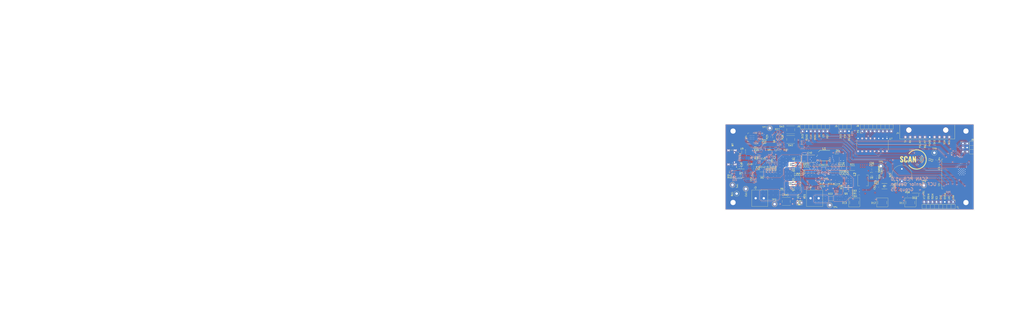
<source format=kicad_pcb>
(kicad_pcb (version 20240108) (generator "pcbnew") (generator_version "8.0")
  (title_block (title "SCAN PCB") (date "2025-02-28") (rev "1.0") (company "UCF Senior Design Group 35"))
  (layers (0 "F.Cu" mixed "Top") (1 "In1.Cu" signal "GND1") (2 "In2.Cu" signal "SIG") (3 "In3.Cu" signal "PWR") (4 "In4.Cu" signal "GND2") (31 "B.Cu" signal "Bottom") (34 "B.Paste" user) (35 "F.Paste" user) (36 "B.SilkS" user "B.Silkscreen") (37 "F.SilkS" user "F.Silkscreen") (38 "B.Mask" user) (39 "F.Mask" user) (44 "Edge.Cuts" user))
  (net 0 "")
  (net 1 "PGND")
  (net 2 "/Power Management/PMID")
  (net 3 "/Power Management/REGN")
  (net 4 "/Power Management/SYS")
  (net 5 "AGND")
  (net 6 "/Power Management/ACDRV1")
  (net 7 "/Power Management/VAC2")
  (net 8 "/Power Management/ACDRV2")
  (net 9 "/Power Management/BAT")
  (net 10 "/Power Management/BATP")
  (net 11 "/VDC")
  (net 12 "/Power Management/VAC1")
  (net 13 "3.3V_SYS")
  (net 14 "/Power Management/VBUS")
  (net 15 "/Auto Download/RTS")
  (net 16 "/Auto Download/DTR")
  (net 17 "/Power Management/SDRV")
  (net 18 "/Power Management/PROG")
  (net 19 "/Power Management/TS")
  (net 20 "/I2C_SDA")
  (net 21 "/I2C_SCL")
  (net 22 "/CHIP_PU")
  (net 23 "/KEYPAD_INT")
  (net 24 "/SAFE_PWR")
  (net 25 "1.8V_VCCD")
  (net 26 "/USB_D+")
  (net 27 "/USB_D-")
  (net 28 "/USB_VBUS")
  (net 29 "/Power Management/SW1")
  (net 30 "/Power Management/BTST1")
  (net 31 "/Power Management/BTST2")
  (net 32 "/Power Management/SW2")
  (net 33 "/Power Management/QON")
  (net 34 "/Power Management/STAT")
  (net 35 "/UART_RXD")
  (net 36 "/SPI_MISO")
  (net 37 "/PD_INT")
  (net 38 "/UART_TXD")
  (net 39 "/PIR_OUT")
  (net 40 "/SPI_CLK")
  (net 41 "/BUZZER_PWM")
  (net 42 "/TFT_DC")
  (net 43 "/BOOT")
  (net 44 "/SPI_MOSI")
  (net 45 "/TFT_CS")
  (net 46 "/USB_CC1")
  (net 47 "/USB_CC2")
  (net 48 "3.3V_VDDD")
  (net 49 "/USB Power Delivery/VBUS_MAX")
  (net 50 "/USB Power Delivery/ISNK_CRS")
  (net 51 "/USB Power Delivery/ISNK_FIN")
  (net 52 "/USB Power Delivery/PD_FAULT")
  (net 53 "/USB Power Delivery/VBUS_MIN")
  (net 54 "/USB Power Delivery/FET_GATE")
  (net 57 "/USB Power Delivery/FET2_SRC")
  (net 58 "/USB Power Delivery/FET_SRC")
  (net 59 "/USB Power Delivery/PD_FLIP")
  (net 60 "5V_SYS")
  (net 61 "/NFC_INT")
  (net 62 "/NFC_RST")
  (net 63 "/SPI_CS")
  (net 64 "/Display & RGB/RGB_12")
  (net 65 "/Display & RGB/RGB_23")
  (net 66 "/Display & RGB/RGB_1")
  (net 67 "/Keypad/P0")
  (net 68 "/Keypad/P3")
  (net 69 "/Keypad/P2")
  (net 70 "/Keypad/P1")
  (net 71 "/USB-to-UART Bridge/TXD")
  (net 72 "/USB-to-UART Bridge/RXD")
  (net 73 "/Keypad/P5")
  (net 74 "/Keypad/P4")
  (net 75 "/Keypad/P6")
  (net 76 "/Keypad/P7")
  (net 77 "/USB-to-UART Bridge/VDD")
  (net 78 "/USB-to-UART Bridge/RST")
  (net 79 "/RGB_CTRL")
  (net 80 "/USB-to-UART Bridge/SUSPEND")
  (net 81 "/TFT_RST")
  (net 82 "/USB-to-UART Bridge/VBUS_SNS")
  (net 83 "/USB Power Delivery/FET_GATE_EN")
  (net 84 "/USB Power Delivery/VBUS_FET_EN")
  (net 85 "/USB Power Delivery/SAFE_PWR_EN")
  (net 86 "/Power Management/ILIM_HIZ")
  (net 87 "/BQ25798_INT")
  (net 88 "/Logic Power/SW")
  (net 89 "Net-(D1-A)")
  (net 90 "Net-(D1-K)")
  (net 91 "Net-(D2-K)")
  (net 92 "Net-(D2-A)")
  (net 93 "Net-(D6-A)")
  (net 94 "Net-(U5-FB)")
  (net 95 "Net-(D5-A)")
  (net 96 "Net-(D9-K)")
  (net 99 "Net-(Q5-D)")
  (net 100 "Net-(Q6A-B1)")
  (net 101 "Net-(Q6B-B2)")
  (net 102 "Net-(Q6A-C1)")
  (net 103 "Net-(Q6B-C2)")
  (net 104 "Net-(Q8-Pad1)")
  (net 105 "Net-(Q9-D)")
  (net 106 "Net-(R27-Pad2)")
  (net 107 "Net-(U5-EN)")
  (net 108 "/GPIO7")
  (net 109 "/GPIO8")
  (net 111 "/GPIO6")
  (net 137 "/SYSTEM")
  (net 138 "/BAT+")
  (net 139 "/PV_IN")
  (net 140 "Net-(C59-Pad2)")
  (net 141 "/Logic Power/BST")
  (footprint "Resistor_SMD:R_0402_1005Metric" (layer "F.Cu") (at 70.79 99.14 180)
    (property "Reference" "R40")
    (property "Value" "0")
  )
  (footprint "Buzzer_Beeper:Buzzer_12x9.5RM7.6" (layer "F.Cu") (at 177 104.17 90)
    (property "Reference" "BZ1")
    (property "Value" "Buzzer")
  )
  (footprint "Capacitor_SMD:C_0805_2012Metric_Pad1.18x1.45mm_HandSolder" (layer "F.Cu") (at 118.49 99.16 -90)
    (property "Reference" "C7")
    (property "Value" "10u")
  )
  (footprint "Resistor_SMD:R_2010_5025Metric" (layer "F.Cu") (at 103.2 111.17)
    (property "Reference" "R6")
    (property "Value" "0.01")
  )
  (footprint "Capacitor_SMD:C_0402_1005Metric" (layer "F.Cu") (at 132.725 98.785 -90)
    (property "Reference" "C22")
    (property "Value" "0.1u")
  )
  (footprint "Resistor_SMD:R_0603_1608Metric" (layer "F.Cu") (at 97.732222 93.065 -90)
    (property "Reference" "R34")
    (property "Value" "2.4k")
  )
  (footprint "Capacitor_SMD:C_0402_1005Metric" (layer "F.Cu") (at 82.61 102.61 -90)
    (property "Reference" "C51")
    (property "Value" "1u")
  )
  (footprint "LED_SMD:LED_WS2812B_PLCC4_5.0x5.0mm_P3.2mm" (layer "F.Cu") (at 182.25 117.33)
    (property "Reference" "D11")
    (property "Value" "WS2812B")
  )
  (footprint "Capacitor_SMD:C_0805_2012Metric" (layer "F.Cu") (at 161.95 107.83 90)
    (property "Reference" "C62")
    (property "Value" "1u")
  )
  (footprint "Resistor_SMD:R_0402_1005Metric" (layer "F.Cu") (at 114.58 113.61 -90)
    (property "Reference" "R24")
    (property "Value" "30.1k")
  )
  (footprint "Capacitor_SMD:C_0402_1005Metric" (layer "F.Cu") (at 130.180001 96.255 180)
    (property "Reference" "C21")
    (property "Value" "0.1u")
  )
  (footprint "SCAN_footprints:TP_5010" (layer "F.Cu") (at 164.09 94.86)
    (property "Reference" "TP5")
    (property "Value" "RED")
  )
  (footprint "Package_TO_SOT_SMD:SOT-363_SC-70-6" (layer "F.Cu") (at 98.64 76.9075 -90)
    (property "Reference" "Q6")
    (property "Value" "BC847BDW1")
  )
  (footprint "SCAN_footprints:SO8_IRF9358TRPBF_INF" (layer "F.Cu") (at 77.96 99.32)
    (property "Reference" "Q7")
    (property "Value" "IRF9358TRPBF")
  )
  (footprint "Resistor_SMD:R_0402_1005Metric" (layer "F.Cu") (at 85.88 95.56)
    (property "Reference" "R39")
    (property "Value" "10k")
  )
  (footprint "SCAN_footprints:TP_5011" (layer "F.Cu") (at 75.35 111.82 -90)
    (property "Reference" "TP8")
    (property "Value" "BLACK")
  )
  (footprint "Package_SON:VSON-8_3.3x3.3mm_P0.65mm_NexFET" (layer "F.Cu") (at 112.7775 108.155 -90)
    (property "Reference" "Q2")
    (property "Value" "CSD17581Q3A")
  )
  (footprint "LED_SMD:LED_WS2812B_PLCC4_5.0x5.0mm_P3.2mm" (layer "F.Cu") (at 147.73 117.33)
    (property "Reference" "D13")
    (property "Value" "WS2812B")
  )
  (footprint "Capacitor_SMD:C_0603_1608Metric" (layer "F.Cu") (at 91.8 92.33)
    (property "Reference" "C45")
    (property "Value" "1u")
  )
  (footprint "LED_SMD:LED_WS2812B_PLCC4_5.0x5.0mm_P3.2mm" (layer "F.Cu") (at 164.99 117.33)
    (property "Reference" "D12")
    (property "Value" "WS2812B")
  )
  (footprint "Package_SON:VSON-8_3.3x3.3mm_P0.65mm_NexFET" (layer "F.Cu") (at 112.94 91.41 90)
    (property "Reference" "Q1")
    (property "Value" "CSD17581Q3A")
  )
  (footprint "Resistor_SMD:R_0402_1005Metric" (layer "F.Cu") (at 70.79 98.08)
    (property "Reference" "R41")
    (property "Value" "1k")
  )
  (footprint "Capacitor_SMD:C_0603_1608Metric" (layer "F.Cu") (at 124.13 99.64 90)
    (property "Reference" "C17")
    (property "Value" "4.7u")
  )
  (footprint "Resistor_SMD:R_0603_1608Metric" (layer "F.Cu") (at 96.074444 93.065 90)
    (property "Reference" "R31")
    (property "Value" "5k")
  )
  (footprint "Capacitor_SMD:C_0402_1005Metric" (layer "F.Cu") (at 88.65 79.49 90)
    (property "Reference" "C53")
    (property "Value" "0.1u")
  )
  (footprint "Capacitor_SMD:C_0402_1005Metric" (layer "F.Cu") (at 198.72 91.43 90)
    (property "Reference" "C2")
    (property "Value" "0.1u")
  )
  (footprint "Capacitor_SMD:C_0603_1608Metric" (layer "F.Cu") (at 151.16 113.38 180)
    (property "Reference" "C64")
    (property "Value" "0.1u")
  )
  (footprint "Resistor_SMD:R_0603_1608Metric" (layer "F.Cu") (at 161.44 103.04 180)
    (property "Reference" "R62")
    (property "Value" "0")
  )
  (footprint "Capacitor_SMD:C_0603_1608Metric" (layer "F.Cu") (at 90 79.68 90)
    (property "Reference" "C52")
    (property "Value" "4.7u")
  )
  (footprint "Capacitor_SMD:C_0805_2012Metric_Pad1.18x1.45mm_HandSolder" (layer "F.Cu") (at 122.41 99.16 -90)
    (property "Reference" "C9")
    (property "Value" "10u")
  )
  (footprint "SCAN_footprints:QFN50P400X400X60-25N-D" (layer "F.Cu") (at 87.39 89.9 180)
    (property "Reference" "U3")
    (property "Value" "CYPD3177-24LQXQT" (hide yes))
  )
  (footprint "SCAN_footprints:ESP32-C6-WROOM-1-N8" (layer "F.Cu") (at 214.36 99.75 -90)
    (property "Reference" "U1")
    (property "Value" "ESP32-C6-WROOM-1-N8")
  )
  (footprint "Capacitor_SMD:C_0805_2012Metric" (layer "F.Cu") (at 158.46 95.99)
    (property "Reference" "C56")
    (property "Value" "10u")
  )
  (footprint "Resistor_SMD:R_0805_2012Metric" (layer "F.Cu") (at 102.17 85)
    (property "Reference" "R47")
    (property "Value" "100k")
  )
  (footprint "Capacitor_SMD:C_0402_1005Metric" (layer "F.Cu") (at 127.075 103.895 -90)
    (property "Reference" "C16")
    (property "Value" "0.01u")
  )
  (footprint "Connector_PinHeader_2.54mm:PinHeader_1x08_P2.54mm_Horizontal" (layer "F.Cu") (at 152.685 73.38 90)
    (property "Reference" "J8")
    (property "Value" "Keypad")
  )
  (footprint "Capacitor_SMD:C_0805_2012Metric" (layer "F.Cu") (at 150.94 111.67 180)
    (property "Reference" "C61")
    (property "Value" "22u")
  )
  (footprint "Resistor_SMD:R_2010_5025Metric" (layer "F.Cu") (at 90.9775 99.725)
    (property "Reference" "R5")
    (property "Value" "0.01")
  )
  (footprint "Connector_PinHeader_2.54mm:PinHeader_2x03_P2.54mm_Horizontal" (layer "F.Cu") (at 214.62 80.91)
    (property "Reference" "J9")
    (property "Value" "GPIO_BREAKOUT")
  )
  (footprint "Capacitor_SMD:C_0402_1005Metric" (layer "F.Cu") (at 86.8675 80.93)
    (property "Reference" "C54")
    (property "Value" "0.1u")
  )
  (footprint "Package_TO_SOT_SMD:SOT-563" (layer "F.Cu") (at 158.54 99.76)
    (property "Reference" "U5")
    (property "Value" "TPS563203")
  )
  (footprint "SCAN_footprints:WE-LHMI_7030_705048" (layer "F.Cu") (at 153.11 103.69 -90)
    (property "Reference" "L2")
    (property "Value" "4.7u" (hide yes))
  )
  (footprint "Capacitor_SMD:C_0805_2012Metric_Pad1.18x1.45mm_HandSolder" (layer "F.Cu") (at 132.655 94.9075 90)
    (property "Reference" "C24")
    (property "Value" "10u")
  )
  (footprint "Resistor_SMD:R_0603_1608Metric" (layer "F.Cu") (at 161.62 98.32 90)
    (property "Reference" "R57")
    (property "Value" "30k")
  )
  (footprint "Capacitor_SMD:C_0402_1005Metric" (layer "F.Cu") (at 85.85 96.83)
    (property "Reference" "C50")
    (property "Value" "1u")
  )
  (footprint "Resistor_SMD:R_2010_5025Metric" (layer "F.Cu") (at 146.58 96.165)
    (property "Reference" "R21")
    (property "Value" "0.01")
  )
  (footprint "SCAN_footprints:TP_5010" (layer "F.Cu") (at 98.7 118.3)
    (property "Reference" "TP3")
    (property "Value" "RED")
  )
  (footprint "Capacitor_SMD:C_0603_1608Metric" (layer "F.Cu") (at 135.51 98.895 -90)
    (property "Reference" "C28")
    (property "Value" "10u")
  )
  (footprint "Capacitor_SMD:C_0402_1005Metric" (layer "F.Cu") (at 138.48 104.27 -90)
    (property "Reference" "C41")
    (property "Value" "47nF")
  )
  (footprint "SCAN_footprints:TP_5010" (layer "F.Cu") (at 80.95 108.88 90)
    (property "Reference" "TP2")
    (property "Value" "RED")
  )
  (footprint "Capacitor_SMD:C_0805_2012Metric" (layer "F.Cu") (at 197.16 91 90)
    (property "Reference" "C1")
    (property "Value" "10u")
  )
  (footprint "Resistor_SMD:R_0603_1608Metric" (layer "F.Cu") (at 99.39 93.065 90)
    (property "Reference" "R33")
    (property "Value" "5k")
  )
  (footprint "Capacitor_SMD:C_0603_1608Metric" (layer "F.Cu") (at 89.935 93.99)
    (property "Reference" "C42")
    (property "Value" "1u")
  )
  (footprint "SCAN_footprints:custom_net_tie" (layer "F.Cu") (at 128.98 100.23 90)
    (property "Reference" "NT1" (hide yes))
    (property "Value" "NetTie_2" (hide yes))
  )
  (footprint "Capacitor_SMD:C_0402_1005Metric" (layer "F.Cu") (at 125.33 98.37 -90)
    (property "Reference" "C10")
    (property "Value" "0.1u")
  )
  (footprint "Diode_SMD:D_SOD-123" (layer "F.Cu") (at 184.96 112.55 180)
    (property "Reference" "D10")
    (property "Value" "1N4148W")
  )
  (footprint "SCAN_footprints:TE_282856-2" (layer "F.Cu") (at 89.55 114.68)
    (property "Reference" "J3")
    (property "Value" "PV_Panel_Connector")
  )
  (footprint "Capacitor_SMD:C_0603_1608Metric" (layer "F.Cu") (at 158.48 97.75)
    (property "Reference" "C57")
    (property "Value" "0.1u")
  )
  (footprint "Capacitor_SMD:C_0402_1005Metric" (layer "F.Cu") (at 199.86 94.38 -90)
    (property "Reference" "C3")
    (property "Value" "1u")
  )
  (footprint "Resistor_SMD:R_2010_5025Metric" (layer "F.Cu") (at 133.41 114.84 180)
    (property "Reference" "R22")
    (property "Value" "0.01")
  )
  (footprint "SCAN_footprints:TE_282856-2" (layer "F.Cu") (at 123.33 114.68)
    (property "Reference" "J2")
    (property "Value" "Batt_Connector")
  )
  (footprint "Capacitor_SMD:C_0805_2012Metric" (layer "F.Cu") (at 170.56 106.94 90)
    (property "Reference" "C58")
    (property "Value" "2.2u")
  )
  (footprint "Capacitor_Tantalum_SMD:CP_EIA-7343-31_Kemet-D" (layer "F.Cu") (at 119.8475 90.3)
    (property "Reference" "C40")
    (property "Value" "33u")
  )
  (footprint "SCAN_footprints:SOT23_318-08_ONS" (layer "F.Cu") (at 98.29 84.8209 180)
    (property "Reference" "Q9")
    (property "Value" "NTR4503NT1G")
  )
  (footprint "Resistor_SMD:R_0805_2012Metric" (layer "F.Cu") (at 136.13 104.31 180)
    (property "Reference" "R12")
    (property "Value" "0")
  )
  (footprint "SCAN_footprints:SW_SPST_PTS647_Sx38" (layer "F.Cu") (at 105.93 116.63)
    (property "Reference" "SW1")
    (property "Value" "QON")
  )
  (footprint "SCAN_footprints:SPM6530" (layer "F.Cu") (at 129.2 88.375)
    (property "Reference" "L1")
    (property "Value" "1.0u" (hide yes))
  )
  (footprint "SCAN_footprints:HRO_TYPE-C-31-M-12" (layer "F.Cu") (at 70.31 89.52 -90)
    (property "Reference" "J1")
    (property "Value" "USB_C_16P_Connector")
  )
  (footprint "SCAN_footprints:TP_5010" (layer "F.Cu") (at 72.79 106.42 90)
    (property "Reference" "TP1")
    (property "Value" "RED")
  )
  (footprint "SCAN_footprints:TP_5010" (layer "F.Cu") (at 190.64 106.79)
    (property "Reference" "TP6")
    (property "Value" "RED")
  )
  (footprint "SCAN_footprints:TP_5010" (layer "F.Cu") (at 95.72 71.47)
    (property "Reference" "TP7")
    (property "Value" "RED")
  )
  (footprint "Resistor_SMD:R_0402_1005Metric" (layer "F.Cu") (at 116.07 113.61 -90)
    (property "Reference" "R23")
    (property "Value" "5.23k")
  )
  (footprint "Resistor_SMD:R_0603_1608Metric" (layer "F.Cu") (at 164.6 101.36 90)
    (property "Reference" "R55")
    (property "Value" "100k")
  )
  (footprint "Resistor_SMD:R_0805_2012Metric" (layer "F.Cu") (at 101.66 76.9975 -90)
    (property "Reference" "R28")
    (property "Value" "0")
  )
  (footprint "MountingHole:MountingHole_3.2mm_M3_ISO7380_Pad" (layer "F.Cu") (at 216.44 73.28)
    (property "Reference" "H4" (hide yes))
    (property "Value" "MountingHole_Pad")
  )
  (footprint "Capacitor_SMD:C_0805_2012Metric_Pad1.18x1.45mm_HandSolder" (layer "F.Cu") (at 121.39 94.9075 90)
    (property "Reference" "C30")
    (property "Value" "10u")
  )
  (footprint "MountingHole:MountingHole_3.2mm_M3_ISO7380_Pad" (layer "F.Cu") (at 73.14 117.31)
    (property "Reference" "H2" (hide yes))
    (property "Value" "MountingHole_Pad")
  )
  (footprint "SCAN_footprints:CONN_SD-43650-001_10_MOL" (layer "F.Cu") (at 179.15 76.97 180)
    (property "Reference" "J4")
    (property "Value" "Conn_01x10")
  )
  (footprint "Resistor_SMD:R_0402_1005Metric" (layer "F.Cu") (at 199.86 92.42 -90)
    (property "Reference" "R4")
    (property "Value" "10k")
  )
  (footprint "SCAN_footprints:IC_BQ25798RQMR" (layer "F.Cu") (at 128.970001 99.385)
    (property "Reference" "U2")
    (property "Value" "BQ25798RQMR")
  )
  (footprint "Capacitor_SMD:C_0402_1005Metric" (layer "F.Cu") (at 85.79 93.65)
    (property "Reference" "C49")
    (property "Value" "100n")
  )
  (footprint "SCAN_footprints:SW_SPST_PTS647_Sx38" (layer "F.Cu") (at 108.545 78.39 180)
    (property "Reference" "SW2")
    (property "Value" "BOOT")
  )
  (footprint "Diode_SMD:D_SOD-523" (layer "F.Cu") (at 110.09 93.905 90)
    (property "Reference" "D1")
    (property "Value" "12V")
  )
  (footprint "LED_SMD:LED_0603_1608Metric" (layer "F.Cu") (at 137.3925 86.73)
    (property "Reference" "D5")
    (property "Value" "GREEN")
  )
  (footprint "Resistor_SMD:R_0805_2012Metric" (layer "F.Cu") (at 100.41 73.8375)
    (property "Reference" "R27")
    (property "Value" "10k")
  )
  (footprint "Capacitor_SMD:C_0603_1608Metric" (layer "F.Cu") (at 137.225 98.895 -90)
    (property "Reference" "C33")
    (property "Value" "10u")
  )
  (footprint "Resistor_SMD:R_0603_1608Metric" (layer "F.Cu") (at 139.87 104.825 -90)
    (property "Reference" "R20")
    (property "Value" "100")
  )
  (footprint "Package_DFN_QFN:QFN-28-1EP_5x5mm_P0.5mm_EP3.35x3.35mm" (layer "F.Cu") (at 84.8875 77.05 90)
    (property "Reference" "U4")
    (property "Value" "CP2102N-A02-xQFN28")
  )
  (footprint "SCAN_footprints:TP_5010" (layer "F.Cu") (at 132.64 118.94)
    (property "Reference" "TP4")
    (property "Value" "RED")
  )
  (footprint "SCAN_footprints:103AT2" (layer "F.Cu") (at 112.72 117.45 -90)
    (property "Reference" "RT1")
    (property "Value" "103AT-2" (hide yes))
  )
  (footprint "Capacitor_SMD:C_1210_3225Metric" (layer "F.Cu") (at 80.58 94.02 -90)
    (property "Reference" "C48")
    (property "Value" "3.3u")
  )
  (footprint "Capacitor_SMD:C_0603_1608Metric" (layer "F.Cu") (at 134.045 98.895 -90)
    (property "Reference" "C25")
    (property "Value" "10u")
  )
  (footprint "Capacitor_SMD:C_0805_2012Metric_Pad1.18x1.45mm_HandSolder" (layer "F.Cu") (at 125.31 94.9075 90)
    (property "Reference" "C23")
    (property "Value" "10u")
  )
  (footprint "Package_SON:VSON-8_3.3x3.3mm_P0.65mm_NexFET" (layer "F.Cu") (at 112.845 96.355 -90)
    (property "Reference" "Q3")
    (property "Value" "CSD17581Q3A")
  )
  (footprint "Capacitor_SMD:C_0805_2012Metric_Pad1.18x1.45mm_HandSolder" (layer "F.Cu") (at 123.35 94.9075 90)
    (property "Reference" "C26")
    (property "Value" "10u")
  )
  (footprint "SCAN_footprints:TP_5011" (layer "F.Cu") (at 197.01 86.66)
    (property "Reference" "TP9")
    (property "Value" "BLACK")
  )
  (footprint "MountingHole:MountingHole_3.2mm_M3_ISO7380_Pad" (layer "F.Cu") (at 216.44 117.31)
    (property "Reference" "H3" (hide yes))
    (property "Value" "MountingHole_Pad")
  )
  (footprint "Capacitor_SMD:C_0603_1608Metric" (layer "F.Cu") (at 161.44 101.55)
    (property "Reference" "C59")
    (property "Value" "0.1u")
  )
  (footprint "Capacitor_SMD:C_0805_2012Metric_Pad1.18x1.45mm_HandSolder" (layer "F.Cu") (at 136.58 94.9075 90)
    (property "Reference" "C29")
    (property "Value" "10u")
  )
  (footprint "Capacitor_SMD:C_0402_1005Metric" (layer "F.Cu") (at 127.78 96.255)
    (property "Reference" "C20")
    (property "Value" "0.1u")
  )
  (footprint "Connector_PinHeader_2.54mm:PinHeader_1x07_P2.54mm_Horizontal" (layer "F.Cu") (at 115.93 73.38 90)
    (property "Reference" "J6")
    (property "Value" "TFT_CONN")
  )
  (footprint "SCAN_footprints:VSSOP8_DGN_TEX" (layer "F.Cu") (at 166.29615 107.204979 180)
    (property "Reference" "U6")
    (property "Value" "TLV76733DGNR")
  )
  (footprint "Resistor_SMD:R_0805_2012Metric" (layer "F.Cu") (at 95.69 76.8775 90)
    (property "Reference" "R25")
    (property "Value" "10k")
  )
  (footprint "Capacitor_SMD:C_0805_2012Metric_Pad1.18x1.45mm_HandSolder" (layer "F.Cu") (at 120.45 99.16 -90)
    (property "Reference" "C8")
    (property "Value" "10u")
  )
  (footprint "Diode_SMD:D_SOD-523" (layer "F.Cu") (at 109.905 105.5925 90)
    (property "Reference" "D2")
    (property "Value" "12V")
  )
  (footprint "Capacitor_SMD:C_0603_1608Metric" (layer "F.Cu") (at 163.11 98.32 -90)
    (property "Reference" "C60")
    (property "Value" "18p")
  )
  (footprint "Capacitor_SMD:C_0805_2012Metric_Pad1.18x1.45mm_HandSolder" (layer "F.Cu") (at 134.62 94.9075 90)
    (property "Reference" "C27")
    (property "Value" "10u")
  )
  (footprint "SCAN_footprints:DMY0003A" (layer "F.Cu") (at 72.749999 81.724999 -90)
    (property "Reference" "U8")
    (property "Value" "ESD122")
  )
  (footprint "Resistor_SMD:R_0603_1608Metric" (layer "F.Cu") (at 132.75 104.16 180)
    (property "Reference" "R15")
    (property "Value" "17.4k")
  )
  (footprint "Capacitor_SMD:C_0603_1608Metric" (layer "F.Cu") (at 87.4375 82.26)
    (property "Reference" "C55")
    (property "Value" "4.7u")
  )
  (footprint "Resistor_SMD:R_0805_2012Metric" (layer "F.Cu") (at 180.42 112.72)
    (property "Reference" "R58")
    (property "Value" "10k")
  )
  (footprint "LED_SMD:LED_0603_1608Metric" (layer "F.Cu") (at 97.81 89.48 180)
    (property "Reference" "D9")
    (property "Value" "RED")
  )
  (footprint "SCAN_footprints:SW_SPST_PTS647_Sx38" (layer "F.Cu") (at 108.545 72.49)
    (property "Reference" "SW3")
    (property "Value" "RST")
  )
  (footprint "Resistor_SMD:R_0603_1608Metric" (layer "F.Cu") (at 94.416666 93.065 -90)
    (property "Reference" "R32")
    (property "Value" "1k")
  )
  (footprint "Connector_PinHeader_2.54mm:PinHeader_1x03_P2.54mm_Horizontal" (layer "F.Cu") (at 139.4075 73.38 90)
    (property "Reference" "J5")
    (property "Value" "PIR_CONNECTOR")
  )
  (footprint "Resistor_SMD:R_0603_1608Metric" (layer "F.Cu") (at 164.6 98.32 -90)
    (property "Reference" "R56")
    (property "Value" "220k")
  )
  (footprint "SCAN_footprints:DIP794W45P254L1969H508Q16" (layer "F.Cu") (at 158.955 81.77 -90)
    (property "Reference" "U7")
    (property "Value" "PCF8574")
  )
  (footprint "Package_SON:VSON-8_3.3x3.3mm_P0.65mm_NexFET" (layer "F.Cu") (at 112.8725 103.155 90)
    (property "Reference" "Q4")
    (property "Value" "CSD17581Q3A")
  )
  (footprint "Capacitor_SMD:C_0402_1005Metric" (layer "F.Cu") (at 128.815 103.895 -90)
    (property "Reference" "C15")
    (property "Value" "0.01u")
  )
  (footprint "Capacitor_SMD:C_0805_2012Metric" (layer "F.Cu") (at 150.94 109.7 180)
    (property "Reference" "C63")
    (property "Value" "22u")
  )
  (footprint "MountingHole:MountingHole_3.2mm_M3_ISO7380_Pad" (layer "F.Cu") (at 73.14 73.28)
    (property "Reference" "H1" (hide yes))
    (property "Value" "MountingHole_Pad")
  )
  (footprint "Resistor_SMD:R_0805_2012Metric" (layer "F.Cu") (at 188.7 111.65 -90)
    (property "Reference" "R1")
    (property "Value" "3.3k")
  )
  (footprint "Package_SON:VSON-8_3.3x3.3mm_P0.65mm_NexFET" (layer "F.Cu") (at 142.6975 108.76 -90)
    (property "Reference" "Q5")
    (property "Value" "CSD17575Q3")
  )
  (footprint "Connector_PinHeader_2.54mm:PinHeader_1x08_P2.54mm_Horizontal" (layer "F.Cu") (at 208.52 116.96 -90)
    (property "Reference" "J7")
    (property "Value" "PN532_CONN")
  )
  (footprint "Package_SON:WSON-6-1EP_2x2mm_P0.65mm_EP1x1.6mm" (layer "F.Cu") (at 79.7 86.22 -90)
    (property "Reference" "U9")
    (property "Value" "TVS2200DRV")
  )
  (footprint "SCAN_footprints:X2SON2_DPL_TEX" (layer "B.Cu") (at 77.09 91.0822 90)
    (property "Reference" "D14")
    (property "Value" "ESD441")
  )
  (footprint "Resistor_SMD:R_0805_2012Metric" (layer "B.Cu") (at 90.19 74.44)
    (property "Reference" "R54")
    (property "Value" "10k")
  )
  (footprint "Resistor_SMD:R_0805_2012Metric" (layer "B.Cu") (at 117.02 80.42 -90)
    (property "Reference" "R45")
    (property "Value" "2k")
  )
  (footprint "Resistor_SMD:R_0805_2012Metric" (layer "B.Cu") (at 145.6725 108.0075 -90)
    (property "Reference" "R19")
    (property "Value" "0")
  )
  (footprint "Diode_SMD:D_SOD-523" (layer "B.Cu") (at 136.7725 110.64)
    (property "Reference" "D6")
    (property "Value" "40V")
  )
  (footprint "SCAN_footprints:PG-TSOP6-6-4_INF" (layer "B.Cu") (at 82.199999 99.16905 90)
    (property "Reference" "Q8")
    (property "Value" "BSL308PE")
  )
  (footprint "SCAN_footprints:X2SON2_DPL_TEX" (layer "B.Cu") (at 77.51 88.6799 -90)
    (property "Reference" "D15")
    (property "Value" "ESD441")
  )
  (footprint "Resistor_SMD:R_0805_2012Metric" (layer "B.Cu") (at 89.41 85.55 180)
    (property "Reference" "R44")
    (property "Value" "2k")
  )
  (footprint "Resistor_SMD:R_0805_2012Metric" (layer "B.Cu") (at 186.48 92.37)
    (property "Reference" "R2")
    (property "Value" "2.2k")
  )
  (footprint "Resistor_SMD:R_0603_1608Metric" (layer "B.Cu") (at 96.074444 93.065 90)
    (property "Reference" "R35")
    (property "Value" "5k")
  )
  (footprint "Resistor_SMD:R_0402_1005Metric" (layer "B.Cu") (at 86.67 98.99 90)
    (property "Reference" "R43")
    (property "Value" "1k")
  )
  (footprint "Capacitor_SMD:C_0402_1005Metric" (layer "B.Cu") (at 141.95 103.375 180)
    (property "Reference" "C31")
    (property "Value" "1n")
  )
  (footprint "Capacitor_SMD:C_0805_2012Metric_Pad1.18x1.45mm_HandSolder" (layer "B.Cu") (at 123.35 94.9075 90)
    (property "Reference" "C34")
    (property "Value" "10u")
  )
  (footprint "Capacitor_SMD:C_0805_2012Metric_Pad1.18x1.45mm_HandSolder" (layer "B.Cu") (at 132.655 94.9075 90)
    (property "Reference" "C32")
    (property "Value" "10u")
  )
  (footprint "Resistor_SMD:R_0805_2012Metric" (layer "B.Cu") (at 148.12 74.85 -90)
    (property "Reference" "R59")
    (property "Value" "10k")
  )
  (footprint "Diode_SMD:D_SOD-523" (layer "B.Cu") (at 124.245 108.0925 90)
    (property "Reference" "D3")
    (property "Value" "40V")
  )
  (footprint "Resistor_SMD:R_0603_1608Metric" (layer "B.Cu") (at 94.416666 93.065 -90)
    (property "Reference" "R36")
    (property "Value" "5k")
  )
  (footprint "Capacitor_SMD:C_0805_2012Metric" (layer "B.Cu") (at 105.61 112.46 -90)
    (property "Reference" "C5")
    (property "Value" "1u")
  )
  (footprint "Resistor_SMD:R_0805_2012Metric" (layer "B.Cu") (at 186.48 89.52)
    (property "Reference" "R3")
    (property "Value" "2.2k")
  )
  (footprint "Resistor_SMD:R_0402_1005Metric" (layer "B.Cu") (at 108.345 93.835 -90)
    (property "Reference" "R8")
    (property "Value" "100k")
  )
  (footprint "Resistor_SMD:R_0402_1005Metric" (layer "B.Cu") (at 108.185 105.575 -90)
    (property "Reference" "R9")
    (property "Value" "100k")
  )
  (footprint "Resistor_SMD:R_0603_1608Metric" (layer "B.Cu") (at 97.732222 93.065 -90)
    (property "Reference" "R38")
    (property "Value" "1k")
  )
  (footprint "Capacitor_SMD:C_0402_1005Metric" (layer "B.Cu") (at 127.815 103.035)
    (property "Reference" "C11")
    (property "Value" "0.1u")
  )
  (footprint "Capacitor_SMD:C_0603_1608Metric" (layer "B.Cu") (at 85.135 90.91)
    (property "Reference" "C46")
    (property "Value" "390p")
  )
  (footprint "Resistor_SMD:R_0805_2012Metric" (layer "B.Cu") (at 205.58 112.49 180)
    (property "Reference" "R60")
    (property "Value" "10k")
  )
  (footprint "Capacitor_SMD:C_0805_2012Metric_Pad1.18x1.45mm_HandSolder" (layer "B.Cu") (at 121.39 94.9075 90)
    (property "Reference" "C36")
    (property "Value" "10u")
  )
  (footprint "Resistor_SMD:R_0603_1608Metric" (layer "B.Cu") (at 136.6425 109.04)
    (property "Reference" "R17")
    (property "Value" "0")
  )
  (footprint "Resistor_SMD:R_0805_2012Metric" (layer "B.Cu") (at 101.55 73.77)
    (property "Reference" "R29")
    (property "Value" "0")
  )
  (footprint "Resistor_SMD:R_0805_2012Metric" (layer "B.Cu") (at 101.549564 83.09)
    (property "Reference" "R53")
    (property "Value" "0")
  )
  (footprint "Capacitor_Tantalum_SMD:CP_EIA-7343-31_Kemet-D" (layer "B.Cu") (at 140.76 93.0125 90)
    (property "Reference" "C39")
    (property "Value" "33u")
  )
  (footprint "Capacitor_SMD:C_0805_2012Metric_Pad1.18x1.45mm_HandSolder" (layer "B.Cu") (at 136.58 94.9075 90)
    (property "Reference" "C37")
    (property "Value" "10u")
  )
  (footprint "Capacitor_SMD:C_0805_2012Metric_Pad1.18x1.45mm_HandSolder" (layer "B.Cu") (at 134.62 94.9075 90)
    (property "Reference" "C35")
    (property "Value" "10u")
  )
  (footprint "Capacitor_SMD:C_0805_2012Metric" (layer "B.Cu") (at 117.995556 99.585 -90)
    (property "Reference" "C6")
    (property "Value" "10u")
  )
  (footprint "Resistor_SMD:R_0402_1005Metric" (layer "B.Cu") (at 74.1 100.31 180)
    (property "Reference" "R30")
    (property "Value" "49.9k")
  )
  (footprint "Diode_SMD:D_SOD-523" (layer "B.Cu") (at 117.425 108.0925 90)
    (property "Reference" "D4")
    (property "Value" "40V")
  )
  (footprint "Capacitor_SMD:C_0805_2012Metric" (layer "B.Cu") (at 96.15 102.17 -90)
    (property "Reference" "C4")
    (property "Value" "1u")
  )
  (footprint "Capacitor_SMD:C_0402_1005Metric" (layer "B.Cu") (at 109.185 105.555 -90)
    (property "Reference" "C13")
    (property "Value" "1nF")
  )
  (footprint "Resistor_SMD:R_0603_1608Metric" (layer "B.Cu") (at 99.39 93.065 90)
    (property "Reference" "R37")
    (property "Value" "DNP")
  )
  (footprint "Capacitor_SMD:C_0402_1005Metric" (layer "B.Cu") (at 89.66 91.69 90)
    (property "Reference" "C43")
    (property "Value" "0.1u")
  )
  (footprint "Capacitor_SMD:C_0402_1005Metric" (layer "B.Cu") (at 127.815 102.055)
    (property "Reference" "C14")
    (property "Value" "0.1u")
  )
  (footprint "Resistor_SMD:R_0402_1005Metric" (layer "B.Cu") (at 141.92 104.455)
    (property "Reference" "R18")
    (property "Value" "100k")
  )
  (footprint "Capacitor_SMD:C_0402_1005Metric" (layer "B.Cu") (at 130.85 98.865 90)
    (property "Reference" "C19")
    (property "Value" "47n")
  )
  (footprint "Capacitor_Tantalum_SMD:CP_EIA-7343-31_Kemet-D" (layer "B.Cu") (at 119.847501 90.299999)
    (property "Reference" "C38")
    (property "Value" "33u")
  )
  (footprint "Resistor_SMD:R_0805_2012Metric" (layer "B.Cu") (at 101.549564 79.983332)
    (property "Reference" "R52")
    (property "Value" "0")
  )
  (footprint "Resistor_SMD:R_0805_2012Metric" (layer "B.Cu") (at 101.549564 76.876666)
    (property "Reference" "R26")
    (property "Value" "0")
  )
  (footprint "Resistor_SMD:R_0402_1005Metric" (layer "B.Cu") (at 90.31 77.08)
    (property "Reference" "R50")
    (property "Value" "22.1k")
  )
  (footprint "Resistor_SMD:R_0603_1608Metric" (layer "B.Cu") (at 97.79 89.48 180)
    (property "Reference" "R48")
    (property "Value" "1k")
  )
  (footprint "Capacitor_SMD:C_0603_1608Metric" (layer "B.Cu") (at 85.145 89.1)
    (property "Reference" "C47")
    (property "Value" "390p")
  )
  (footprint "Resistor_SMD:R_0805_2012Metric" (layer "B.Cu") (at 209.45 87.13 -90)
    (property "Reference" "R7")
    (property "Value" "10k")
  )
  (footprint "Capacitor_SMD:C_0402_1005Metric" (layer "B.Cu") (at 127.07 98.684999 90)
    (property "Reference" "C18")
    (property "Value" "47n")
  )
  (footprint "Resistor_SMD:R_0603_1608Metric" (layer "B.Cu") (at 119.045 108.125 -90)
    (property "Reference" "R14")
    (property "Value" "294")
  )
  (footprint "Resistor_SMD:R_0402_1005Metric" (layer "B.Cu") (at 85.37 98.99 -90)
    (property "Reference" "R42")
    (property "Value" "49.9k")
  )
  (footprint "Resistor_SMD:R_0402_1005Metric" (layer "B.Cu") (at 90.31 76.02 180)
    (property "Reference" "R49")
    (property "Value" "47.5k")
  )
  (footprint "Resistor_SMD:R_0402_1005Metric" (layer "B.Cu") (at 87.37 79.72)
    (property "Reference" "R51")
    (property "Value" "1k")
  )
  (footprint "Diode_SMD:D_SOD-523" (layer "B.Cu") (at 141.89 105.735)
    (property "Reference" "D7")
    (property "Value" "12V")
  )
  (footprint "Resistor_SMD:R_0805_2012Metric" (layer "B.Cu") (at 112.895 105.785 90)
    (property "Reference" "R11")
    (property "Value" "0")
  )
  (footprint "Resistor_SMD:R_0805_2012Metric" (layer "B.Cu") (at 112.935 94.005 -90)
    (property "Reference" "R10")
    (property "Value" "0")
  )
  (footprint "Capacitor_SMD:C_0402_1005Metric" (layer "B.Cu") (at 88.54 91.69 90)
    (property "Reference" "C44")
    (property "Value" "0.1u")
  )
  (footprint "Resistor_SMD:R_0805_2012Metric" (layer "B.Cu") (at 182.83 86.67 180)
    (property "Reference" "R61")
    (property "Value" "10k")
  )
  (footprint "Capacitor_SMD:C_0402_1005Metric" (layer "B.Cu") (at 109.345 93.815 -90)
    (property "Reference" "C12")
    (property "Value" "1nF")
  )
  (footprint "Resistor_SMD:R_0805_2012Metric" (layer "B.Cu") (at 85.57 103.6 90)
    (property "Reference" "R46")
    (property "Value" "0")
  )
  (footprint "SCAN_footprints:SODFL3516X120N" (layer "B.Cu") (at 73.26 98.5 180)
    (property "Reference" "D8")
    (property "Value" "NZH10C-115" (hide yes))
  )
  (footprint "Resistor_SMD:R_0402_1005Metric" (layer "B.Cu") (at 140.325 86.34 180)
    (property "Reference" "R16")
    (property "Value" "2.2k")
  )
  (footprint "Resistor_SMD:R_0603_1608Metric" (layer "B.Cu") (at 125.875 108.125 -90)
    (property "Reference" "R13")
    (property "Value" "294")
  )
  (gr_poly (pts (xy 187.8894 89.289362) (xy 187.892235 89.289624) (xy 187.895131 89.290027) (xy 187.898039 89.290563) (xy 187.900906 89.291226) (xy 187.903684 89.292011) (xy 187.90632 89.292909) (xy 187.908763 89.293915) (xy 187.910965 89.295023) (xy 187.911958 89.295612) (xy 187.912872 89.296225) (xy 187.935599 89.312945) (xy 187.95779 89.330196) (xy 187.979464 89.347958) (xy 188.000637 89.366213) (xy 188.021326 89.384943) (xy 188.041548 89.404127) (xy 188.06132 89.423748) (xy 188.080659 89.443786) (xy 188.099582 89.464222) (xy 188.118107 89.485038) (xy 188.136249 89.506214) (xy 188.154027 89.527733) (xy 188.171456 89.549574) (xy 188.188555 89.571718) (xy 188.221827 89.616844) (xy 188.248595 89.655362) (xy 188.274129 89.694429) (xy 188.298438 89.734037) (xy 188.321528 89.774177) (xy 188.343406 89.814841) (xy 188.36408 89.85602) (xy 188.383557 89.897704) (xy 188.401843 89.939886) (xy 188.418945 89.982555) (xy 188.434872 90.025705) (xy 188.449628 90.069325) (xy 188.463223 90.113408) (xy 188.475662 90.157943) (xy 188.486953 90.202923) (xy 188.497103 90.248339) (xy 188.506119 90.294181) (xy 188.511854 90.32745) (xy 188.516869 90.360772) (xy 188.524808 90.427561) (xy 188.530069 90.494524) (xy 188.532788 90.561637) (xy 188.533097 90.628873) (xy 188.531132 90.69621) (xy 188.527026 90.763621) (xy 188.520914 90.831083) (xy 188.513551 90.891499) (xy 188.504151 90.951365) (xy 188.492678 91.010671) (xy 188.479091 91.069407) (xy 188.463354 91.127564) (xy 188.445428 91.185131) (xy 188.425275 91.2421) (xy 188.402858 91.298459) (xy 188.377254 91.357191) (xy 188.349994 91.415008) (xy 188.320833 91.471726) (xy 188.305465 91.499617) (xy 188.289531 91.527164) (xy 188.273002 91.554344) (xy 188.255846 91.581136) (xy 188.238034 91.607515) (xy 188.219535 91.633459) (xy 188.200319 91.658945) (xy 188.180356 91.683949) (xy 188.159616 91.70845) (xy 188.138068 91.732424) (xy 188.108313 91.764024) (xy 188.078074 91.795254) (xy 188.047407 91.826245) (xy 188.016369 91.85713) (xy 187.889652 91.982241) (xy 187.743906 91.78459) (xy 187.839394 91.67503) (xy 187.934467 91.56644) (xy 187.952667 91.546672) (xy 187.970271 91.526575) (xy 187.987279 91.506157) (xy 188.003691 91.485422) (xy 188.019508 91.464378) (xy 188.034731 91.443031) (xy 188.04936 91.421387) (xy 188.063396 91.399453) (xy 188.076839 91.377234) (xy 188.089691 91.354739) (xy 188.101951 91.331972) (xy 188.11362 91.30894) (xy 188.1247 91.28565) (xy 188.13519 91.262108) (xy 188.145091 91.23832) (xy 188.154403 91.214293) (xy 188.172177 91.164969) (xy 188.188842 91.115098) (xy 188.204353 91.064753) (xy 188.218664 91.014008) (xy 188.231729 90.962935) (xy 188.243503 90.911608) (xy 188.25394 90.860101) (xy 188.262993 90.808485) (xy 188.268407 90.770925) (xy 188.272533 90.733383) (xy 188.275409 90.695864) (xy 188.277076 90.658373) (xy 188.277572 90.620913) (xy 188.276938 90.583489) (xy 188.275212 90.546104) (xy 188.272433 90.508764) (xy 188.268642 90.471471) (xy 188.263877 90.434231) (xy 188.258178 90.397047) (xy 188.251584 90.359924) (xy 188.244136 90.322866) (xy 188.235871 90.285876) (xy 188.217051 90.212122) (xy 188.206166 90.174466) (xy 188.19438 90.137313) (xy 188.181684 90.100665) (xy 188.168067 90.064525) (xy 188.153519 90.028896) (xy 188.138029 89.993783) (xy 188.121588 89.959187) (xy 188.104186 89.925112) (xy 188.085811 89.891561) (xy 188.066454 89.858538) (xy 188.046105 89.826046) (xy 188.024753 89.794087) (xy 188.002388 89.762666) (xy 187.979001 89.731785) (xy 187.95458 89.701448) (xy 187.929115 89.671658) (xy 187.748314 89.467376) (xy 187.806099 89.386358) (xy 187.839859 89.339838) (xy 187.857521 89.315959) (xy 187.875541 89.292005) (xy 187.875977 89.29153) (xy 187.876524 89.291102) (xy 187.877175 89.290721) (xy 187.877924 89.290385) (xy 187.878765 89.290094) (xy 187.87969 89.289848) (xy 187.881771 89.289483) (xy 187.884117 89.289285) (xy 187.886677 89.289247)) (stroke (width -0.000001)) (fill solid) (layer "F.SilkS"))
  (gr_poly (pts (xy 186.18413 96.972481) (xy 186.16943 96.973774) (xy 186.154551 96.974892) (xy 186.139549 96.975774) (xy 186.12448 96.976357) (xy 186.10692 96.976684) (xy 186.089324 96.976706) (xy 186.071667 96.976434) (xy 186.053922 96.975878) (xy 186.036062 96.975048) (xy 186.018062 96.973954) (xy 185.999895 96.972608) (xy 185.981534 96.971018) (xy 186.044201 96.968599) (xy 186.108006 96.967316) (xy 186.173192 96.966826) (xy 186.240002 96.966787)) (stroke (width -0.000001)) (fill solid) (layer "F.SilkS"))
  (gr_poly (pts (xy 188.564393 88.786127) (xy 188.593135 88.809057) (xy 188.607363 88.82062) (xy 188.621412 88.83235) (xy 188.63522 88.844321) (xy 188.648724 88.856608) (xy 188.708981 88.914505) (xy 188.767364 88.973925) (xy 188.795801 89.004252) (xy 188.823708 89.035015) (xy 188.851064 89.066234) (xy 188.877847 89.097925) (xy 188.904039 89.130109) (xy 188.929617 89.162802) (xy 188.954561 89.196024) (xy 188.978851 89.229794) (xy 189.002465 89.264129) (xy 189.025383 89.299049) (xy 189.047585 89.334571) (xy 189.069049 89.370714) (xy 189.105387 89.435481) (xy 189.139853 89.501039) (xy 189.17234 89.567422) (xy 189.202741 89.634661) (xy 189.23095 89.702787) (xy 189.256861 89.771834) (xy 189.280366 89.841832) (xy 189.30136 89.912814) (xy 189.314591 89.961816) (xy 189.327264 90.011051) (xy 189.339257 90.060498) (xy 189.350449 90.110134) (xy 189.360721 90.159938) (xy 189.36995 90.209888) (xy 189.378017 90.259961) (xy 189.384801 90.310137) (xy 189.389881 90.358989) (xy 189.39345 90.408045) (xy 189.395765 90.457259) (xy 189.397086 90.506588) (xy 189.397778 90.60541) (xy 189.397593 90.704155) (xy 189.396842 90.759677) (xy 189.394544 90.814893) (xy 189.390739 90.869809) (xy 189.385469 90.924434) (xy 189.378774 90.978776) (xy 189.370695 91.032843) (xy 189.361273 91.086642) (xy 189.350548 91.140181) (xy 189.338563 91.193469) (xy 189.325357 91.246513) (xy 189.295448 91.351901) (xy 189.261149 91.456409) (xy 189.222786 91.560099) (xy 189.205557 91.602909) (xy 189.187464 91.645214) (xy 189.168514 91.687014) (xy 189.148716 91.728311) (xy 189.128078 91.769105) (xy 189.10661 91.809395) (xy 189.084318 91.849183) (xy 189.061212 91.888468) (xy 189.0373 91.927252) (xy 189.01259 91.965534) (xy 188.987092 92.003316) (xy 188.960813 92.040596) (xy 188.933762 92.077377) (xy 188.905947 92.113658) (xy 188.877376 92.149439) (xy 188.848059 92.184721) (xy 188.831811 92.203476) (xy 188.815173 92.221902) (xy 188.798182 92.240031) (xy 188.780876 92.257893) (xy 188.745463 92.292938) (xy 188.70923 92.327283) (xy 188.561992 92.462566) (xy 188.558813 92.465409) (xy 188.555532 92.468023) (xy 188.552159 92.470369) (xy 188.550441 92.47143) (xy 188.548704 92.47241) (xy 188.546951 92.473305) (xy 188.545181 92.47411) (xy 188.543396 92.474819) (xy 188.541598 92.475429) (xy 188.539788 92.475935) (xy 188.537967 92.476332) (xy 188.536137 92.476615) (xy 188.534299 92.47678) (xy 188.532455 92.476822) (xy 188.530606 92.476736) (xy 188.528753 92.476518) (xy 188.526897 92.476163) (xy 188.525041 92.475666) (xy 188.523184 92.475023) (xy 188.52133 92.474229) (xy 188.519479 92.47328) (xy 188.517632 92.47217) (xy 188.515791 92.470895) (xy 188.513957 92.46945) (xy 188.512132 92.467831) (xy 188.510316 92.466032) (xy 188.508512 92.46405) (xy 188.506721 92.46188) (xy 188.504944 92.459517) (xy 188.472564 92.414939) (xy 188.439869 92.370609) (xy 188.374285 92.282247) (xy 188.533817 92.13263) (xy 188.555384 92.111975) (xy 188.57653 92.090984) (xy 188.597258 92.069658) (xy 188.61757 92.047998) (xy 188.637467 92.026007) (xy 188.65695 92.003685) (xy 188.676022 91.981034) (xy 188.694683 91.958055) (xy 188.712936 91.934751) (xy 188.730783 91.911122) (xy 188.748224 91.88717) (xy 188.765262 91.862896) (xy 188.781898 91.838303) (xy 188.798134 91.813391) (xy 188.813971 91.788162) (xy 188.829412 91.762617) (xy 188.872365 91.687416) (xy 188.912546 91.611063) (xy 188.931531 91.572437) (xy 188.949742 91.533502) (xy 188.967154 91.494249) (xy 188.983739 91.454673) (xy 188.999471 91.414765) (xy 189.014324 91.374518) (xy 189.028269 91.333925) (xy 189.041281 91.29298) (xy 189.053334 91.251673) (xy 189.064399 91.209999) (xy 189.074451 91.16795) (xy 189.083463 91.125518) (xy 189.091797 91.080435) (xy 189.099065 91.035081) (xy 189.105506 90.989445) (xy 189.111357 90.943516) (xy 189.133601 90.75663) (xy 189.140003 90.639576) (xy 189.141379 90.611049) (xy 189.142381 90.582704) (xy 189.142865 90.554487) (xy 189.142689 90.526341) (xy 189.142336 90.515038) (xy 189.14174 90.503742) (xy 189.13993 90.481164) (xy 189.137476 90.458601) (xy 189.134598 90.436044) (xy 189.128442 90.390922) (xy 189.125602 90.368341) (xy 189.123212 90.345737) (xy 189.115847 90.280109) (xy 189.106022 90.215042) (xy 189.093848 90.150528) (xy 189.079437 90.086559) (xy 189.0629 90.023129) (xy 189.044348 89.96023) (xy 189.023894 89.897854) (xy 189.001648 89.835994) (xy 188.978153 89.775982) (xy 188.952949 89.716775) (xy 188.925998 89.658408) (xy 188.897259 89.600917) (xy 188.866695 89.544338) (xy 188.834266 89.488707) (xy 188.799932 89.43406) (xy 188.763656 89.380434) (xy 188.726695 89.329526) (xy 188.688239 89.280045) (xy 188.668445 89.255842) (xy 188.648269 89.231998) (xy 188.62771 89.208514) (xy 188.606765 89.18539) (xy 188.585431 89.162627) (xy 188.563706 89.140227) (xy 188.541588 89.118189) (xy 188.519073 89.096514) (xy 188.49616 89.075203) (xy 188.472846 89.054257) (xy 188.449128 89.033677) (xy 188.425004 89.013462) (xy 188.422026 89.010942) (xy 188.41911 89.008342) (xy 188.416247 89.005668) (xy 188.413428 89.002926) (xy 188.407889 88.99726) (xy 188.402425 88.991386) (xy 188.39145 88.979198) (xy 188.385804 88.972971) (xy 188.37996 88.966714) (xy 188.535685 88.762962)) (stroke (width -0.000001)) (fill solid) (layer "F.SilkS"))
  (gr_poly (pts (xy 183.003016 91.329473) (xy 183.070822 91.70988) (xy 183.153901 92.145153) (xy 183.234694 92.583235) (xy 182.466548 92.583235) (xy 182.339013 91.780486) (xy 181.978942 91.780487) (xy 181.894303 91.780746) (xy 181.851987 91.780686) (xy 181.80968 91.780158) (xy 181.80464 91.78017) (xy 181.799992 91.780426) (xy 181.79781 91.780651) (xy 181.795719 91.780943) (xy 181.793718 91.781303) (xy 181.791805 91.781735) (xy 181.789976 91.78224) (xy 181.788231 91.78282) (xy 181.786567 91.783478) (xy 181.784982 91.784214) (xy 181.783474 91.785031) (xy 181.78204 91.785932) (xy 181.780679 91.786917) (xy 181.779389 91.78799) (xy 181.778167 91.789152) (xy 181.777011 91.790404) (xy 181.775919 91.79175) (xy 181.774889 91.793191) (xy 181.773919 91.79473) (xy 181.773007 91.796367) (xy 181.77215 91.798105) (xy 181.771347 91.799947) (xy 181.770595 91.801893) (xy 181.769893 91.803947) (xy 181.768627 91.808384) (xy 181.767533 91.813273) (xy 181.766594 91.81863) (xy 181.74663 91.943524) (xy 181.72584 92.068291) (xy 181.683954 92.31778) (xy 181.675214 92.372693) (xy 181.666954 92.427685) (xy 181.651476 92.537821) (xy 181.650168 92.547207) (xy 181.649436 92.551703) (xy 181.648586 92.556031) (xy 181.647566 92.560166) (xy 181.646328 92.564079) (xy 181.644821 92.567745) (xy 181.643951 92.569477) (xy 181.642995 92.571137) (xy 181.641947 92.572722) (xy 181.6408 92.574227) (xy 181.639549 92.575651) (xy 181.638187 92.57699) (xy 181.636707 92.578239) (xy 181.635104 92.579397) (xy 181.633371 92.580459) (xy 181.631502 92.581423) (xy 181.629491 92.582284) (xy 181.627331 92.58304) (xy 181.625017 92.583686) (xy 181.622541 92.584221) (xy 181.619898 92.58464) (xy 181.617082 92.584941) (xy 181.614086 92.585118) (xy 181.610903 92.585171) (xy 180.870371 92.584095) (xy 180.870068 92.584088) (xy 180.869765 92.584067) (xy 180.869152 92.583985) (xy 180.868524 92.583853) (xy 180.867874 92.583672) (xy 180.867194 92.583444) (xy 180.866478 92.583172) (xy 180.865717 92.582858) (xy 180.864904 92.582503) (xy 180.860986 92.580727) (xy 180.859802 92.580204) (xy 180.858523 92.579655) (xy 180.85714 92.57908) (xy 180.855645 92.578483) (xy 181.100832 91.280094) (xy 181.848745 91.280094) (xy 182.259205 91.280094) (xy 182.211149 90.924612) (xy 182.186186 90.746189) (xy 182.159943 90.565776) (xy 182.149451 90.459755) (xy 182.143839 90.406795) (xy 182.140684 90.380364) (xy 182.137198 90.353979) (xy 182.097889 90.080034) (xy 182.057726 89.806207) (xy 182.049688 89.804428) (xy 181.848745 91.280094) (xy 181.100832 91.280094) (xy 181.571385 88.78828) (xy 182.527714 88.78828)) (stroke (width -0.000001)) (fill solid) (layer "F.SilkS"))
  (gr_poly (pts (xy 184.185722 88.784748) (xy 184.190918 88.785076) (xy 184.195717 88.785673) (xy 184.197976 88.786076) (xy 184.200147 88.786551) (xy 184.202232 88.7871) (xy 184.204237 88.787724) (xy 184.206163 88.788425) (xy 184.208015 88.789204) (xy 184.209796 88.790064) (xy 184.211511 88.791004) (xy 184.213161 88.792028) (xy 184.214751 88.793137) (xy 184.216285 88.794332) (xy 184.217766 88.795615) (xy 184.219198 88.796988) (xy 184.220584 88.798451) (xy 184.221927 88.800007) (xy 184.223232 88.801658) (xy 184.225741 88.805249) (xy 184.228137 88.809235) (xy 184.23045 88.813631) (xy 184.232708 88.818449) (xy 184.23494 88.823701) (xy 184.272069 88.912682) (xy 184.310529 89.001539) (xy 184.389818 89.181215) (xy 184.519219 89.493348) (xy 184.957518 90.529929) (xy 184.959531 90.534541) (xy 184.961642 90.539115) (xy 184.963857 90.54365) (xy 184.966181 90.548148) (xy 184.96862 90.552608) (xy 184.971177 90.557031) (xy 184.97386 90.561419) (xy 184.976671 90.565772) (xy 184.979618 90.570089) (xy 184.982704 90.574373) (xy 184.985936 90.578623) (xy 184.989317 90.582841) (xy 184.992854 90.587026) (xy 184.996551 90.59118) (xy 185.000414 90.595303) (xy 185.004447 90.599396) (xy 185.004447 88.788096) (xy 185.689836 88.788096) (xy 185.689836 92.582144) (xy 185.669779 92.583701) (xy 185.664341 92.584083) (xy 185.658802 92.584397) (xy 185.653195 92.584612) (xy 185.647554 92.584696) (xy 185.414746 92.584373) (xy 185.298349 92.584598) (xy 185.181969 92.585841) (xy 185.174231 92.585823) (xy 185.167037 92.585485) (xy 185.160354 92.5848) (xy 185.154152 92.583743) (xy 185.15122 92.583066) (xy 185.148396 92.582286) (xy 185.145675 92.581401) (xy 185.143054 92.580406) (xy 185.140529 92.579298) (xy 185.138094 92.578075) (xy 185.135747 92.576732) (xy 185.133483 92.575267) (xy 185.131299 92.573677) (xy 185.129189 92.571957) (xy 185.12715 92.570106) (xy 185.125179 92.568119) (xy 185.12327 92.565993) (xy 185.12142 92.563726) (xy 185.119624 92.561313) (xy 185.11788 92.558752) (xy 185.114526 92.553172) (xy 185.111326 92.54696) (xy 185.108247 92.540089) (xy 185.105256 92.532534) (xy 185.047258 92.380201) (xy 184.987916 92.228369) (xy 184.867921 91.925196) (xy 184.624995 91.309053) (xy 184.35417 90.626783) (xy 184.354076 90.626581) (xy 184.353958 90.626386) (xy 184.353817 90.6262) (xy 184.353653 90.626019) (xy 184.353466 90.625845) (xy 184.353256 90.625676) (xy 184.353024 90.625511) (xy 184.352768 90.625349) (xy 184.352489 90.625189) (xy 184.352188 90.625031) (xy 184.351519 90.624715) (xy 184.350759 90.624395) (xy 184.349911 90.624063) (xy 184.345644 90.622479) (xy 184.344362 90.621983) (xy 184.342995 90.621435) (xy 184.341544 90.620825) (xy 184.34001 90.620148) (xy 184.34001 92.582385) (xy 183.634186 92.582385) (xy 183.634186 88.789175) (xy 183.637835 88.788709) (xy 183.641659 88.788156) (xy 183.649733 88.786977) (xy 183.653933 88.78644) (xy 183.658208 88.785999) (xy 183.662535 88.785698) (xy 183.664709 88.785615) (xy 183.666886 88.785583) (xy 183.923498 88.785608) (xy 184.1801 88.784676)) (stroke (width -0.000001)) (fill solid) (layer "F.SilkS"))
  (gr_poly (pts (xy 179.56249 88.731605) (xy 179.633513 88.734999) (xy 179.668595 88.737383) (xy 179.703533 88.740514) (xy 179.73831 88.744439) (xy 179.772907 88.749207) (xy 179.807306 88.754865) (xy 179.841491 88.761463) (xy 179.875442 88.769047) (xy 179.909142 88.777666) (xy 179.942573 88.787368) (xy 179.975717 88.798202) (xy 180.008556 88.810215) (xy 180.041073 88.823456) (xy 180.073249 88.837972) (xy 180.105066 88.853813) (xy 180.136507 88.871025) (xy 180.167553 88.889658) (xy 180.202283 88.912732) (xy 180.235056 88.937089) (xy 180.265924 88.962697) (xy 180.29494 88.989525) (xy 180.322155 89.017541) (xy 180.347622 89.046715) (xy 180.371394 89.077015) (xy 180.393521 89.108409) (xy 180.414056 89.140868) (xy 180.433052 89.174358) (xy 180.450561 89.208849) (xy 180.466634 89.24431) (xy 180.481325 89.280709) (xy 180.494684 89.318016) (xy 180.506765 89.356199) (xy 180.517619 89.395226) (xy 180.524854 89.425236) (xy 180.531164 89.455544) (xy 180.536752 89.486155) (xy 180.541827 89.517073) (xy 180.561105 89.643895) (xy 180.561105 90.147007) (xy 179.756772 90.147007) (xy 179.758157 89.955546) (xy 179.757945 89.85961) (xy 179.757045 89.811645) (xy 179.7554 89.763704) (xy 179.75174 89.692366) (xy 179.749168 89.656617) (xy 179.745837 89.620951) (xy 179.74155 89.585468) (xy 179.736107 89.550272) (xy 179.72931 89.515464) (xy 179.725342 89.498238) (xy 179.720961 89.481146) (xy 179.717648 89.469556) (xy 179.714109 89.458496) (xy 179.710344 89.447954) (xy 179.706351 89.437917) (xy 179.702129 89.428376) (xy 179.697675 89.419319) (xy 179.692989 89.410733) (xy 179.688069 89.402608) (xy 179.682914 89.394933) (xy 179.67752 89.387695) (xy 179.671889 89.380883) (xy 179.666016 89.374486) (xy 179.659902 89.368492) (xy 179.653545 89.362891) (xy 179.646942 89.35767) (xy 179.640093 89.352817) (xy 179.632996 89.348323) (xy 179.62565 89.344174) (xy 179.618052 89.340361) (xy 179.610201 89.33687) (xy 179.602096 89.333691) (xy 179.593735 89.330813) (xy 179.585117 89.328223) (xy 179.57624 89.325911) (xy 179.557703 89.322073) (xy 179.538111 89.319207) (xy 179.517453 89.317222) (xy 179.495715 89.316026) (xy 179.477702 89.315654) (xy 179.460344 89.315902) (xy 179.443632 89.316767) (xy 179.427557 89.318242) (xy 179.412108 89.320321) (xy 179.397276 89.323) (xy 179.383052 89.326272) (xy 179.369426 89.330132) (xy 179.356389 89.334575) (xy 179.34393 89.339595) (xy 179.33204 89.345186) (xy 179.320711 89.351343) (xy 179.309931 89.35806) (xy 179.299691 89.365332) (xy 179.289983 89.373153) (xy 179.280795 89.381517) (xy 179.27212 89.39042) (xy 179.263946 89.399856) (xy 179.256265 89.409818) (xy 179.249066 89.420302) (xy 179.242341 89.431302) (xy 179.23608 89.442812) (xy 179.230273 89.454827) (xy 179.22491 89.467342) (xy 179.219982 89.48035) (xy 179.21548 89.493846) (xy 179.207712 89.522281) (xy 179.201531 89.552602) (xy 179.196859 89.584766) (xy 179.193666 89.614669) (xy 179.191149 89.644673) (xy 179.189231 89.674756) (xy 179.187832 89.704894) (xy 179.186872 89.735066) (xy 179.186272 89.76525) (xy 179.185836 89.825563) (xy 179.185795 91.693231) (xy 179.186006 91.708486) (xy 179.186604 91.723687) (xy 179.1876 91.738825) (xy 179.189007 91.753894) (xy 179.190835 91.768887) (xy 179.193097 91.783796) (xy 179.195805 91.798613) (xy 179.198971 91.813332) (xy 179.202606 91.827946) (xy 179.206723 91.842447) (xy 179.211334 91.856828) (xy 179.21645 91.871081) (xy 179.222083 91.8852) (xy 179.228246 91.899177) (xy 179.23495 91.913004) (xy 179.242207 91.926675) (xy 179.250229 91.940301) (xy 179.25876 91.953153) (xy 179.267801 91.965218) (xy 179.277357 91.976485) (xy 179.282328 91.981814) (xy 179.287429 91.986938) (xy 179.292659 91.991856) (xy 179.298019 91.996566) (xy 179.30351 92.001066) (xy 179.309132 92.005355) (xy 179.314885 92.009431) (xy 179.320769 92.013292) (xy 179.326785 92.016937) (xy 179.332933 92.020363) (xy 179.339214 92.023571) (xy 179.345627 92.026556) (xy 179.352173 92.029319) (xy 179.358853 92.031858) (xy 179.365667 92.03417) (xy 179.372615 92.036255) (xy 179.379697 92.038109) (xy 179.386914 92.039733) (xy 179.394266 92.041124) (xy 179.401753 92.042281) (xy 179.409376 92.043201) (xy 179.417136 92.043884) (xy 179.425031 92.044328) (xy 179.433064 92.04453) (xy 179.469867 92.045175) (xy 179.488381 92.045368) (xy 179.506855 92.045176) (xy 179.5252 92.044372) (xy 179.534297 92.043672) (xy 179.54333 92.042734) (xy 179.552287 92.041531) (xy 179.561158 92.040034) (xy 179.569931 92.038217) (xy 179.578597 92.03605) (xy 179.588124 92.033232) (xy 179.597307 92.030086) (xy 179.60615 92.02662) (xy 179.614657 92.022842) (xy 179.622833 92.018761) (xy 179.630681 92.014386) (xy 179.638206 92.009726) (xy 179.645413 92.004789) (xy 179.652304 91.999585) (xy 179.658885 91.994121) (xy 179.66516 91.988406) (xy 179.671133 91.98245) (xy 179.676808 91.976261) (xy 179.68219 91.969848) (xy 179.687281 91.963218) (xy 179.692088 91.956382) (xy 179.696614 91.949348) (xy 179.700862 91.942124) (xy 179.704839 91.93472) (xy 179.708546 91.927143) (xy 179.71199 91.919403) (xy 179.715173 91.911508) (xy 179.720777 91.89529) (xy 179.725391 91.878558) (xy 179.72905 91.861382) (xy 179.731786 91.843831) (xy 179.733633 91.825975) (xy 179.744207 91.66872) (xy 179.752188 91.510837) (xy 179.766137 91.19194) (xy 180.571689 91.19194) (xy 180.57163 91.457089) (xy 180.570355 91.535835) (xy 180.566883 91.614238) (xy 180.560811 91.692241) (xy 180.551736 91.76979) (xy 180.545947 91.808378) (xy 180.539255 91.846831) (xy 180.531612 91.885143) (xy 180.522967 91.923308) (xy 180.513268 91.961318) (xy 180.502466 91.999166) (xy 180.490511 92.036846) (xy 180.477352 92.074351) (xy 180.457121 92.125032) (xy 180.434687 92.173207) (xy 180.410061 92.218896) (xy 180.383255 92.26212) (xy 180.35428 92.302899) (xy 180.323145 92.341254) (xy 180.289863 92.377205) (xy 180.254443 92.410773) (xy 180.216897 92.441978) (xy 180.177237 92.47084) (xy 180.135471 92.497381) (xy 180.091613 92.521621) (xy 180.045671 92.54358) (xy 179.997658 92.563279) (xy 179.947585 92.580738) (xy 179.895461 92.595977) (xy 179.859062 92.605039) (xy 179.822577 92.612927) (xy 179.786015 92.619702) (xy 179.749384 92.625427) (xy 179.712694 92.630164) (xy 179.675951 92.633976) (xy 179.639165 92.636924) (xy 179.602343 92.639072) (xy 179.528628 92.641214) (xy 179.454873 92.6409) (xy 179.381145 92.638629) (xy 179.30751 92.634899) (xy 179.27174 92.632428) (xy 179.236093 92.62916) (xy 179.200598 92.625039) (xy 179.165285 92.620012) (xy 179.130183 92.614025) (xy 179.095322 92.607022) (xy 179.060732 92.59895) (xy 179.026441 92.589754) (xy 178.992479 92.579381) (xy 178.958875 92.567775) (xy 178.92566 92.554883) (xy 178.892862 92.540649) (xy 178.860512 92.525021) (xy 178.828637 92.507943) (xy 178.797269 92.489361) (xy 178.766436 92.469221) (xy 178.732897 92.445099) (xy 178.701014 92.419857) (xy 178.670758 92.393508) (xy 178.642097 92.366068) (xy 178.615003 92.337551) (xy 178.589444 92.307971) (xy 178.56539 92.277343) (xy 178.542812 92.245681) (xy 178.52168 92.213001) (xy 178.501963 92.179317) (xy 178.483631 92.144644) (xy 178.466654 92.108995) (xy 178.451002 92.072386) (xy 178.436645 92.034831) (xy 178.423552 91.996345) (xy 178.411694 91.956942) (xy 178.400862 91.91663) (xy 178.391072 91.876236) (xy 178.382277 91.835759) (xy 178.374432 91.7952) (xy 178.361412 91.713838) (xy 178.351648 91.632154) (xy 178.344776 91.550153) (xy 178.340434 91.467839) (xy 178.338256 91.385216) (xy 178.337882 91.302288) (xy 178.337112 90.580032) (xy 178.337297 90.218927) (xy 178.34123 89.85789) (xy 178.342534 89.812594) (xy 178.344822 89.76739) (xy 178.348158 89.722315) (xy 178.352605 89.677403) (xy 178.358229 89.63269) (xy 178.365093 89.58821) (xy 178.373263 89.543998) (xy 178.382803 89.50009) (xy 178.393777 89.456521) (xy 178.406249 89.413325) (xy 178.420285 89.370538) (xy 178.435948 89.328195) (xy 178.453303 89.286331) (xy 178.472414 89.24498) (xy 178.493346 89.204179) (xy 178.516164 89.163962) (xy 178.54036 89.125647) (xy 178.566047 89.089367) (xy 178.593195 89.055083) (xy 178.621777 89.022758) (xy 178.651766 88.992354) (xy 178.683134 88.963832) (xy 178.715854 88.937154) (xy 178.749897 88.912283) (xy 178.785236 88.889179) (xy 178.821844 88.867805) (xy 178.859693 88.848123) (xy 178.898756 88.830095) (xy 178.939004 88.813682) (xy 178.980411 88.798847) (xy 179.022948 88.785551) (xy 179.066588 88.773757) (xy 179.101764 88.765471) (xy 179.136999 88.758176) (xy 179.172288 88.751826) (xy 179.207625 88.746376) (xy 179.243005 88.741783) (xy 179.278423 88.738001) (xy 179.349351 88.732693) (xy 179.420367 88.730095) (xy 179.491427 88.729852)) (stroke (width -0.000001)) (fill solid) (layer "F.SilkS"))
  (gr_poly (pts (xy 189.258547 88.133224) (xy 189.328803 88.19726) (xy 189.363557 88.229555) (xy 189.397828 88.262268) (xy 189.431442 88.295574) (xy 189.464224 88.329648) (xy 189.494313 88.362564) (xy 189.523707 88.396165) (xy 189.55248 88.430359) (xy 189.580704 88.465054) (xy 189.608455 88.500158) (xy 189.635806 88.53558) (xy 189.689606 88.607012) (xy 189.738974 88.67564) (xy 189.785993 88.745633) (xy 189.830777 88.816934) (xy 189.87344 88.889485) (xy 189.914096 88.963231) (xy 189.952859 89.038115) (xy 189.989844 89.114078) (xy 190.025165 89.191066) (xy 190.056675 89.263766) (xy 190.086564 89.336964) (xy 190.114738 89.410694) (xy 190.141103 89.484987) (xy 190.165567 89.559875) (xy 190.188034 89.635392) (xy 190.208413 89.711568) (xy 190.226609 89.788438) (xy 190.237601 89.839428) (xy 190.248036 89.890583) (xy 190.257862 89.941887) (xy 190.267028 89.99332) (xy 190.27548 90.044866) (xy 190.283167 90.096505) (xy 190.290037 90.148221) (xy 190.296036 90.199996) (xy 190.307434 90.317132) (xy 190.31217 90.375848) (xy 190.316158 90.434626) (xy 190.319315 90.493441) (xy 190.321563 90.552264) (xy 190.32282 90.61107) (xy 190.323005 90.669832) (xy 190.319025 90.818415) (xy 190.308955 90.966038) (xy 190.292737 91.112655) (xy 190.282304 91.185572) (xy 190.270311 91.25822) (xy 190.256751 91.330594) (xy 190.241617 91.402688) (xy 190.224901 91.474495) (xy 190.206596 91.546011) (xy 190.186694 91.61723) (xy 190.165188 91.688145) (xy 190.14207 91.758751) (xy 190.117333 91.829043) (xy 190.07404 91.942626) (xy 190.027312 92.054456) (xy 189.976853 92.164331) (xy 189.92237 92.272051) (xy 189.893528 92.325039) (xy 189.863569 92.377413) (xy 189.832456 92.429147) (xy 189.800153 92.480216) (xy 189.766624 92.530595) (xy 189.731831 92.580259) (xy 189.695737 92.629182) (xy 189.658306 92.677339) (xy 189.61925 92.725374) (xy 189.579377 92.772769) (xy 189.538809 92.819613) (xy 189.497669 92.865994) (xy 189.414168 92.957715) (xy 189.329862 93.048633) (xy 189.321216 93.057684) (xy 189.312336 93.066523) (xy 189.303242 93.075174) (xy 189.293952 93.083663) (xy 189.274866 93.100248) (xy 189.255237 93.116475) (xy 189.214973 93.148629) (xy 189.194654 93.164948) (xy 189.17442 93.181688) (xy 189.014182 92.979334) (xy 189.07296 92.925522) (xy 189.130566 92.873251) (xy 189.158778 92.847268) (xy 189.186513 92.821159) (xy 189.213712 92.794754) (xy 189.240314 92.767883) (xy 189.298666 92.706017) (xy 189.355201 92.642681) (xy 189.409705 92.577766) (xy 189.436129 92.544683) (xy 189.461965 92.511164) (xy 189.487186 92.477196) (xy 189.511765 92.442765) (xy 189.535676 92.407859) (xy 189.558892 92.372462) (xy 189.581387 92.336562) (xy 189.603133 92.300145) (xy 189.624104 92.263198) (xy 189.644272 92.225706) (xy 189.673782 92.167903) (xy 189.702319 92.109536) (xy 189.757476 91.991409) (xy 189.811743 91.871928) (xy 189.86712 91.751694) (xy 189.941357 91.491274) (xy 189.976606 91.361944) (xy 189.993244 91.297212) (xy 190.009027 91.232325) (xy 190.016296 91.19829) (xy 190.022294 91.163927) (xy 190.027221 91.129303) (xy 190.031278 91.094485) (xy 190.034667 91.059538) (xy 190.037588 91.02453) (xy 190.042831 90.954595) (xy 190.058942 90.753248) (xy 190.061828 90.7029) (xy 190.063559 90.652607) (xy 190.063785 90.602398) (xy 190.062157 90.552304) (xy 190.057814 90.483811) (xy 190.052211 90.415362) (xy 190.045511 90.346965) (xy 190.037877 90.278625) (xy 190.020458 90.142144) (xy 190.001256 90.005969) (xy 189.991896 89.946664) (xy 189.981055 89.887834) (xy 189.968773 89.829468) (xy 189.955088 89.771559) (xy 189.940038 89.714095) (xy 189.923664 89.657068) (xy 189.906004 89.600469) (xy 189.887097 89.544289) (xy 189.866982 89.488517) (xy 189.845698 89.433146) (xy 189.799778 89.323565) (xy 189.749649 89.215471) (xy 189.695623 89.108791) (xy 189.660622 89.04403) (xy 189.624209 88.980155) (xy 189.586225 88.917289) (xy 189.54651 88.855555) (xy 189.504905 88.795075) (xy 189.46125 88.735972) (xy 189.438604 88.706975) (xy 189.415386 88.678368) (xy 189.391576 88.650167) (xy 189.367153 88.622386) (xy 189.32488 88.57437) (xy 189.28292 88.526059) (xy 189.261796 88.502048) (xy 189.240435 88.478271) (xy 189.218734 88.454828) (xy 189.196587 88.431823) (xy 189.187619 88.4229) (xy 189.178482 88.414145) (xy 189.15979 88.397049) (xy 189.140687 88.380358) (xy 189.121347 88.363897) (xy 189.082665 88.330956) (xy 189.063674 88.314124) (xy 189.045151 88.296816) (xy 189.044346 88.295953) (xy 189.04359 88.294969) (xy 189.042883 88.293873) (xy 189.042224 88.292673) (xy 189.041615 88.291376) (xy 189.041055 88.289988) (xy 189.040083 88.286975) (xy 189.039308 88.283694) (xy 189.038731 88.280204) (xy 189.038352 88.276567) (xy 189.038172 88.272842) (xy 189.038191 88.26909) (xy 189.03841 88.265371) (xy 189.038829 88.261745) (xy 189.039449 88.258272) (xy 189.040269 88.255013) (xy 189.041291 88.252028) (xy 189.041878 88.250657) (xy 189.042515 88.249377) (xy 189.043203 88.248196) (xy 189.043942 88.24712) (xy 189.06041 88.225498) (xy 189.077279 88.203997) (xy 189.094577 88.182462) (xy 189.11233 88.160734) (xy 189.18846 88.068762)) (stroke (width -0.000001)) (fill solid) (layer "F.SilkS"))
  (gr_poly (pts (xy 185.955864 84.592539) (xy 185.959133 84.59263) (xy 186.028191 84.593472) (xy 186.094798 84.593835) (xy 186.223929 84.593762) (xy 186.412835 84.60363) (xy 186.507271 84.608806) (xy 186.601668 84.614598) (xy 186.664138 84.619082) (xy 186.726565 84.624321) (xy 186.788921 84.630338) (xy 186.851177 84.637157) (xy 187.015745 84.656071) (xy 187.056796 84.661399) (xy 187.097739 84.667283) (xy 187.138541 84.673882) (xy 187.179165 84.681354) (xy 187.307708 84.706948) (xy 187.43601 84.734005) (xy 187.499937 84.748446) (xy 187.563643 84.763691) (xy 187.627076 84.779883) (xy 187.690181 84.79717) (xy 187.851624 84.843998) (xy 188.012402 84.893408) (xy 188.092344 84.919436) (xy 188.171885 84.946535) (xy 188.250944 84.974846) (xy 188.329443 85.004513) (xy 188.411269 85.036997) (xy 188.492692 85.070652) (xy 188.573697 85.105423) (xy 188.654273 85.141251) (xy 188.734405 85.178081) (xy 188.814081 85.215855) (xy 188.893288 85.254517) (xy 188.972013 85.29401) (xy 189.079993 85.350255) (xy 189.186726 85.408705) (xy 189.292095 85.469475) (xy 189.395984 85.532685) (xy 189.498278 85.598452) (xy 189.598861 85.666893) (xy 189.697617 85.738125) (xy 189.794429 85.812266) (xy 189.921982 85.914403) (xy 190.048198 86.018252) (xy 190.173103 86.12368) (xy 190.296722 86.230554) (xy 190.338692 86.267546) (xy 190.380371 86.304962) (xy 190.421655 86.34286) (xy 190.462438 86.381297) (xy 190.502615 86.420333) (xy 190.54208 86.460024) (xy 190.580728 86.50043) (xy 190.618453 86.541609) (xy 190.67211 86.602307) (xy 190.725074 86.663636) (xy 190.777436 86.72551) (xy 190.829283 86.78784) (xy 190.931789 86.913514) (xy 191.033306 87.039954) (xy 191.097383 87.122315) (xy 191.159239 87.206181) (xy 191.21905 87.29143) (xy 191.276993 87.377943) (xy 191.333245 87.465599) (xy 191.387982 87.554278) (xy 191.441382 87.64386) (xy 191.493622 87.734226) (xy 191.575661 87.882773) (xy 191.653413 88.03318) (xy 191.726807 88.185453) (xy 191.795772 88.339602) (xy 191.860237 88.495632) (xy 191.920131 88.653551) (xy 191.975385 88.813367) (xy 192.025928 88.975087) (xy 192.050477 89.060732) (xy 192.073637 89.146826) (xy 192.095531 89.233306) (xy 192.11628 89.320109) (xy 192.154833 89.49443) (xy 192.190275 89.669282) (xy 192.202889 89.737911) (xy 192.214111 89.806823) (xy 192.224175 89.875965) (xy 192.233316 89.945282) (xy 192.249774 90.084223) (xy 192.265366 90.223212) (xy 192.269655 90.26417) (xy 192.273287 90.305209) (xy 192.276363 90.346314) (xy 192.278986 90.387467) (xy 192.283279 90.469858) (xy 192.286979 90.552253) (xy 192.295638 90.736447) (xy 192.297079 90.782498) (xy 192.297813 90.828522) (xy 192.297635 90.874505) (xy 192.296337 90.920434) (xy 192.289746 91.054843) (xy 192.280912 91.189196) (xy 192.275491 91.256292) (xy 192.269313 91.323303) (xy 192.262313 91.390205) (xy 192.254425 91.456974) (xy 192.231973 91.627428) (xy 192.207028 91.797599) (xy 192.179135 91.967282) (xy 192.16394 92.051876) (xy 192.147837 92.136271) (xy 192.135294 92.196452) (xy 192.121469 92.256419) (xy 192.1065 92.316174) (xy 192.090522 92.375716) (xy 192.073672 92.435044) (xy 192.056087 92.49416) (xy 192.019255 92.611752) (xy 191.973195 92.753325) (xy 191.925165 92.894333) (xy 191.89999 92.964394) (xy 191.87382 93.034038) (xy 191.846485 93.103172) (xy 191.817819 93.171704) (xy 191.78445 93.247657) (xy 191.750016 93.323196) (xy 191.714569 93.398312) (xy 191.67816 93.472996) (xy 191.640842 93.547238) (xy 191.602667 93.621029) (xy 191.563688 93.69436) (xy 191.523956 93.767222) (xy 191.484676 93.837292) (xy 191.444482 93.906898) (xy 191.403418 93.976036) (xy 191.361528 94.044702) (xy 191.318858 94.112892) (xy 191.27545 94.180601) (xy 191.23135 94.247826) (xy 191.186602 94.314563) (xy 191.147582 94.371415) (xy 191.107806 94.427843) (xy 191.067243 94.483764) (xy 191.025859 94.539098) (xy 190.983623 94.593765) (xy 190.940504 94.647683) (xy 190.896469 94.700772) (xy 190.851486 94.752952) (xy 190.784857 94.828095) (xy 190.717578 94.902711) (xy 190.649636 94.976755) (xy 190.581017 95.050185) (xy 190.511708 95.122957) (xy 190.441698 95.195029) (xy 190.370972 95.266356) (xy 190.299519 95.336897) (xy 190.250302 95.383626) (xy 190.199841 95.429133) (xy 190.148324 95.473574) (xy 190.095937 95.517105) (xy 190.04287 95.559883) (xy 189.989308 95.602062) (xy 189.881455 95.685253) (xy 189.827566 95.726035) (xy 189.773207 95.766225) (xy 189.718427 95.805874) (xy 189.663278 95.845032) (xy 189.552071 95.922082) (xy 189.439991 95.997784) (xy 189.346231 96.058557) (xy 189.250991 96.116663) (xy 189.154407 96.172342) (xy 189.056614 96.225834) (xy 188.957747 96.277377) (xy 188.857942 96.327213) (xy 188.757335 96.375579) (xy 188.65606 96.422715) (xy 188.565073 96.463663) (xy 188.473531 96.50317) (xy 188.381398 96.541105) (xy 188.288642 96.577335) (xy 188.195229 96.611729) (xy 188.101125 96.644154) (xy 188.006298 96.674479) (xy 187.910713 96.702572) (xy 187.74109 96.748865) (xy 187.570642 96.79237) (xy 187.485119 96.812887) (xy 187.399404 96.832479) (xy 187.313501 96.851069) (xy 187.227413 96.868582) (xy 187.156792 96.881579) (xy 187.085856 96.893039) (xy 187.014666 96.903225) (xy 186.943283 96.912399) (xy 186.800182 96.928766) (xy 186.657043 96.944246) (xy 186.614094 96.94852) (xy 186.571059 96.952018) (xy 186.484808 96.95737) (xy 186.312113 96.966302) (xy 186.297068 96.967166) (xy 186.281204 96.967852) (xy 186.27271 96.968085) (xy 186.263704 96.968221) (xy 186.254084 96.968243) (xy 186.243749 96.968134) (xy 186.174735 96.967332) (xy 186.108176 96.966991) (xy 185.979147 96.967075) (xy 185.596594 96.944751) (xy 185.224301 96.903016) (xy 184.862179 96.842009) (xy 184.510142 96.761872) (xy 184.1681 96.662745) (xy 183.835967 96.544769) (xy 183.513654 96.408084) (xy 183.201074 96.252831) (xy 182.898138 96.079151) (xy 182.604759 95.887184) (xy 182.320849 95.67707) (xy 182.04632 95.448951) (xy 181.781084 95.202966) (xy 181.525054 94.939257) (xy 181.278141 94.657964) (xy 181.040258 94.359227) (xy 181.155254 94.27893) (xy 181.264866 94.201782) (xy 181.318327 94.163492) (xy 181.371617 94.124963) (xy 181.478065 94.047728) (xy 181.621938 94.240971) (xy 181.771748 94.426066) (xy 181.927229 94.603019) (xy 182.088118 94.771833) (xy 182.254148 94.932515) (xy 182.425056 95.085068) (xy 182.600576 95.229498) (xy 182.780442 95.365809) (xy 182.964392 95.494007) (xy 183.152158 95.614095) (xy 183.343477 95.726079) (xy 183.538083 95.829964) (xy 183.735712 95.925754) (xy 183.936099 96.013455) (xy 184.138978 96.09307) (xy 184.344084 96.164606) (xy 184.551154 96.228065) (xy 184.759921 96.283455) (xy 184.970121 96.330779) (xy 185.181489 96.370041) (xy 185.606669 96.424404) (xy 186.033341 96.44658) (xy 186.459386 96.436609) (xy 186.882685 96.394528) (xy 187.092642 96.36146) (xy 187.301117 96.320378) (xy 187.507846 96.271288) (xy 187.712564 96.214196) (xy 187.947256 96.138418) (xy 188.176398 96.053713) (xy 188.399847 95.960326) (xy 188.617461 95.858499) (xy 188.829098 95.748479) (xy 189.034618 95.630508) (xy 189.233877 95.50483) (xy 189.426735 95.37169) (xy 189.613049 95.231331) (xy 189.792678 95.083999) (xy 189.965481 94.929936) (xy 190.131315 94.769387) (xy 190.290038 94.602597) (xy 190.44151 94.429808) (xy 190.585587 94.251265) (xy 190.722129 94.067213) (xy 190.850994 93.877895) (xy 190.97204 93.683556) (xy 191.085126 93.484439) (xy 191.190108 93.280788) (xy 191.286847 93.072848) (xy 191.3752 92.860863) (xy 191.455025 92.645077) (xy 191.52618 92.425733) (xy 191.588525 92.203076) (xy 191.641917 91.977351) (xy 191.686214 91.7488) (xy 191.721275 91.517669) (xy 191.746958 91.284201) (xy 191.763121 91.04864) (xy 191.769622 90.811231) (xy 191.766321 90.572217) (xy 191.755844 90.368879) (xy 191.738485 90.167587) (xy 191.714252 89.96837) (xy 191.683151 89.771256) (xy 191.645191 89.576273) (xy 191.600379 89.383452) (xy 191.548723 89.192819) (xy 191.49023 89.004404) (xy 191.424908 88.818235) (xy 191.352765 88.634342) (xy 191.273809 88.452751) (xy 191.188047 88.273494) (xy 191.095486 88.096597) (xy 190.996134 87.922089) (xy 190.89 87.75) (xy 190.77709 87.580358) (xy 190.633465 87.380769) (xy 190.483754 87.189175) (xy 190.327969 87.005605) (xy 190.166119 86.830086) (xy 189.998215 86.662647) (xy 189.824268 86.503317) (xy 189.644286 86.352125) (xy 189.458282 86.209099) (xy 189.266265 86.074268) (xy 189.068246 85.94766) (xy 188.864235 85.829305) (xy 188.654243 85.71923) (xy 188.438279 85.617465) (xy 188.216355 85.524037) (xy 187.98848 85.438976) (xy 187.754666 85.362311) (xy 187.308966 85.245276) (xy 186.862068 85.165627) (xy 186.415791 85.122482) (xy 185.971957 85.114961) (xy 185.532385 85.142181) (xy 185.098896 85.203261) (xy 184.673311 85.29732) (xy 184.257451 85.423477) (xy 183.853135 85.58085) (xy 183.462184 85.768558) (xy 183.086418 85.98572) (xy 182.727659 86.231453) (xy 182.387726 86.504877) (xy 182.068441 86.805111) (xy 181.771622 87.131272) (xy 181.499092 87.48248) (xy 181.069119 87.173358) (xy 181.093794 87.13998) (xy 181.118144 87.106353) (xy 181.166694 87.039069) (xy 181.19131 87.005766) (xy 181.216431 86.972925) (xy 181.242265 86.940725) (xy 181.269019 86.909344) (xy 181.40396 86.756165) (xy 181.539778 86.603701) (xy 181.6085 86.528254) (xy 181.678023 86.453607) (xy 181.74854 86.379966) (xy 181.820247 86.307539) (xy 181.877571 86.252229) (xy 181.936316 86.198301) (xy 181.996263 86.14557) (xy 182.057195 86.093853) (xy 182.118894 86.042966) (xy 182.181141 85.992724) (xy 182.306409 85.893444) (xy 182.361238 85.850759) (xy 182.41661 85.808721) (xy 182.472488 85.767313) (xy 182.528838 85.726519) (xy 182.585621 85.686324) (xy 182.642802 85.646711) (xy 182.700345 85.607663) (xy 182.758212 85.569166) (xy 182.807233 85.537377) (xy 182.856742 85.506268) (xy 182.906703 85.475825) (xy 182.957082 85.446039) (xy 183.007842 85.416897) (xy 183.058948 85.388388) (xy 183.110364 85.360501) (xy 183.162054 85.333226) (xy 183.296033 85.26454) (xy 183.431042 85.197769) (xy 183.56717 85.133368) (xy 183.635681 85.102197) (xy 183.704504 85.071789) (xy 183.794274 85.033678) (xy 183.884688 84.997214) (xy 183.97575 84.962462) (xy 184.067464 84.929488) (xy 184.159831 84.89836) (xy 184.252857 84.869143) (xy 184.346543 84.841903) (xy 184.440892 84.816707) (xy 184.699627 84.751379) (xy 184.829418 84.720575) (xy 184.894492 84.706047) (xy 184.959713 84.692256) (xy 185.007247 84.68298) (xy 185.054981 84.674542) (xy 185.102883 84.666878) (xy 185.150919 84.659921) (xy 185.199057 84.653603) (xy 185.247264 84.647859) (xy 185.343752 84.637824) (xy 185.488315 84.625256) (xy 185.633044 84.614444) (xy 185.922632 84.594151) (xy 185.929728 84.593538) (xy 185.933526 84.593207) (xy 185.937628 84.592904) (xy 185.942136 84.592662) (xy 185.947155 84.592513) (xy 185.952786 84.592492)) (stroke (width -0.000001)) (fill solid) (layer "F.SilkS"))
  (gr_poly (pts (xy 184.360854 81.967079) (xy 184.379924 81.967646) (xy 184.399107 81.968487) (xy 184.41843 81.969594) (xy 184.43792 81.970957) (xy 184.457602 81.97257) (xy 184.426364 81.973951) (xy 184.394874 81.975004) (xy 184.331011 81.976294) (xy 184.265767 81.976786) (xy 184.198898 81.976826) (xy 184.249586 81.97096) (xy 184.262991 81.969634) (xy 184.276576 81.968503) (xy 184.290284 81.967639) (xy 184.304059 81.967111) (xy 184.322948 81.966803) (xy 184.34187 81.966795)) (stroke (width -0.000001)) (fill solid) (layer "F.SilkS"))
  (gr_poly (pts (xy 177.018474 88.731247) (xy 177.081801 88.733824) (xy 177.117619 88.736256) (xy 177.153022 88.739993) (xy 177.187991 88.745048) (xy 177.222505 88.751433) (xy 177.256545 88.759164) (xy 177.290092 88.768252) (xy 177.323124 88.778711) (xy 177.355622 88.790556) (xy 177.387567 88.803799) (xy 177.418938 88.818454) (xy 177.449716 88.834534) (xy 177.47988 88.852053) (xy 177.509411 88.871024) (xy 177.538288 88.891461) (xy 177.566493 88.913378) (xy 177.594004 88.936786) (xy 177.613777 88.955164) (xy 177.632619 88.974248) (xy 177.650557 88.994002) (xy 177.667617 89.014388) (xy 177.683825 89.03537) (xy 177.69921 89.056912) (xy 177.713796 89.078976) (xy 177.727612 89.101525) (xy 177.740683 89.124523) (xy 177.753037 89.147933) (xy 177.7647 89.171718) (xy 177.775699 89.195841) (xy 177.78606 89.220265) (xy 177.79581 89.244954) (xy 177.804976 89.26987) (xy 177.813585 89.294977) (xy 177.832768 89.356805) (xy 177.849534 89.419257) (xy 177.863791 89.482329) (xy 177.869951 89.514096) (xy 177.875451 89.546017) (xy 177.880278 89.578092) (xy 177.884422 89.610319) (xy 177.887872 89.642698) (xy 177.890616 89.675229) (xy 177.892644 89.707912) (xy 177.893943 89.740745) (xy 177.894502 89.773729) (xy 177.894312 89.806863) (xy 177.174441 89.894046) (xy 177.174522 89.885274) (xy 177.174716 89.876817) (xy 177.175147 89.860699) (xy 177.175236 89.85296) (xy 177.175142 89.845385) (xy 177.174793 89.837933) (xy 177.174499 89.834242) (xy 177.174113 89.830568) (xy 177.169443 89.788075) (xy 177.165242 89.74546) (xy 177.156817 89.660215) (xy 177.151875 89.61776) (xy 177.145969 89.575533) (xy 177.138741 89.533623) (xy 177.134519 89.512813) (xy 177.129832 89.492116) (xy 177.126053 89.478243) (xy 177.121514 89.46497) (xy 177.116251 89.452304) (xy 177.110298 89.440251) (xy 177.10369 89.42882) (xy 177.096462 89.418017) (xy 177.088648 89.40785) (xy 177.080282 89.398326) (xy 177.071401 89.389453) (xy 177.062038 89.381237) (xy 177.052228 89.373686) (xy 177.042006 89.366807) (xy 177.031406 89.360608) (xy 177.020464 89.355096) (xy 177.009214 89.350277) (xy 176.99769 89.34616) (xy 176.985928 89.342752) (xy 176.973962 89.340059) (xy 176.961827 89.33809) (xy 176.949557 89.336851) (xy 176.937188 89.33635) (xy 176.924753 89.336594) (xy 176.912289 89.33759) (xy 176.899828 89.339346) (xy 176.887407 89.341869) (xy 176.87506 89.345166) (xy 176.862821 89.349244) (xy 176.850726 89.354111) (xy 176.838808 89.359774) (xy 176.827104 89.366241) (xy 176.815646 89.373518) (xy 176.804471 89.381613) (xy 176.796023 89.388594) (xy 176.787846 89.396261) (xy 176.779958 89.404552) (xy 176.772378 89.41341) (xy 176.765122 89.422774) (xy 176.75821 89.432586) (xy 176.751659 89.442786) (xy 176.745487 89.453314) (xy 176.739712 89.464112) (xy 176.734353 89.475119) (xy 176.729426 89.486278) (xy 176.724951 89.497527) (xy 176.720944 89.508809) (xy 176.717425 89.520063) (xy 176.71441 89.531231) (xy 176.711919 89.542253) (xy 176.705089 89.581185) (xy 176.700565 89.619532) (xy 176.698352 89.657277) (xy 176.698454 89.694402) (xy 176.700876 89.73089) (xy 176.705622 89.766723) (xy 176.712697 89.801882) (xy 176.722106 89.836351) (xy 176.733854 89.870111) (xy 176.747945 89.903144) (xy 176.764383 89.935434) (xy 176.783174 89.966962) (xy 176.804322 89.997711) (xy 176.827831 90.027662) (xy 176.853707 90.056799) (xy 176.881954 90.085103) (xy 177.102542 90.294998) (xy 177.158233 90.346861) (xy 177.214454 90.398094) (xy 177.271362 90.448506) (xy 177.329113 90.497903) (xy 177.391683 90.551899) (xy 177.452379 90.607475) (xy 177.482 90.635882) (xy 177.511122 90.664715) (xy 177.539738 90.693986) (xy 177.567836 90.723706) (xy 177.595407 90.753884) (xy 177.622442 90.784532) (xy 177.64893 90.815659) (xy 177.674863 90.847278) (xy 177.70023 90.879398) (xy 177.725022 90.912031) (xy 177.749229 90.945186) (xy 177.772841 90.978874) (xy 177.791905 91.007562) (xy 177.809991 91.036657) (xy 177.827095 91.066158) (xy 177.843213 91.096062) (xy 177.858343 91.126369) (xy 177.872479 91.157077) (xy 177.88562 91.188183) (xy 177.897762 91.219685) (xy 177.908901 91.251583) (xy 177.919034 91.283874) (xy 177.928157 91.316556) (xy 177.936267 91.349628) (xy 177.94336 91.383087) (xy 177.949434 91.416933) (xy 177.954483 91.451163) (xy 177.958507 91.485774) (xy 177.964717 91.557018) (xy 177.968567 91.62796) (xy 177.969427 91.663309) (xy 177.96948 91.698574) (xy 177.968653 91.733751) (xy 177.966874 91.768836) (xy 177.964072 91.803828) (xy 177.960173 91.838722) (xy 177.955105 91.873516) (xy 177.948796 91.908206) (xy 177.941174 91.94279) (xy 177.932166 91.977264) (xy 177.921699 92.011626) (xy 177.909701 92.045872) (xy 177.89597 92.080608) (xy 177.881102 92.114418) (xy 177.865092 92.147294) (xy 177.847933 92.179233) (xy 177.829621 92.21023) (xy 177.81015 92.240277) (xy 177.789512 92.269372) (xy 177.767703 92.297508) (xy 177.744717 92.32468) (xy 177.720548 92.350884) (xy 177.695191 92.376113) (xy 177.668638 92.400362) (xy 177.640885 92.423628) (xy 177.611925 92.445903) (xy 177.581754 92.467183) (xy 177.550364 92.487463) (xy 177.527554 92.501269) (xy 177.50455 92.514581) (xy 177.481341 92.527358) (xy 177.457916 92.53956) (xy 177.434265 92.551147) (xy 177.410377 92.56208) (xy 177.386242 92.572319) (xy 177.361848 92.581823) (xy 177.337185 92.590552) (xy 177.312242 92.598467) (xy 177.287009 92.605528) (xy 177.261475 92.611694) (xy 177.23563 92.616925) (xy 177.209463 92.621182) (xy 177.182962 92.624424) (xy 177.156118 92.626612) (xy 177.076035 92.631786) (xy 176.995832 92.636311) (xy 176.955752 92.637742) (xy 176.915724 92.638306) (xy 176.875773 92.637769) (xy 176.835927 92.635895) (xy 176.797257 92.632878) (xy 176.758824 92.628894) (xy 176.720661 92.623888) (xy 176.682803 92.617802) (xy 176.645282 92.61058) (xy 176.608134 92.602166) (xy 176.571392 92.592503) (xy 176.53509 92.581534) (xy 176.499261 92.569203) (xy 176.463941 92.555452) (xy 176.429162 92.540227) (xy 176.394959 92.523469) (xy 176.361366 92.505122) (xy 176.328416 92.48513) (xy 176.296144 92.463436) (xy 176.264583 92.439983) (xy 176.242307 92.421941) (xy 176.220806 92.403212) (xy 176.200081 92.38381) (xy 176.18013 92.363752) (xy 176.160952 92.343051) (xy 176.142547 92.321725) (xy 176.124913 92.299787) (xy 176.108051 92.277254) (xy 176.091958 92.25414) (xy 176.076635 92.230462) (xy 176.062081 92.206234) (xy 176.048294 92.181471) (xy 176.035273 92.15619) (xy 176.023019 92.130406) (xy 176.01153 92.104133) (xy 176.000805 92.077387) (xy 175.981812 92.025211) (xy 175.96469 91.972562) (xy 175.949487 91.919438) (xy 175.93625 91.865835) (xy 175.925026 91.811752) (xy 175.915864 91.757186) (xy 175.908809 91.702136) (xy 175.90391 91.646598) (xy 175.902093 91.624689) (xy 175.899758 91.602814) (xy 175.894264 91.559121) (xy 175.888894 91.515427) (xy 175.886713 91.493552) (xy 175.885112 91.471641) (xy 175.885098 91.470417) (xy 175.885188 91.469135) (xy 175.885379 91.467801) (xy 175.885665 91.466421) (xy 175.886042 91.465001) (xy 175.886505 91.463547) (xy 175.887675 91.460561) (xy 175.889137 91.457509) (xy 175.890857 91.454439) (xy 175.8928 91.4514) (xy 175.894929 91.448437) (xy 175.897208 91.4456) (xy 175.899603 91.442934) (xy 175.902078 91.440488) (xy 175.904596 91.438309) (xy 175.907123 91.436444) (xy 175.908379 91.435644) (xy 175.909623 91.434941) (xy 175.910852 91.43434) (xy 175.91206 91.433848) (xy 175.913244 91.433469) (xy 175.914399 91.433211) (xy 175.98845 91.421162) (xy 176.062675 91.410126) (xy 176.211268 91.388838) (xy 176.543752 91.339145) (xy 176.550216 91.338308) (xy 176.556727 91.337663) (xy 176.563297 91.337164) (xy 176.56994 91.336768) (xy 176.583494 91.336105) (xy 176.597489 91.33532) (xy 176.605809 91.437986) (xy 176.609783 91.488693) (xy 176.613369 91.539243) (xy 176.617219 91.58391) (xy 176.619845 91.606038) (xy 176.622965 91.628025) (xy 176.626598 91.649868) (xy 176.630765 91.671562) (xy 176.635485 91.693104) (xy 176.64078 91.714491) (xy 176.646668 91.73572) (xy 176.653169 91.756786) (xy 176.660305 91.777685) (xy 176.668094 91.798416) (xy 176.676557 91.818974) (xy 176.685713 91.839355) (xy 176.695583 91.859556) (xy 176.706187 91.879573) (xy 176.713064 91.89121) (xy 176.720556 91.90231) (xy 176.728629 91.912872) (xy 176.737248 91.922892) (xy 176.746381 91.932367) (xy 176.755994 91.941295) (xy 176.766052 91.949673) (xy 176.776522 91.957498) (xy 176.787371 91.964768) (xy 176.798564 91.971479) (xy 176.810068 91.977629) (xy 176.821848 91.983215) (xy 176.833872 91.988235) (xy 176.846105 91.992685) (xy 176.858513 91.996563) (xy 176.871063 91.999866) (xy 176.883722 92.002591) (xy 176.896454 92.004735) (xy 176.909227 92.006297) (xy 176.922006 92.007272) (xy 176.934758 92.007659) (xy 176.94745 92.007454) (xy 176.960046 92.006655) (xy 176.972514 92.005258) (xy 176.98482 92.003262) (xy 176.996929 92.000663) (xy 177.008809 91.997458) (xy 177.020425 91.993646) (xy 177.031744 91.989222) (xy 177.042732 91.984185) (xy 177.053354 91.978531) (xy 177.063578 91.972258) (xy 177.068414 91.96894) (xy 177.073034 91.965494) (xy 177.077444 91.961924) (xy 177.08165 91.958237) (xy 177.085657 91.954436) (xy 177.089473 91.950527) (xy 177.093102 91.946515) (xy 177.09655 91.942405) (xy 177.099824 91.938203) (xy 177.10293 91.933913) (xy 177.108658 91.92509) (xy 177.113782 91.915978) (xy 177.118349 91.906618) (xy 177.122407 91.897049) (xy 177.126003 91.887314) (xy 177.129183 91.877453) (xy 177.131996 91.867507) (xy 177.134487 91.857516) (xy 177.136705 91.847521) (xy 177.140509 91.827684) (xy 177.146695 91.786193) (xy 177.150475 91.745375) (xy 177.151878 91.70522) (xy 177.150937 91.665719) (xy 177.14768 91.626861) (xy 177.142139 91.588637) (xy 177.134345 91.551036) (xy 177.124328 91.51405) (xy 177.112119 91.477668) (xy 177.097748 91.44188) (xy 177.081246 91.406676) (xy 177.062643 91.372047) (xy 177.041971 91.337983) (xy 177.01926 91.304473) (xy 176.994541 91.271509) (xy 176.967843 91.23908) (xy 176.945088 91.213117) (xy 176.921929 91.187615) (xy 176.898393 91.162543) (xy 176.874503 91.137872) (xy 176.825762 91.089611) (xy 176.775901 91.042594) (xy 176.725117 90.99658) (xy 176.673607 90.95133) (xy 176.569197 90.862164) (xy 176.493865 90.79848) (xy 176.456343 90.766415) (xy 176.419107 90.734038) (xy 176.382297 90.701224) (xy 176.346056 90.667852) (xy 176.310526 90.633798) (xy 176.275848 90.598939) (xy 176.234276 90.555402) (xy 176.193552 90.511045) (xy 176.154074 90.465622) (xy 176.134927 90.442434) (xy 176.116239 90.418886) (xy 176.098062 90.394948) (xy 176.080444 90.370589) (xy 176.063436 90.345779) (xy 176.047086 90.320485) (xy 176.031444 90.294678) (xy 176.016561 90.268326) (xy 176.002485 90.241399) (xy 175.989267 90.213866) (xy 175.972894 90.17658) (xy 175.957896 90.138883) (xy 175.950957 90.119873) (xy 175.944415 90.100751) (xy 175.938287 90.081513) (xy 175.932592 90.062157) (xy 175.927346 90.042679) (xy 175.922569 90.023076) (xy 175.918276 90.003345) (xy 175.914486 89.983482) (xy 175.911218 89.963485) (xy 175.908487 89.94335) (xy 175.906313 89.923074) (xy 175.904712 89.902653) (xy 175.900998 89.843771) (xy 175.89771 89.784849) (xy 175.895366 89.725908) (xy 175.894709 89.696439) (xy 175.894482 89.666974) (xy 175.894848 89.638908) (xy 175.895935 89.61098) (xy 175.897752 89.583187) (xy 175.900309 89.555528) (xy 175.903614 89.528001) (xy 175.907677 89.500603) (xy 175.912506 89.473334) (xy 175.918112 89.44619) (xy 175.924503 89.419171) (xy 175.931688 89.392274) (xy 175.939678 89.365498) (xy 175.94848 89.33884) (xy 175.958104 89.312298) (xy 175.96856 89.285872) (xy 175.979856 89.259558) (xy 175.992002 89.233355) (xy 176.015913 89.187618) (xy 176.0418 89.144552) (xy 176.069603 89.104071) (xy 176.099264 89.066093) (xy 176.130723 89.030533) (xy 176.163921 88.997308) (xy 176.1988 88.966333) (xy 176.235301 88.937525) (xy 176.273364 88.9108) (xy 176.312931 88.886074) (xy 176.353943 88.863262) (xy 176.39634 88.842282) (xy 176.440064 88.823048) (xy 176.485055 88.805478) (xy 176.531256 88.789487) (xy 176.578606 88.774992) (xy 176.609567 88.766626) (xy 176.640631 88.759271) (xy 176.671788 88.752874) (xy 176.703033 88.747386) (xy 176.734355 88.742754) (xy 176.765749 88.73893) (xy 176.797204 88.73586) (xy 176.828715 88.733495) (xy 176.891867 88.730675) (xy 176.955141 88.730062)) (stroke (width -0.000001)) (fill solid) (layer "F.SilkS"))
  (gr_rect (start 68.21 68.9) (end 221.53 121.9) (stroke (width 0.1)) (fill none) (layer "Edge.Cuts"))
  (gr_text "SCAN PCB v1.0\nUCF Senior Design\nGroup 35" (at 169.94 110.42 0) (layer "B.SilkS") (effects (font (size 2 2) (thickness 0.3)) (justify right bottom mirror)))
  (gr_text "3V3" (at 200.88 114.028571 270) (layer "F.SilkS") (effects (font (size 1 1))))
  (gr_text "PGND" (at 203.41 113.385714 270) (layer "F.SilkS") (effects (font (size 1 1))))
  (gr_text "PIR" (at 142.05 76.437142 90) (layer "F.SilkS") (effects (font (size 1 1))))
  (gr_text "CLK" (at 121.07 76.637619 90) (layer "F.SilkS") (effects (font (size 1 1))))
  (gr_text "DC" (at 126.22 76.232857 90) (layer "F.SilkS") (effects (font (size 1 1))))
  (gr_text "MOSI" (at 123.6 77.042381 90) (layer "F.SilkS") (effects (font (size 1 1))))
  (gr_text "3V3" (at 139.36 76.58 90) (layer "F.SilkS") (effects (font (size 1 1))))
  (gr_text "MOSI" (at 195.78 113.6 270) (layer "F.SilkS") (effects (font (size 1 1))))
  (gr_text "CLK" (at 190.66 114.004762 270) (layer "F.SilkS") (effects (font (size 1 1))))
  (gr_text "TX" (at 179.16 79.6 90) (layer "F.SilkS") (effects (font (size 1 1))))
  (gr_text "3V3" (at 197.11 80.12381 90) (layer "F.SilkS") (effects (font (size 1 1))))
  (gr_text "RX" (at 182.15 79.719048 90) (layer "F.SilkS") (effects (font (size 1 1))))
  (gr_text "MISO" (at 193.28 113.6 270) (layer "F.SilkS") (effects (font (size 1 1))))
  (gr_text "BQ_INT" (at 191.21 81.290476 90) (layer "F.SilkS") (effects (font (size 1 1))))
  (gr_text "PD_INT" (at 188.18 81.266667 90) (layer "F.SilkS") (effects (font (size 1 1))))
  (gr_text "CS" (at 198.33 114.433333 270) (layer "F.SilkS") (effects (font (size 1 1))))
  (gr_text "RST" (at 208.52 114.052381 270) (layer "F.SilkS") (effects (font (size 1 1))))
  (gr_text "5V" (at 200.15 79.647619 90) (layer "F.SilkS") (effects (font (size 1 1))))
  (gr_text "RST" (at 131.24 76.59 90) (layer "F.SilkS") (effects (font (size 1 1))))
  (gr_text "INT" (at 205.98 114.266667 270) (layer "F.SilkS") (effects (font (size 1 1))))
  (gr_text "SCL" (at 206.05 80.12381 90) (layer "F.SilkS") (effects (font (size 1 1))))
  (gr_text "PGND" (at 194.15 80.766667 90) (layer "F.SilkS") (effects (font (size 1 1))))
  (gr_text "SDA" (at 203.2 80.147619 90) (layer "F.SilkS") (effects (font (size 1 1))))
  (gr_text "P0" (at 150.09 73.53 90) (layer "F.SilkS") (effects (font (size 1 1))))
  (gr_text "3V3" (at 115.9 76.61381 90) (layer "F.SilkS") (effects (font (size 1 1))))
  (gr_text "CS" (at 128.68 76.209048 90) (layer "F.SilkS") (effects (font (size 1 1))))
  (gr_text "PGND" (at 118.5 77.256667 90) (layer "F.SilkS") (effects (font (size 1 1))))
  (gr_text "PGND" (at 144.66 77.222857 90) (layer "F.SilkS") (effects (font (size 1 1))))
  (segment (start 83.97582 80.22) (end 84.3875 79.80832) (width 0.25) (layer "F.Cu") (net 1))
  (segment (start 92.575 93.405) (end 92.58 93.41) (width 0.4) (layer "F.Cu") (net 1))
  (segment (start 87.48 92.83) (end 86.49 92.83) (width 0.3) (layer "F.Cu") (net 1))
  (segment (start 88.2125 82.26) (end 89.2275 82.26) (width 0.4) (layer "F.Cu") (net 1))
  (segment (start 87.3475 80.93) (end 87.9775 80.93) (width 0.4) (layer "F.Cu") (net 1))
  (segment (start 97.732222 93.89) (end 97.732222 94.9) (width 0.4) (layer "F.Cu") (net 1))
  (segment (start 82.6 79.78) (end 83.04 80.22) (width 0.25) (layer "F.Cu") (net 1))
  (segment (start 89.46 77.95) (end 89.8 77.95) (width 0.3) (layer "F.Cu") (net 1))
  (segment (start 138.48 104.75) (end 138.48 105.54) (width 0.25) (layer "F.Cu") (net 1))
  (segment (start 87.64 92.67) (end 87.64 91.9) (width 0.3) (layer "F.Cu") (net 1))
  (segment (start 92.575 92.33) (end 92.575 93.405) (width 0.4) (layer "F.Cu") (net 1))
  (segment (start 134.105 99.915) (end 134.045 99.855) (width 0.3) (layer "F.Cu") (net 1))
  (segment (start 94.416666 93.89) (end 94.416666 94.896666) (width 0.4) (layer "F.Cu") (net 1))
  (segment (start 88.65 79.01) (end 88.65 78.76) (width 0.3) (layer "F.Cu") (net 1))
  (segment (start 87.02 93.65) (end 86.27 93.65) (width 0.25) (layer "F.Cu") (net 1))
  (segment (start 160.94 107.01) (end 161.84 107.01) (width 0.4) (layer "F.Cu") (net 1))
  (segment (start 86.14 92.48) (end 86.14 91.9) (width 0.3) (layer "F.Cu") (net 1))
  (segment (start 88.65 78.76) (end 89.46 77.95) (width 0.3) (layer "F.Cu") (net 1))
  (segment (start 84.3875 79.80832) (end 84.3875 79.5) (width 0.25) (layer "F.Cu") (net 1))
  (segment (start 89.8 77.95) (end 90 78.15) (width 0.3) (layer "F.Cu") (net 1))
  (segment (start 91.74 93.97) (end 90.73 93.97) (width 0.4) (layer "F.Cu") (net 1))
  (segment (start 83.04 80.22) (end 83.97582 80.22) (width 0.25) (layer "F.Cu") (net 1))
  (segment (start 72.749999 81.599998) (end 72.749999 82.319999) (width 0.2) (layer "F.Cu") (net 1))
  (segment (start 86.49 92.83) (end 86.14 92.48) (width 0.3) (layer "F.Cu") (net 1))
  (segment (start 90.73 93.97) (end 90.71 93.99) (width 0.4) (layer "F.Cu") (net 1))
  (segment (start 134.045 99.855) (end 134.125 99.855) (width 0.3) (layer "F.Cu") (net 1))
  (segment (start 161.84 107.01) (end 161.95 106.9) (width 0.4) (layer "F.Cu") (net 1))
  (segment (start 72.749999 82.319999) (end 72.75 82.32) (width 0.2) (layer "F.Cu") (net 1))
  (segment (start 120.047778 100.515) (end 120.485 100.515) (width 0.4) (layer "F.Cu") (net 1))
  (segment (start 90 78.15) (end 90 78.905) (width 0.3) (layer "F.Cu") (net 1))
  (segment (start 117.995556 100.535) (end 118.465 100.535) (width 0.4) (layer "F.Cu") (net 1))
  (segment (start 87.48 92.83) (end 87.64 92.67) (width 0.3) (layer "F.Cu") (net 1))
  (segment (start 94.416666 94.896666) (end 94.42 94.9) (width 0.4) (layer "F.Cu") (net 1))
  (segment (start 137.525 100.155) (end 137.225 99.855) (width 0.3) (layer "F.Cu") (net 1))
  (segment (start 87.9775 80.93) (end 88.0975 81.05) (width 0.4) (layer "F.Cu") (net 1))
  (via (at 72.75 82.32) (size 0.4) (drill 0.2) (layers "F.Cu" "B.Cu") (net 1))
  (via (at 134.86 90.76) (size 0.7) (drill 0.4) (layers "F.Cu" "B.Cu") (net 1))
  (via (at 117.58 100.81) (size 0.5) (drill 0.3) (layers "F.Cu" "B.Cu") (net 1))
  (via (at 124.29 93.31) (size 0.5) (drill 0.3) (layers "F.Cu" "B.Cu") (net 1))
  (via (at 137.05 93.03) (size 0.5) (drill 0.3) (layers "F.Cu" "B.Cu") (net 1))
  (via (at 134.44 89.7) (size 0.7) (drill 0.4) (layers "F.Cu" "B.Cu") (net 1))
  (via (at 211.85 96.99) (size 0.6) (drill 0.4) (layers "F.Cu" "B.Cu") (net 1))
  (via (at 88.0975 81.05) (size 0.5) (drill 0.3) (layers "F.Cu" "B.Cu") (net 1))
  (via (at 72.75 92.83) (size 0.6) (drill 0.3) (layers "F.Cu" "B.Cu") (net 1))
  (via (at 134.075 100.4) (size 0.5) (drill 0.3) (layers "F.Cu" "B.Cu") (net 1))
  (via (at 76.91 93.76) (size 0.6) (drill 0.3) (layers "F.Cu" "B.Cu") (net 1))
  (via (at 213.9 97.61) (size 0.6) (drill 0.4) (layers "F.Cu" "B.Cu") (net 1))
  (via (at 137.525 100.4) (size 0.5) (drill 0.3) (layers "F.Cu" "B.Cu") (net 1))
  (via (at 214.52 98.25) (size 0.6) (drill 0.4) (layers "F.Cu" "B.Cu") (net 1))
  (via (at 141.12 91.51) (size 0.7) (drill 0.4) (layers "F.Cu" "B.Cu") (net 1))
  (via (at 123.25 99.42) (size 0.5) (drill 0.3) (layers "F.Cu" "B.Cu") (net 1))
  (via (at 87.79 90.92) (size 0.5) (drill 0.3) (layers "F.Cu" "B.Cu") (net 1))
  (via (at 211.85 98.24) (size 0.6) (drill 0.4) (layers "F.Cu" "B.Cu") (net 1))
  (via (at 159.21 101.47) (size 0.5) (drill 0.3) (layers "F.Cu" "B.Cu") (net 1))
  (via (at 133.11 93.01) (size 0.5) (drill 0.3) (layers "F.Cu" "B.Cu") (net 1))
  (via (at 213.9 100.28) (size 0.6) (drill 0.4) (layers "F.Cu" "B.Cu") (net 1))
  (via (at 128.98 100.2) (size 0.7) (drill 0.4) (layers "F.Cu" "B.Cu") (net 1))
  (via (at 89.2275 82.26) (size 0.5) (drill 0.3) (layers "F.Cu" "B.Cu") (net 1))
  (via (at 77.51 89.4) (size 0.5) (drill 0.25) (layers "F.Cu" "B.Cu") (net 1))
  (via (at 83.6675 75.98) (size 0.5) (drill 0.3) (layers "F.Cu" "B.Cu") (net 1))
  (via (at 157.56 101.47) (size 0.5) (drill 0.3) (layers "F.Cu" "B.Cu") (net 1))
  (via (at 122.41 93.31) (size 0.5) (drill 0.3) (layers "F.Cu" "B.Cu") (net 1))
  (via (at 135.12 91.73) (size 0.7) (drill 0.4) (layers "F.Cu" "B.Cu") (net 1))
  (via (at 134.74 100.4) (size 0.5) (drill 0.3) (layers "F.Cu" "B.Cu") (net 1))
  (via (at 129.76 95.5) (size 0.7) (drill 0.4) (layers "F.Cu" "B.Cu") (net 1))
  (via (at 78.5 93.76) (size 0.6) (drill 0.3) (layers "F.Cu" "B.Cu") (net 1))
  (via (at 139.35 91.5) (size 0.7) (drill 0.4) (layers "F.Cu" "B.Cu") (net 1))
  (via (at 166.29 107.2) (size 0.5) (drill 0.3) (layers "F.Cu" "B.Cu") (net 1))
  (via (at 212.65 98.88) (size 0.6) (drill 0.4) (layers "F.Cu" "B.Cu") (net 1))
  (via (at 77.09 90.37) (size 0.5) (drill 0.25) (layers "F.Cu" "B.Cu") (net 1))
  (via (at 97.16 103.12) (size 0.5) (drill 0.3) (layers "F.Cu" "B.Cu") (net 1))
  (via (at 92.58 93.41) (size 0.6) (drill 0.3) (layers "F.Cu" "B.Cu") (net 1))
  (via (at 213.9 96.19) (size 0.6) (drill 0.4) (layers "F.Cu" "B.Cu") (net 1))
  (via (at 76.91 95) (size 0.6) (drill 0.3) (layers "F.Cu" "B.Cu") (net 1))
  (via (at 92.25 75.35) (size 0.5) (drill 0.3) (layers "F.Cu" "B.Cu") (net 1))
  (via (at 136.58 93.87) (size 0.5) (drill 0.3) (layers "F.Cu" "B.Cu") (net 1))
  (via (at 84.7875 77.15) (size 0.5) (drill 0.3) (layers "F.Cu" "B.Cu") (net 1))
  (via (at 128.13 95.51) (size 0.7) (drill 0.4) (layers "F.Cu" "B.Cu") (net 1))
  (via (at 89.8 77.95) (size 0.5) (drill 0.3) (layers "F.Cu" "B.Cu") (net 1))
  (via (at 71.76 96.51) (size 0.6) (drill 0.3) (layers "F.Cu" "B.Cu") (net 1))
  (via (at 134.86 93.03) (size 0.5) (drill 0.3) (layers "F.Cu" "B.Cu") (net 1))
  (via (at 120.42 93.31) (size 0.5) (drill 0.3) (layers "F.Cu" "B.Cu") (net 1))
  (via (at 84.7875 76) (size 0.5) (drill 0.3) (layers "F.Cu" "B.Cu") (net 1))
  (via (at 212.65 96.2) (size 0.6) (drill 0.4) (layers "F.Cu" "B.Cu") (net 1))
  (via (at 84.7875 78.21) (size 0.5) (drill 0.3) (layers "F.Cu" "B.Cu") (net 1))
  (via (at 213.27 99.49) (size 0.6) (drill 0.4) (layers "F.Cu" "B.Cu") (net 1))
  (via (at 121.27 89.51) (size 0.7) (drill 0.4) (layers "F.Cu" "B.Cu") (net 1))
  (via (at 124.61 88.88) (size 0.7) (drill 0.4) (layers "F.Cu" "B.Cu") (net 1))
  (via (at 215.15 96.2) (size 0.6) (drill 0.4) (layers "F.Cu" "B.Cu") (net 1))
  (via (at 122.44 92.51) (size 0.7) (drill 0.4) (layers "F.Cu" "B.Cu") (net 1))
  (via (at 83.6675 78.19) (size 0.5) (drill 0.3) (layers "F.Cu" "B.Cu") (net 1))
  (via (at 91.74 93.97) (size 0.6) (drill 0.3) (layers "F.Cu" "B.Cu") (net 1))
  (via (at 85.8975 76.01) (size 0.5) (drill 0.3) (layers "F.Cu" "B.Cu") (net 1))
  (via (at 87.79 89.91) (size 0.5) (drill 0.3) (layers "F.Cu" "B.Cu") (net 1))
  (via (at 124.95 92.69) (size 0.7) (drill 0.4) (layers "F.Cu" "B.Cu") (net 1))
  (via (at 85.8975 78.22) (size 0.5) (drill 0.3) (layers "F.Cu" "B.Cu") (net 1))
  (via (at 77.12 96.14) (size 0.6) (drill 0.3) (layers "F.Cu" "B.Cu") (net 1))
  (via (at 212.65 100.29) (size 0.6) (drill 0.4) (layers "F.Cu" "B.Cu") (net 1))
  (via (at 82.6 79.78) (size 0.5) (drill 0.3) (layers "F.Cu" "B.Cu") (net 1))
  (via (at 119.56 100.81) (size 0.5) (drill 0.3) (layers "F.Cu" "B.Cu") (net 1))
  (via (at 128.96 95.48) (size 0.7) (drill 0.4) (layers "F.Cu" "B.Cu") (net 1))
  (via (at 94.42 94.9) (size 0.6) (drill 0.3) (layers "F.Cu" "B.Cu") (net 1))
  (via (at 87.48 92.83) (size 0.6) (drill 0.3) (layers "F.Cu" "B.Cu") (net 1))
  (via (at 215.95 96.99) (size 0.6) (drill 0.4) (layers "F.Cu" "B.Cu") (net 1))
  (via (at 215.95 98.24) (size 0.6) (drill 0.4) (layers "F.Cu" "B.Cu") (net 1))
  (via (at 134.33 88.68) (size 0.7) (drill 0.4) (layers "F.Cu" "B.Cu") (net 1))
  (via (at 166.29 107.95) (size 0.5) (drill 0.3) (layers "F.Cu" "B.Cu") (net 1))
  (via (at 120.61 90.68) (size 0.7) (drill 0.4) (layers "F.Cu" "B.Cu") (net 1))
  (via (at 123.74 92.52) (size 0.7) (drill 0.4) (layers "F.Cu" "B.Cu") (net 1))
  (via (at 215.15 97.62) (size 0.6) (drill 0.4) (layers "F.Cu" "B.Cu") (net 1))
  (via (at 121.52 100.81) (size 0.5) (drill 0.3) (layers "F.Cu" "B.Cu") (net 1))
  (via (at 215.15 98.88) (size 0.6) (drill 0.4) (layers "F.Cu" "B.Cu") (net 1))
  (via (at 215.95 99.48) (size 0.6) (drill 0.4) (layers "F.Cu" "B.Cu") (net 1))
  (via (at 166.29 106.45) (size 0.5) (drill 0.3) (layers "F.Cu" "B.Cu") (net 1))
  (via (at 91.51 76.02) (size 0.5) (drill 0.3) (layers "F.Cu" "B.Cu") (net 1))
  (via (at 215.15 100.29) (size 0.6) (drill 0.4) (layers "F.Cu" "B.Cu") (net 1))
  (via (at 124.89 99.44) (size 0.5) (drill 0.3) (layers "F.Cu" "B.Cu") (net 1))
  (via (at 78.5 95) (size 0.6) (drill 0.3) (layers "F.Cu" "B.Cu") (net 1))
  (via (at 212.65 97.62) (size 0.6) (drill 0.4) (layers "F.Cu" "B.Cu") (net 1))
  (via (at 138.48 105.54) (size 0.5) (drill 0.3) (layers "F.Cu" "B.Cu") (net 1))
  (via (at 85.8975 77.16) (size 0.5) (drill 0.3) (layers "F.Cu" "B.Cu") (net 1))
  (via (at 129.66 99.77) (size 0.7) (drill 0.4) (layers "F.Cu" "B.Cu") (net 1))
  (via (at 78.3 96.14) (size 0.6) (drill 0.3) (layers "F.Cu" "B.Cu") (net 1))
  (via (at 213.9 98.87) (size 0.6) (drill 0.4) (layers "F.Cu" "B.Cu") (net 1))
  (via (at 87.79 88.84) (size 0.5) (drill 0.3) (layers "F.Cu" "B.Cu") (net 1))
  (via (at 135.39 100.4) (size 0.5) (drill 0.3) (layers "F.Cu" "B.Cu") (net 1))
  (via (at 211.85 99.48) (size 0.6) (drill 0.4) (layers "F.Cu" "B.Cu") (net 1))
  (via (at 121.31 91.72) (size 0.7) (drill 0.4) (layers "F.Cu" "B.Cu") (net 1))
  (via (at 124.6 91.79) (size 0.7) (drill 0.4) (layers "F.Cu" "B.Cu") (net 1))
  (via (at 213.27 98.25) (size 0.6) (drill 0.4) (layers "F.Cu" "B.Cu") (net 1))
  (via (at 83.6675 77.13) (size 0.5) (drill 0.3) (layers "F.Cu" "B.Cu") (net 1))
  (via (at 106.61 113.41) (size 0.5) (drill 0.3) (layers "F.Cu" "B.Cu") (net 1))
  (via (at 72.75 94.83) (size 0.6) (drill 0.3) (layers "F.Cu" "B.Cu") (net 1))
  (via (at 87.02 93.65) (size 0.6) (drill 0.3) (layers "F.Cu" "B.Cu") (net 1))
  (via (at 128.28 99.77) (size 0.7) (drill 0.4) (layers "F.Cu" "B.Cu") (net 1))
  (via (at 158.37 101.47) (size 0.5) (drill 0.3) (layers "F.Cu" "B.Cu") (net 1))
  (via (at 214.52 99.49) (size 0.6) (drill 0.4) (layers "F.Cu" "B.Cu") (net 1))
  (via (at 214.52 97) (size 0.6) (drill 0.4) (layers "F.Cu" "B.Cu") (net 1))
  (via (at 97.732222 94.9) (size 0.6) (drill 0.3) (layers "F.Cu" "B.Cu") (net 1))
  (via (at 128.98 99.24) (size 0.55) (drill 0.3) (layers "F.Cu" "B.Cu") (net 1))
  (via (at 213.27 97) (size 0.6) (drill 0.4) (layers "F.Cu" "B.Cu") (net 1))
  (via (at 160.94 107.01) (size 0.5) (drill 0.3) (layers "F.Cu" "B.Cu") (net 1))
  (segment (start 77.09 90.9044) (end 77.09 90.37) (width 0.2) (layer "B.Cu") (net 1))
  (segment (start 97.732222 93.89) (end 97.732222 94.9) (width 0.4) (layer "B.Cu") (net 1))
  (segment (start 91.1025 74.44) (end 91.34 74.44) (width 0.4) (layer "B.Cu") (net 1))
  (segment (start 94.416666 94.896666) (end 94.42 94.9) (width 0.4) (layer "B.Cu") (net 1))
  (segment (start 97.16 103.12) (end 96.15 103.12) (width 0.4) (layer "B.Cu") (net 1))
  (segment (start 91.34 74.44) (end 92.25 75.35) (width 0.4) (layer "B.Cu") (net 1))
  (segment (start 94.416666 93.89) (end 94.416666 94.896666) (width 0.4) (layer "B.Cu") (net 1))
  (segment (start 77.51 88.8577) (end 77.51 89.4) (width 0.2) (layer "B.Cu") (net 1))
  (segment (start 90.82 76.02) (end 91.51 76.02) (width 0.4) (layer "B.Cu") (net 1))
  (segment (start 105.61 113.41) (end 106.61 113.41) (width 0.4) (layer "B.Cu") (net 1))
  (segment (start 128.07 97.025) (end 127.3 96.255) (width 0.25) (layer "F.Cu") (net 2))
  (segment (start 128.07 97.66) (end 128.07 97.025) (width 0.25) (layer "F.Cu") (net 2))
  (via (at 116.847501 91.844999) (size 0.5) (drill 0.3) (layers "F.Cu" "B.Cu") (net 2))
  (via (at 116.257501 91.844999) (size 0.5) (drill 0.3) (layers "F.Cu" "B.Cu") (net 2))
  (via (at 120.04 95.93) (size 0.7) (drill 0.4) (layers "F.Cu" "B.Cu") (net 2))
  (via (at 122.37 96.6) (size 0.7) (drill 0.4) (layers "F.Cu" "B.Cu") (net 2))
  (via (at 123.66 96.89) (size 0.7) (drill 0.4) (layers "F.Cu" "B.Cu") (net 2))
  (via (at 118.14 87.58) (size 0.5) (drill 0.3) (layers "F.Cu" "B.Cu") (net 2))
  (via (at 120.47 96.7) (size 0.7) (drill 0.4) (layers "F.Cu" "B.Cu") (net 2))
  (via (at 116.12 87.6) (size 0.5) (drill 0.3) (layers "F.Cu" "B.Cu") (net 2))
  (via (at 124.96 96.89) (size 0.7) (drill 0.4) (layers "F.Cu" "B.Cu") (net 2))
  (via (at 117.437501 91.844999) (size 0.5) (drill 0.3) (layers "F.Cu" "B.Cu") (net 2))
  (segment (start 125.345 100.415) (end 124.13 100.415) (width 0.25) (layer "F.Cu") (net 3))
  (segment (start 116.07 111.5) (end 116.07 113.1) (width 0.2) (layer "F.Cu") (net 3))
  (segment (start 120.11 107.46) (end 120.11 105.975) (width 0.2) (layer "F.Cu") (net 3))
  (segment (start 120.11 107.46) (end 116.07 111.5) (width 0.2) (layer "F.Cu") (net 3))
  (segment (start 126.375 99.385) (end 125.345 100.415) (width 0.25) (layer "F.Cu") (net 3))
  (segment (start 124.03 103.675) (end 124.03 100.635) (width 0.2) (layer "F.Cu") (net 3))
  (segment (start 120.11 105.975) (end 120.95 105.135) (width 0.2) (layer "F.Cu") (net 3))
  (segment (start 135.15 104.3775) (end 135.2175 104.31) (width 0.2) (layer "F.Cu") (net 3))
  (segment (start 122.57 105.135) (end 124.03 103.675) (width 0.2) (layer "F.Cu") (net 3))
  (segment (start 135.15 105.64) (end 135.15 104.3775) (width 0.2) (layer "F.Cu") (net 3))
  (segment (start 120.95 105.135) (end 122.57 105.135) (width 0.2) (layer "F.Cu") (net 3))
  (segment (start 127.070001 99.385) (end 126.375 99.385) (width 0.25) (layer "F.Cu") (net 3))
  (via (at 124.03 103.675) (size 0.5) (drill 0.3) (layers "F.Cu" "B.Cu") (net 3))
  (via (at 135.15 105.64) (size 0.5) (drill 0.3) (layers "F.Cu" "B.Cu") (net 3))
  (segment (start 124.03 103.675) (end 126.345 105.99) (width 0.2) (layer "B.Cu") (net 3))
  (segment (start 134.8 105.99) (end 135.15 105.64) (width 0.2) (layer "B.Cu") (net 3))
  (segment (start 126.345 105.99) (end 134.13 105.99) (width 0.2) (layer "B.Cu") (net 3))
  (segment (start 134.13 105.99) (end 134.8 105.99) (width 0.2) (layer "B.Cu") (net 3))
  (segment (start 129.870002 97.685001) (end 129.870002 97.044999) (width 0.25) (layer "F.Cu") (net 4))
  (segment (start 129.870002 97.044999) (end 130.660001 96.255) (width 0.25) (layer "F.Cu") (net 4))
  (via (at 142.92 96.8275) (size 0.5) (drill 0.3) (layers "F.Cu" "B.Cu") (net 4))
  (via (at 135.41 96.84) (size 0.7) (drill 0.4) (layers "F.Cu" "B.Cu") (net 4))
  (via (at 131.79 96.84) (size 0.7) (drill 0.4) (layers "F.Cu" "B.Cu") (net 4))
  (via (at 137.46 96.84) (size 0.7) (drill 0.4) (layers "F.Cu" "B.Cu") (net 4))
  (via (at 142.92 96.25) (size 0.5) (drill 0.3) (layers "F.Cu" "B.Cu") (net 4))
  (via (at 133.64 96.84) (size 0.7) (drill 0.4) (layers "F.Cu" "B.Cu") (net 4))
  (via (at 142.92 95.6725) (size 0.5) (drill 0.3) (layers "F.Cu" "B.Cu") (net 4))
  (via (at 139.88 95.63) (size 0.5) (drill 0.3) (layers "F.Cu" "B.Cu") (net 4))
  (via (at 139.87 96.22) (size 0.5) (drill 0.3) (layers "F.Cu" "B.Cu") (net 4))
  (segment (start 133.575 104.16) (end 133.575 103.325) (width 0.2) (layer "F.Cu") (net 5))
  (segment (start 133.575 103.325) (end 133.57 103.32) (width 0.2) (layer "F.Cu") (net 5))
  (segment (start 108.605 118.18) (end 108.555 118.23) (width 0.25) (layer "F.Cu") (net 5))
  (segment (start 112.73 116.03) (end 112.73 117.44) (width 0.25) (layer "F.Cu") (net 5))
  (segment (start 102.16 118.25) (end 102.18 118.23) (width 0.25) (layer "F.Cu") (net 5))
  (segment (start 109.76 118.18) (end 108.605 118.18) (width 0.25) (layer "F.Cu") (net 5))
  (segment (start 129.170001 101.890001) (end 130.15 102.87) (width 0.15) (layer "F.Cu") (net 5))
  (segment (start 129.015 104.375) (end 129.365 104.025) (width 0.25) (layer "F.Cu") (net 5))
  (segment (start 102.18 118.23) (end 103.305 118.23) (width 0.25) (layer "F.Cu") (net 5))
  (segment (start 128.815 104.375) (end 129.015 104.375) (width 0.25) (layer "F.Cu") (net 5))
  (segment (start 112.73 117.44) (end 112.72 117.45) (width 0.25) (layer "F.Cu") (net 5))
  (segment (start 126.44 104.33) (end 127.03 104.33) (width 0.25) (layer "F.Cu") (net 5))
  (segment (start 129.170001 101.285) (end 129.170001 101.890001) (width 0.15) (layer "F.Cu") (net 5))
  (segment (start 130.15 102.87) (end 130.15 106.56) (width 0.15) (layer "F.Cu") (net 5))
  (segment (start 127.03 104.33) (end 127.075 104.375) (width 0.25) (layer "F.Cu") (net 5))
  (segment (start 130.15 106.56) (end 129.46 107.25) (width 0.15) (layer "F.Cu") (net 5))
  (segment (start 114.58 114.87) (end 114.58 114.12) (width 0.25) (layer "F.Cu") (net 5))
  (via (at 102.16 118.25) (size 0.5) (drill 0.3) (layers "F.Cu" "B.Cu") (net 5))
  (via (at 126.44 104.33) (size 0.5) (drill 0.3) (layers "F.Cu" "B.Cu") (net 5))
  (via (at 109.76 118.18) (size 0.5) (drill 0.3) (layers "F.Cu" "B.Cu") (net 5))
  (via (at 114.58 114.87) (size 0.5) (drill 0.3) (layers "F.Cu" "B.Cu") (net 5))
  (via (at 112.73 116.03) (size 0.5) (drill 0.3) (layers "F.Cu" "B.Cu") (net 5))
  (via (at 133.57 103.32) (size 0.5) (drill 0.3) (layers "F.Cu" "B.Cu") (net 5))
  (via (at 129.46 107.25) (size 0.5) (drill 0.3) (layers "F.Cu" "B.Cu") (net 5))
  (via (at 129.365 104.025) (size 0.5) (drill 0.3) (layers "F.Cu" "B.Cu") (net 5))
  (segment (start 128.095 105.275) (end 128.095 104.135) (width 0.25) (layer "F.Cu") (net 6))
  (segment (start 128.095 107.775) (end 127.45 108.42) (width 0.25) (layer "F.Cu") (net 6))
  (segment (start 128.370002 102.390002) (end 128.815 102.835) (width 0.25) (layer "F.Cu") (net 6))
  (segment (start 128.095 105.275) (end 128.095 107.775) (width 0.25) (layer "F.Cu") (net 6))
  (segment (start 128.095 104.135) (end 128.815 103.415) (width 0.25) (layer "F.Cu") (net 6))
  (segment (start 128.815 102.835) (end 128.815 103.415) (width 0.25) (layer "F.Cu") (net 6))
  (segment (start 128.370002 101.284999) (end 128.370002 102.390002) (width 0.25) (layer "F.Cu") (net 6))
  (via (at 127.45 108.42) (size 0.5) (drill 0.3) (layers "F.Cu" "B.Cu") (net 6))
  (segment (start 124.4025 108.95) (end 124.245 108.7925) (width 0.25) (layer "B.Cu") (net 6))
  (segment (start 126.92 108.95) (end 127.45 108.42) (width 0.25) (layer "B.Cu") (net 6))
  (segment (start 125.875 108.95) (end 124.4025 108.95) (width 0.25) (layer "B.Cu") (net 6))
  (segment (start 125.875 108.95) (end 126.92 108.95) (width 0.25) (layer "B.Cu") (net 6))
  (segment (start 125.955 101.175) (end 126.545 100.585) (width 0.2) (layer "F.Cu") (net 7))
  (segment (start 125.955 101.9) (end 125.955 101.175) (width 0.2) (layer "F.Cu") (net 7))
  (segment (start 112.6025 108.715) (end 112.7775 108.54) (width 0.4) (layer "F.Cu") (net 7))
  (segment (start 126.545 100.585) (end 127.070001 100.585) (width 0.2) (layer "F.Cu") (net 7))
  (via (at 105.33 109.545) (size 0.4) (drill 0.2) (layers "F.Cu" "B.Cu") (net 7))
  (via (at 113.03 111.27) (size 0.4) (drill 0.2) (layers "F.Cu" "B.Cu") (net 7))
  (via (at 106.93 107.82) (size 0.4) (drill 0.2) (layers "F.Cu" "B.Cu") (net 7))
  (via (at 106.93 109.545) (size 0.4) (drill 0.2) (layers "F.Cu" "B.Cu") (net 7))
  (via (at 110.69 111.27) (size 0.4) (drill 0.2) (layers "F.Cu" "B.Cu") (net 7))
  (via (at 105.33 107.82) (size 0.4) (drill 0.2) (layers "F.Cu" "B.Cu") (net 7))
  (via (at 106.93 106.08) (size 0.4) (drill 0.2) (layers "F.Cu" "B.Cu") (net 7))
  (via (at 110.69 107.82) (size 0.4) (drill 0.2) (layers "F.Cu" "B.Cu") (net 7))
  (via (at 112.005 108.245) (size 0.4) (drill 0.2) (layers "F.Cu" "B.Cu") (net 7))
  (via (at 112.005 108.885) (size 0.4) (drill 0.2) (layers "F.Cu" "B.Cu") (net 7))
  (via (at 125.955 101.9) (size 0.5) (drill 0.3) (layers "F.Cu" "B.Cu") (net 7))
  (via (at 110.69 109.545) (size 0.4) (drill 0.2) (layers "F.Cu" "B.Cu") (net 7))
  (via (at 108.81 109.545) (size 0.4) (drill 0.2) (layers "F.Cu" "B.Cu") (net 7))
  (via (at 112.775 107.955) (size 0.4) (drill 0.2) (layers "F.Cu" "B.Cu") (net 7))
  (via (at 112.775 109.175) (size 0.4) (drill 0.2) (layers "F.Cu" "B.Cu") (net 7))
  (via (at 113.545 108.855) (size 0.4) (drill 0.2) (layers "F.Cu" "B.Cu") (net 7))
  (via (at 113.545 108.245) (size 0.4) (drill 0.2) (layers "F.Cu" "B.Cu") (net 7))
  (via (at 112.775 108.565) (size 0.4) (drill 0.2) (layers "F.Cu" "B.Cu") (net 7))
  (via (at 106.93 111.27) (size 0.4) (drill 0.2) (layers "F.Cu" "B.Cu") (net 7))
  (via (at 108.81 111.27) (size 0.4) (drill 0.2) (layers "F.Cu" "B.Cu") (net 7))
  (via (at 108.81 107.82) (size 0.4) (drill 0.2) (layers "F.Cu" "B.Cu") (net 7))
  (segment (start 112.895 107.835) (end 112.775 107.955) (width 0.25) (layer "B.Cu") (net 7))
  (segment (start 125.955 101.9) (end 126.11 102.055) (width 0.25) (layer "B.Cu") (net 7))
  (segment (start 126.11 102.055) (end 127.335 102.055) (width 0.25) (layer "B.Cu") (net 7))
  (segment (start 112.895 106.6975) (end 112.895 107.835) (width 0.25) (layer "B.Cu") (net 7))
  (segment (start 125.24 104.55) (end 124.36 104.55) (width 0.25) (layer "F.Cu") (net 8))
  (segment (start 127.97 102.37) (end 127.075 103.265) (width 0.25) (layer "F.Cu") (net 8))
  (segment (start 127.075 103.415) (end 126.375 103.415) (width 0.25) (layer "F.Cu") (net 8))
  (segment (start 124.36 104.55) (end 120.91 108) (width 0.25) (layer "F.Cu") (net 8))
  (segment (start 126.375 103.415) (end 125.24 104.55) (width 0.25) (layer "F.Cu") (net 8))
  (segment (start 127.97 101.284999) (end 127.97 102.37) (width 0.25) (layer "F.Cu") (net 8))
  (segment (start 127.075 103.265) (end 127.075 103.415) (width 0.25) (layer "F.Cu") (net 8))
  (via (at 120.91 108) (size 0.5) (drill 0.3) (layers "F.Cu" "B.Cu") (net 8))
  (segment (start 119.045 108.95) (end 117.5825 108.95) (width 0.25) (layer "B.Cu") (net 8))
  (segment (start 120.91 108.32) (end 120.28 108.95) (width 0.25) (layer "B.Cu") (net 8))
  (segment (start 117.5825 108.95) (end 117.425 108.7925) (width 0.25) (layer "B.Cu") (net 8))
  (segment (start 120.91 108) (end 120.91 108.32) (width 0.25) (layer "B.Cu") (net 8))
  (segment (start 120.28 108.95) (end 119.045 108.95) (width 0.25) (layer "B.Cu") (net 8))
  (via (at 144.04 105.4) (size 0.5) (drill 0.3) (layers "F.Cu" "B.Cu") (net 9))
  (via (at 145.7 102.52) (size 0.5) (drill 0.3) (layers "F.Cu" "B.Cu") (net 9))
  (via (at 143.19 99.79) (size 0.5) (drill 0.3) (layers "F.Cu" "B.Cu") (net 9))
  (via (at 143.03 101.59) (size 0.5) (drill 0.3) (layers "F.Cu" "B.Cu") (net 9))
  (via (at 144.24 100.75) (size 0.5) (drill 0.3) (layers "F.Cu" "B.Cu") (net 9))
  (via (at 131.77 98.26) (size 0.5) (drill 0.3) (layers "F.Cu" "B.Cu") (net 9))
  (via (at 144.04 102.52) (size 0.5) (drill 0.3) (layers "F.Cu" "B.Cu") (net 9))
  (via (at 145.7 105.4) (size 0.5) (drill 0.3) (layers "F.Cu" "B.Cu") (net 9))
  (via (at 145.7 103.95) (size 0.5) (drill 0.3) (layers "F.Cu" "B.Cu") (net 9))
  (via (at 144.04 103.95) (size 0.5) (drill 0.3) (layers "F.Cu" "B.Cu") (net 9))
  (via (at 139.74 98.56) (size 0.5) (drill 0.3) (layers "F.Cu" "B.Cu") (net 9))
  (via (at 142.19 98.82) (size 0.5) (drill 0.3) (layers "F.Cu" "B.Cu") (net 9))
  (via (at 138.6 98.56) (size 0.5) (drill 0.3) (layers "F.Cu" "B.Cu") (net 9))
  (via (at 133.31 98.005) (size 0.5) (drill 0.3) (layers "F.Cu" "B.Cu") (net 9))
  (via (at 142.06 100.6) (size 0.5) (drill 0.3) (layers "F.Cu" "B.Cu") (net 9))
  (via (at 141.1 99.5) (size 0.5) (drill 0.3) (layers "F.Cu" "B.Cu") (net 9))
  (segment (start 131.735 100.185) (end 132.88 101.33) (width 0.2) (layer "F.Cu") (net 10))
  (segment (start 130.845001 100.185) (end 131.735 100.185) (width 0.2) (layer "F.Cu") (net 10))
  (segment (start 132.88 101.76) (end 133.18 102.06) (width 0.2) (layer "F.Cu") (net 10))
  (segment (start 136.75 102.06) (end 138.48 103.79) (width 0.2) (layer "F.Cu") (net 10))
  (segment (start 138.48 103.79) (end 139.66 103.79) (width 0.3) (layer "F.Cu") (net 10))
  (segment (start 132.88 101.33) (end 132.88 101.76) (width 0.2) (layer "F.Cu") (net 10))
  (segment (start 139.66 103.79) (end 139.87 104) (width 0.3) (layer "F.Cu") (net 10))
  (segment (start 133.18 102.06) (end 136.75 102.06) (width 0.2) (layer "F.Cu") (net 10))
  (segment (start 86.35 85.34) (end 85.18 85.34) (width 0.3) (layer "F.Cu") (net 11))
  (segment (start 86.64 87.375) (end 86.64 87.9) (width 0.3) (layer "F.Cu") (net 11))
  (segment (start 86.36 86.22) (end 86.36 87.095) (width 0.3) (layer "F.Cu") (net 11))
  (segment (start 86.36 87.095) (end 86.64 87.375) (width 0.3) (layer "F.Cu") (net 11))
  (segment (start 86.36 86.22) (end 86.36 85.35) (width 0.3) (layer "F.Cu") (net 11))
  (segment (start 86.36 85.35) (end 86.35 85.34) (width 0.3) (layer "F.Cu") (net 11))
  (via (at 86.35 85.34) (size 0.5) (drill 0.25) (layers "F.Cu" "B.Cu") (net 11))
  (via (at 83.93 101.85) (size 0.6) (drill 0.3) (layers "F.Cu" "B.Cu") (net 11))
  (via (at 85.18 85.34) (size 0.5) (drill 0.25) (layers "F.Cu" "B.Cu") (net 11))
  (via (at 87.24 101.87) (size 0.6) (drill 0.3) (layers "F.Cu" "B.Cu") (net 11))
  (via (at 86.36 86.22) (size 0.5) (drill 0.25) (layers "F.Cu" "B.Cu") (net 11))
  (via (at 85.54 101.66) (size 0.6) (drill 0.3) (layers "F.Cu" "B.Cu") (net 11))
  (via (at 87.36 100.32) (size 0.6) (drill 0.3) (layers "F.Cu" "B.Cu") (net 11))
  (segment (start 85.54 102.6575) (end 85.57 102.6875) (width 0.5) (layer "B.Cu") (net 11))
  (segment (start 85.54 101.66) (end 85.54 102.6575) (width 0.5) (layer "B.Cu") (net 11))
  (segment (start 127.570001 101.849999) (end 127.570001 101.235) (width 0.2) (layer "F.Cu") (net 12))
  (segment (start 126.795 102.625) (end 127.570001 101.849999) (width 0.2) (layer "F.Cu") (net 12))
  (via (at 107.68 88.37) (size 0.4) (drill 0.25) (layers "F.Cu" "B.Cu") (net 12))
  (via (at 112.87 89.12) (size 0.4) (drill 0.25) (layers "F.Cu" "B.Cu") (net 12))
  (via (at 110.68 90.14) (size 0.4) (drill 0.25) (layers "F.Cu" "B.Cu") (net 12))
  (via (at 105.96 93.69) (size 0.4) (drill 0.25) (layers "F.Cu" "B.Cu") (net 12))
  (via (at 94.54 97.63) (size 0.4) (drill 0.25) (layers "F.Cu" "B.Cu") (net 12))
  (via (at 99.92 97.02) (size 0.4) (drill 0.25) (layers "F.Cu" "B.Cu") (net 12))
  (via (at 113.715 90.745) (size 0.4) (drill 0.2) (layers "F.Cu" "B.Cu") (net 12))
  (via (at 112.945 91.675) (size 0.4) (drill 0.2) (layers "F.Cu" "B.Cu") (net 12))
  (via (at 94.54 99.4) (size 0.4) (drill 0.25) (layers "F.Cu" "B.Cu") (net 12))
  (via (at 103.97 92.83) (size 0.4) (drill 0.25) (layers "F.Cu" "B.Cu") (net 12))
  (via (at 99.92 98.99) (size 0.4) (drill 0.25) (layers "F.Cu" "B.Cu") (net 12))
  (via (at 109.19 90.14) (size 0.4) (drill 0.25) (layers "F.Cu" "B.Cu") (net 12))
  (via (at 112.175 91.385) (size 0.4) (drill 0.2) (layers "F.Cu" "B.Cu") (net 12))
  (via (at 102 90.39) (size 0.4) (drill 0.25) (layers "F.Cu" "B.Cu") (net 12))
  (via (at 102 92.16) (size 0.4) (drill 0.25) (layers "F.Cu" "B.Cu") (net 12))
  (via (at 94.54 101.17) (size 0.4) (drill 0.25) (layers "F.Cu" "B.Cu") (net 12))
  (via (at 96.2 99.4) (size 0.4) (drill 0.25) (layers "F.Cu" "B.Cu") (net 12))
  (via (at 110.68 91.91) (size 0.4) (drill 0.25) (layers "F.Cu" "B.Cu") (net 12))
  (via (at 103.97 89.29) (size 0.4) (drill 0.25) (layers "F.Cu" "B.Cu") (net 12))
  (via (at 97.97 99.4) (size 0.4) (drill 0.25) (layers "F.Cu" "B.Cu") (net 12))
  (via (at 112.945 90.455) (size 0.4) (drill 0.2) (layers "F.Cu" "B.Cu") (net 12))
  (via (at 103.97 94.61) (size 0.4) (drill 0.25) (layers "F.Cu" "B.Cu") (net 12))
  (via (at 102 99.36) (size 0.4) (drill 0.25) (layers "F.Cu" "B.Cu") (net 12))
  (via (at 97.97 97.63) (size 0.4) (drill 0.25) (layers "F.Cu" "B.Cu") (net 12))
  (via (at 99.92 100.96) (size 0.4) (drill 0.25) (layers "F.Cu" "B.Cu") (net 12))
  (via (at 102 97.59) (size 0.4) (drill 0.25) (layers "F.Cu" "B.Cu") (net 12))
  (via (at 105.96 90.14) (size 0.4) (drill 0.25) (layers "F.Cu" "B.Cu") (net 12))
  (via (at 102 93.93) (size 0.4) (drill 0.25) (layers "F.Cu" "B.Cu") (net 12))
  (via (at 102 95.71) (size 0.4) (drill 0.25) (layers "F.Cu" "B.Cu") (net 12))
  (via (at 107.68 91.91) (size 0.4) (drill 0.25) (layers "F.Cu" "B.Cu") (net 12))
  (via (at 112.945 91.065) (size 0.4) (drill 0.2) (layers "F.Cu" "B.Cu") (net 12))
  (via (at 126.795 102.625) (size 0.5) (drill 0.3) (layers "F.Cu" "B.Cu") (net 12))
  (via (at 112.175 90.745) (size 0.4) (drill 0.2) (layers "F.Cu" "B.Cu") (net 12))
  (via (at 105.96 91.91) (size 0.4) (drill 0.25) (layers "F.Cu" "B.Cu") (net 12))
  (via (at 113.715 91.355) (size 0.4) (drill 0.2) (layers "F.Cu" "B.Cu") (net 12))
  (via (at 97.97 101.17) (size 0.4) (drill 0.25) (layers "F.Cu" "B.Cu") (net 12))
  (segment (start 112.935 93.0925) (end 112.935 91.685) (width 0.25) (layer "B.Cu") (net 12))
  (segment (start 117.605 102.625) (end 116.16 101.18) (width 0.3) (layer "B.Cu") (net 12))
  (segment (start 112.935 91.685) (end 112.945 91.675) (width 0.25) (layer "B.Cu") (net 12))
  (segment (start 116.16 101.18) (end 116.16 93.504314) (width 0.3) (layer "B.Cu") (net 12))
  (segment (start 114.010686 91.355) (end 113.715 91.355) (width 0.3) (layer "B.Cu") (net 12))
  (segment (start 116.16 93.504314) (end 114.010686 91.355) (width 0.3) (layer "B.Cu") (net 12))
  (segment (start 126.795 102.625) (end 126.925 102.625) (width 0.25) (layer "B.Cu") (net 12))
  (segment (start 126.795 102.625) (end 117.605 102.625) (width 0.3) (layer "B.Cu") (net 12))
  (segment (start 126.925 102.625) (end 127.335 103.035) (width 0.25) (layer "B.Cu") (net 12))
  (segment (start 197.2 91.91) (end 197.16 91.95) (width 0.6) (layer "F.Cu") (net 13))
  (segment (start 198.72 91.91) (end 197.2 91.91) (width 0.6) (layer "F.Cu") (net 13))
  (segment (start 188.7 110.09) (end 188.19 109.58) (width 0.4) (layer "F.Cu") (net 13))
  (segment (start 199.86 91.91) (end 198.72 91.91) (width 0.6) (layer "F.Cu") (net 13))
  (segment (start 188.7 110.7375) (end 188.7 110.09) (width 0.4) (layer "F.Cu") (net 13))
  (via (at 175.16 109.93) (size 0.6) (drill 0.3) (layers "F.Cu" "B.Cu") (net 13))
  (via (at 208.5 85.45) (size 0.6) (drill 0.3) (layers "F.Cu" "B.Cu") (net 13))
  (via (at 184.34 90.79) (size 0.6) (drill 0.3) (layers "F.Cu" "B.Cu") (net 13))
  (via (at 173.42 111.14) (size 0.6) (drill 0.3) (layers "F.Cu" "B.Cu") (net 13))
  (via (at 218.35 92.14) (size 0.5) (drill 0.3) (layers "F.Cu" "B.Cu") (net 13))
  (via (at 200.5 91.67) (size 0.5) (drill 0.3) (layers "F.Cu" "B.Cu") (net 13))
  (via (at 200.5 92.22) (size 0.5) (drill 0.3) (layers "F.Cu" "B.Cu") (net 13))
  (via (at 148.12 73.06) (size 0.6) (drill 0.3) (layers "F.Cu" "B.Cu") (net 13))
  (via (at 218.35 92.7) (size 0.5) (drill 0.3) (layers "F.Cu" "B.Cu") (net 13))
  (via (at 140.97 86.97) (size 0.6) (drill 0.3) (layers "F.Cu" "B.Cu") (net 13))
  (via (at 184.72 86.67) (size 0.6) (drill 0.3) (layers "F.Cu" "B.Cu") (net 13))
  (via (at 175.16 108.33) (size 0.6) (drill 0.3) (layers "F.Cu" "B.Cu") (net 13))
  (via (at 93.02 84.14) (size 0.6) (drill 0.3) (layers "F.Cu" "B.Cu") (net 13))
  (via (at 119.67 79.24) (size 0.6) (drill 0.3) (layers "F.Cu" "B.Cu") (net 13))
  (via (at 188.19 109.58) (size 0.6) (drill 0.3) (layers "F.Cu" "B.Cu") (net 13))
  (via (at 173.42 109.46) (size 0.6) (drill 0.3) (layers "F.Cu" "B.Cu") (net 13))
  (via (at 173.42 108.08) (size 0.6) (drill 0.3) (layers "F.Cu" "B.Cu") (net 13))
  (segment (start 117.02 79.5075) (end 117.7575 78.77) (width 0.4) (layer "B.Cu") (net 13))
  (segment (start 184.34 90.16) (end 185.02 89.48) (width 0.4) (layer "B.Cu") (net 13))
  (segment (start 202.73 112.49) (end 200.9 114.32) (width 0.4) (layer "B.Cu") (net 13))
  (segment (start 209.2675 86.2175) (end 208.5 85.45) (width 0.4) (layer "B.Cu") (net 13))
  (segment (start 200.5 92.22) (end 200.5 91.67) (width 0.8) (layer "B.Cu") (net 13))
  (segment (start 148.12 73.9375) (end 148.12 73.06) (width 0.4) (layer "B.Cu") (net 13))
  (segment (start 140.835 86.835) (end 140.97 86.97) (width 0.4) (layer "B.Cu") (net 13))
  (segment (start 184.34 90.79) (end 184.34 91.68) (width 0.4) (layer "B.Cu") (net 13))
  (segment (start 184.34 90.79) (end 184.34 90.16) (width 0.4) (layer "B.Cu") (net 13))
  (segment (start 202.12 93.85) (end 200.5 92.23) (width 0.8) (layer "B.Cu") (net 13))
  (segment (start 204.6675 112.49) (end 202.73 112.49) (width 0.4) (layer "B.Cu") (net 13))
  (segment (start 200.5 92.23) (end 200.5 92.22) (width 0.8) (layer "B.Cu") (net 13))
  (segment (start 185.02 89.48) (end 185.5675 89.48) (width 0.4) (layer "B.Cu") (net 13))
  (segment (start 119.2 78.77) (end 119.67 79.24) (width 0.4) (layer "B.Cu") (net 13))
  (segment (start 183.7425 86.67) (end 184.72 86.67) (width 0.4) (layer "B.Cu") (net 13))
  (segment (start 200.9 114.32) (end 200.9 116.96) (width 0.4) (layer "B.Cu") (net 13))
  (segment (start 209.45 86.2175) (end 209.2675 86.2175) (width 0.4) (layer "B.Cu") (net 13))
  (segment (start 184.34 91.68) (end 185.03 92.37) (width 0.4) (layer "B.Cu") (net 13))
  (segment (start 185.03 92.37) (end 185.5675 92.37) (width 0.4) (layer "B.Cu") (net 13))
  (segment (start 90.3225 85.55) (end 91.7325 84.14) (width 0.4) (layer "B.Cu") (net 13))
  (segment (start 217.2 93.85) (end 202.12 93.85) (width 0.8) (layer "B.Cu") (net 13))
  (segment (start 218.35 92.7) (end 218.35 92.14) (width 0.8) (layer "B.Cu") (net 13))
  (segment (start 140.835 86.34) (end 140.835 86.835) (width 0.4) (layer "B.Cu") (net 13))
  (segment (start 91.7325 84.14) (end 93.02 84.14) (width 0.4) (layer "B.Cu") (net 13))
  (segment (start 117.7575 78.77) (end 119.2 78.77) (width 0.4) (layer "B.Cu") (net 13))
  (segment (start 218.35 92.7) (end 217.2 93.85) (width 0.8) (layer "B.Cu") (net 13))
  (segment (start 112.7775 102.675) (end 112.8725 102.77) (width 0.4) (layer "F.Cu") (net 14))
  (via (at 113.625 103.025) (size 0.4) (drill 0.2) (layers "F.Cu" "B.Cu") (net 14))
  (via (at 119.47 98.09) (size 0.5) (drill 0.3) (layers "F.Cu" "B.Cu") (net 14))
  (via (at 110.74 98.451666) (size 0.4) (drill 0.25) (layers "F.Cu" "B.Cu") (net 14))
  (via (at 112.835 97.395) (size 0.4) (drill 0.2) (layers "F.Cu" "B.Cu") (net 14))
  (via (at 121.44 98.09) (size 0.5) (drill 0.3) (layers "F.Cu" "B.Cu") (net 14))
  (via (at 113.605 97.075) (size 0.4) (drill 0.2) (layers "F.Cu" "B.Cu") (net 14))
  (via (at 105.46 98.448334) (size 0.4) (drill 0.25) (layers "F.Cu" "B.Cu") (net 14))
  (via (at 112.835 96.175) (size 0.4) (drill 0.2) (layers "F.Cu" "B.Cu") (net 14))
  (via (at 112.085 103.055) (size 0.4) (drill 0.2) (layers "F.Cu" "B.Cu") (net 14))
  (via (at 112.085 102.415) (size 0.4) (drill 0.2) (layers "F.Cu" "B.Cu") (net 14))
  (via (at 112.855 102.735) (size 0.4) (drill 0.2) (layers "F.Cu" "B.Cu") (net 14))
  (via (at 108.98 100.825) (size 0.4) (drill 0.25) (layers "F.Cu" "B.Cu") (net 14))
  (via (at 112.835 96.785) (size 0.4) (drill 0.2) (layers "F.Cu" "B.Cu") (net 14))
  (via (at 112.065 96.465) (size 0.4) (drill 0.2) (layers "F.Cu" "B.Cu") (net 14))
  (via (at 112.065 97.105) (size 0.4) (drill 0.2) (layers "F.Cu" "B.Cu") (net 14))
  (via (at 110.74 96.075) (size 0.4) (drill 0.25) (layers "F.Cu" "B.Cu") (net 14))
  (via (at 110.74 100.828332) (size 0.4) (drill 0.25) (layers "F.Cu" "B.Cu") (net 14))
  (via (at 108.98 98.448334) (size 0.4) (drill 0.25) (layers "F.Cu" "B.Cu") (net 14))
  (via (at 107.22 98.448334) (size 0.4) (drill 0.25) (layers "F.Cu" "B.Cu") (net 14))
  (via (at 112.855 102.125) (size 0.4) (drill 0.2) (layers "F.Cu" "B.Cu") (net 14))
  (via (at 123.48 97.73) (size 0.7) (drill 0.4) (layers "F.Cu" "B.Cu") (net 14))
  (via (at 107.22 96.075) (size 0.4) (drill 0.25) (layers "F.Cu" "B.Cu") (net 14))
  (via (at 105.46 100.825) (size 0.4) (drill 0.25) (layers "F.Cu" "B.Cu") (net 14))
  (via (at 107.22 100.825) (size 0.4) (drill 0.25) (layers "F.Cu" "B.Cu") (net 14))
  (via (at 107.22 103.201668) (size 0.4) (drill 0.25) (layers "F.Cu" "B.Cu") (net 14))
  (via (at 110.74 103.205) (size 0.4) (drill 0.25) (layers "F.Cu" "B.Cu") (net 14))
  (via (at 112.855 103.345) (size 0.4) (drill 0.2) (layers "F.Cu" "B.Cu") (net 14))
  (via (at 113.605 96.465) (size 0.4) (drill 0.2) (layers "F.Cu" "B.Cu") (net 14))
  (via (at 113.625 102.415) (size 0.4) (drill 0.2) (layers "F.Cu" "B.Cu") (net 14))
  (via (at 124.67 97.73) (size 0.7) (drill 0.4) (layers "F.Cu" "B.Cu") (net 14))
  (segment (start 112.895 104.8725) (end 112.895 103.385) (width 0.25) (layer "B.Cu") (net 14))
  (segment (start 112.895 103.385) (end 112.855 103.345) (width 0.25) (layer "B.Cu") (net 14))
  (segment (start 112.935 96.075) (end 112.835 96.175) (width 0.25) (layer "B.Cu") (net 14))
  (segment (start 112.935 94.9175) (end 112.935 96.075) (width 0.25) (layer "B.Cu") (net 14))
  (segment (start 81.48 74.63) (end 82.44 73.67) (width 0.3) (layer "F.Cu") (net 15))
  (segment (start 93.38 74.8825) (end 93.38 76.74) (width 0.3) (layer "F.Cu") (net 15))
  (segment (start 97.9225 77.79) (end 97.99 77.8575) (width 0.3) (layer "F.Cu") (net 15))
  (segment (start 92.1675 73.67) (end 93.38 74.8825) (width 0.3) (layer "F.Cu") (net 15))
  (segment (start 82.4375 76.55) (end 81.88 76.55) (width 0.3) (layer "F.Cu") (net 15))
  (segment (start 81.88 76.55) (end 81.48 76.15) (width 0.3) (layer "F.Cu") (net 15))
  (segment (start 82.44 73.67) (end 92.1675 73.67) (width 0.3) (layer "F.Cu") (net 15))
  (segment (start 93.38 76.74) (end 94.43 77.79) (width 0.3) (layer "F.Cu") (net 15))
  (segment (start 95.69 77.79) (end 97.9225 77.79) (width 0.3) (layer "F.Cu") (net 15))
  (segment (start 94.43 77.79) (end 95.69 77.79) (width 0.3) (layer "F.Cu") (net 15))
  (segment (start 81.48 76.15) (end 81.48 74.63) (width 0.3) (layer "F.Cu") (net 15))
  (segment (start 99.4975 75.75) (end 99.29 75.9575) (width 0.3) (layer "F.Cu") (net 16))
  (segment (start 79.72 73.64) (end 80.54 72.82) (width 0.3) (layer "F.Cu") (net 16))
  (segment (start 93.9075 73.8375) (end 99.4975 73.8375) (width 0.3) (layer "F.Cu") (net 16))
  (segment (start 79.72 77.84) (end 79.72 73.64) (width 0.3) (layer "F.Cu") (net 16))
  (segment (start 80.43 78.55) (end 79.72 77.84) (width 0.3) (layer "F.Cu") (net 16))
  (segment (start 99.4975 73.8375) (end 99.4975 75.75) (width 0.3) (layer "F.Cu") (net 16))
  (segment (start 80.54 72.82) (end 92.89 72.82) (width 0.3) (layer "F.Cu") (net 16))
  (segment (start 92.89 72.82) (end 93.9075 73.8375) (width 0.3) (layer "F.Cu") (net 16))
  (segment (start 82.4375 78.55) (end 80.43 78.55) (width 0.3) (layer "F.Cu") (net 16))
  (segment (start 132.475 97.785) (end 130.832501 97.785) (width 0.2) (layer "F.Cu") (net 17))
  (segment (start 132.59 97.67) (end 132.475 97.785) (width 0.2) (layer "F.Cu") (net 17))
  (via (at 134.75 108.6) (size 0.6) (drill 0.35) (layers "F.Cu" "B.Cu") (net 17))
  (via (at 132.59 97.67) (size 0.5) (drill 0.25) (layers "F.Cu" "B.Cu") (net 17))
  (segment (start 135.8175 110.385) (end 136.0725 110.64) (width 0.4) (layer "B.Cu") (net 17))
  (segment (start 135.8175 109.04) (end 135.8175 110.385) (width 0.4) (layer "B.Cu") (net 17))
  (segment (start 134.75 108.6) (end 135.3775 108.6) (width 0.4) (layer "B.Cu") (net 17))
  (segment (start 135.3775 108.6) (end 135.8175 109.04) (width 0.4) (layer "B.Cu") (net 17))
  (segment (start 130.26 99.60628) (end 130.48128 99.385) (width 0.2) (layer "F.Cu") (net 18))
  (segment (start 131.86 103.25) (end 131.86 104.095) (width 0.2) (layer "F.Cu") (net 18))
  (segment (start 129.79 100.46) (end 130.26 99.99) (width 0.2) (layer "F.Cu") (net 18))
  (segment (start 130.26 99.99) (end 130.26 99.60628) (width 0.2) (layer "F.Cu") (net 18))
  (segment (start 130.48128 99.385) (end 130.870001 99.385) (width 0.2) (layer "F.Cu") (net 18))
  (segment (start 131.86 104.095) (end 131.925 104.16) (width 0.2) (layer "F.Cu") (net 18))
  (via (at 129.79 100.46) (size 0.5) (drill 0.3) (layers "F.Cu" "B.Cu") (net 18))
  (via (at 131.86 103.25) (size 0.5) (drill 0.3) (layers "F.Cu" "B.Cu") (net 18))
  (segment (start 115.05 113.1) (end 116.07 114.12) (width 0.25) (layer "F.Cu") (net 19))
  (segment (start 116.87 114.12) (end 116.07 114.12) (width 0.15) (layer "F.Cu") (net 19))
  (segment (start 130.375 101.025) (end 130.415 100.985) (width 0.15) (layer "F.Cu") (net 19))
  (segment (start 131.2 102.53) (end 130.375 101.705) (width 0.15) (layer "F.Cu") (net 19))
  (segment (start 130.375 101.705) (end 130.375 101.025) (width 0.15) (layer "F.Cu") (net 19))
  (segment (start 114.58 113.1) (end 115.05 113.1) (width 0.25) (layer "F.Cu") (net 19))
  (segment (start 116.07 116.64) (end 115.26 117.45) (width 0.25) (layer "F.Cu") (net 19))
  (segment (start 130.415 100.985) (end 130.820001 100.985) (width 0.15) (layer "F.Cu") (net 19))
  (segment (start 131.2 106.68) (end 131.2 102.53) (width 0.15) (layer "F.Cu") (net 19))
  (segment (start 131.56 107.04) (end 131.2 106.68) (width 0.15) (layer "F.Cu") (net 19))
  (segment (start 116.07 114.12) (end 116.07 116.64) (width 0.25) (layer "F.Cu") (net 19))
  (via (at 116.87 114.12) (size 0.4) (drill 0.2) (layers "F.Cu" "B.Cu") (net 19))
  (via (at 131.56 107.04) (size 0.5) (drill 0.3) (layers "F.Cu" "B.Cu") (net 19))
  (segment (start 84.17 85.03) (end 84.84 84.36) (width 0.4) (layer "F.Cu") (net 20))
  (segment (start 207.95 79.32) (end 205.499993 79.32) (width 0.4) (layer "F.Cu") (net 20))
  (segment (start 189.23 87.09) (end 189.23 88.7) (width 0.4) (layer "F.Cu") (net 20))
  (segment (start 189.23 88.7) (end 189.23 94.79) (width 0.4) (layer "F.Cu") (net 20))
  (segment (start 85.66 87.9) (end 84.17 86.41) (width 0.4) (layer "F.Cu") (net 20))
  (segment (start 186.66 84.52) (end 189.23 87.09) (width 0.4) (layer "F.Cu") (net 20))
  (segment (start 161.965 89.08) (end 165.305 85.74) (width 0.4) (layer "F.Cu") (net 20))
  (segment (start 146.72 86.35) (end 146.72 87.59) (width 0.4) (layer "F.Cu") (net 20))
  (segment (start 166.525 84.52) (end 186.66 84.52) (width 0.4) (layer "F.Cu") (net 20))
  (segment (start 130.84 102.63) (end 129.970001 101.760001) (width 0.15) (layer "F.Cu") (net 20))
  (segment (start 86.14 87.9) (end 85.66 87.9) (width 0.4) (layer "F.Cu") (net 20))
  (segment (start 93.87 81.8) (end 103.14 81.8) (width 0.4) (layer "F.Cu") (net 20))
  (segment (start 148.21 89.08) (end 161.965 89.08) (width 0.4) (layer "F.Cu") (net 20))
  (segment (start 91.31 84.36) (end 93.87 81.8) (width 0.4) (layer "F.Cu") (net 20))
  (segment (start 130.84 107.47) (end 130.84 102.63) (width 0.15) (layer "F.Cu") (net 20))
  (segment (start 131.35 107.98) (end 130.84 107.47) (width 0.15) (layer "F.Cu") (net 20))
  (segment (start 215.81 87.18) (end 207.95 79.32) (width 0.4) (layer "F.Cu") (net 20))
  (segment (start 205.499993 79.32) (end 203.149993 76.97) (width 0.4) (layer "F.Cu") (net 20))
  (segment (start 129.970001 101.760001) (end 129.970001 101.285) (width 0.15) (layer "F.Cu") (net 20))
  (segment (start 215.81 91) (end 215.81 87.18) (width 0.4) (layer "F.Cu") (net 20))
  (segment (start 115.62 82.52) (end 117.92 80.22) (width 0.4) (layer "F.Cu") (net 20))
  (segment (start 84.17 86.41) (end 84.17 85.03) (width 0.4) (layer "F.Cu") (net 20))
  (segment (start 209.8938 97.34) (end 215.81 91.4238) (width 0.4) (layer "F.Cu") (net 20))
  (segment (start 215.81 91.4238) (end 215.81 91) (width 0.4) (layer "F.Cu") (net 20))
  (segment (start 140.59 80.22) (end 146.72 86.35) (width 0.4) (layer "F.Cu") (net 20))
  (segment (start 165.305 85.74) (end 166.525 84.52) (width 0.4) (layer "F.Cu") (net 20))
  (segment (start 189.23 94.79) (end 191.78 97.34) (width 0.4) (layer "F.Cu") (net 20))
  (segment (start 103.86 82.52) (end 115.62 82.52) (width 0.4) (layer "F.Cu") (net 20))
  (segment (start 146.72 87.59) (end 148.21 89.08) (width 0.4) (layer "F.Cu") (net 20))
  (segment (start 117.92 80.22) (end 140.59 80.22) (width 0.4) (layer "F.Cu") (net 20))
  (segment (start 84.84 84.36) (end 91.31 84.36) (width 0.4) (layer "F.Cu") (net 20))
  (segment (start 103.14 81.8) (end 103.86 82.52) (width 0.4) (layer "F.Cu") (net 20))
  (segment (start 191.78 97.34) (end 209.8938 97.34) (width 0.4) (layer "F.Cu") (net 20))
  (segment (start 131.35 109.17) (end 131.35 107.98) (width 0.15) (layer "F.Cu") (net 20))
  (via (at 189.23 88.7) (size 0.6) (drill 0.3) (layers "F.Cu" "B.Cu") (net 20))
  (via (at 131.35 109.17) (size 0.5) (drill 0.3) (layers "F.Cu" "B.Cu") (net 20))
  (segment (start 188.41 89.52) (end 187.3925 89.52) (width 0.4) (layer "B.Cu") (net 20))
  (segment (start 189.23 88.7) (end 188.41 89.52) (width 0.4) (layer "B.Cu") (net 20))
  (segment (start 82.96 87) (end 82.96 84.12) (width 0.4) (layer "F.Cu") (net 21))
  (segment (start 214.54 89.67) (end 214.07 89.2) (width 0.4) (layer "F.Cu") (net 21))
  (segment (start 214.07 89.2) (end 206.14 81.27) (width 0.4) (layer "F.Cu") (net 21))
  (segment (start 130.49 106.816777) (end 130.49 102.74) (width 0.15) (layer "F.Cu") (net 21))
  (segment (start 160.965 87.54) (end 162.765 85.74) (width 0.4) (layer "F.Cu") (net 21))
  (segment (start 84.61 88.65) (end 82.96 87) (width 0.4) (layer "F.Cu") (net 21))
  (segment (start 188.65 82.96) (end 191.61 85.92) (width 0.4) (layer "F.Cu") (net 21))
  (segment (start 148.19 85.63) (end 148.19 86.85) (width 0.4) (layer "F.Cu") (net 21))
  (segment (start 214.54 91.4238) (end 214.54 91) (width 0.4) (layer "F.Cu") (net 21))
  (segment (start 83.75 83.33) (end 90.37 83.33) (width 0.4) (layer "F.Cu") (net 21))
  (segment (start 85.39 88.65) (end 84.61 88.65) (width 0.4) (layer "F.Cu") (net 21))
  (segment (start 129.570001 101.820001) (end 129.570001 101.285) (width 0.15) (layer "F.Cu") (net 21))
  (segment (start 93.24 80.46) (end 104.02 80.46) (width 0.4) (layer "F.Cu") (net 21))
  (segment (start 130.36 106.946777) (end 130.49 106.816777) (width 0.15) (layer "F.Cu") (net 21))
  (segment (start 82.96 84.12) (end 83.75 83.33) (width 0.4) (layer "F.Cu") (net 21))
  (segment (start 104.02 80.46) (end 105.02 81.46) (width 0.4) (layer "F.Cu") (net 21))
  (segment (start 191.61 93.84) (end 193.91 96.14) (width 0.4) (layer "F.Cu") (net 21))
  (segment (start 130.49 102.74) (end 129.570001 101.820001) (width 0.15) (layer "F.Cu") (net 21))
  (segment (start 193.91 96.14) (end 209.8238 96.14) (width 0.4) (layer "F.Cu") (net 21))
  (segment (start 148.88 87.54) (end 160.965 87.54) (width 0.4) (layer "F.Cu") (net 21))
  (segment (start 117.64 78.11) (end 140.67 78.11) (width 0.4) (layer "F.Cu") (net 21))
  (segment (start 90.37 83.33) (end 93.24 80.46) (width 0.4) (layer "F.Cu") (net 21))
  (segment (start 140.67 78.11) (end 148.19 85.63) (width 0.4) (layer "F.Cu") (net 21))
  (segment (start 214.54 91) (end 214.54 89.67) (width 0.4) (layer "F.Cu") (net 21))
  (segment (start 209.8238 96.14) (end 214.54 91.4238) (width 0.4) (layer "F.Cu") (net 21))
  (segment (start 114.29 81.46) (end 117.64 78.11) (width 0.4) (layer "F.Cu") (net 21))
  (segment (start 191.61 85.92) (end 191.61 89.52) (width 0.4) (layer "F.Cu") (net 21))
  (segment (start 165.545 82.96) (end 188.65 82.96) (width 0.4) (layer "F.Cu") (net 21))
  (segment (start 162.765 85.74) (end 165.545 82.96) (width 0.4) (layer "F.Cu") (net 21))
  (segment (start 105.02 81.46) (end 114.29 81.46) (width 0.4) (layer "F.Cu") (net 21))
  (segment (start 148.19 86.85) (end 148.88 87.54) (width 0.4) (layer "F.Cu") (net 21))
  (segment (start 191.61 89.52) (end 191.61 93.84) (width 0.4) (layer "F.Cu") (net 21))
  (segment (start 130.37 109.78) (end 130.36 109.77) (width 0.15) (layer "F.Cu") (net 21))
  (segment (start 130.36 109.77) (end 130.36 106.946777) (width 0.15) (layer "F.Cu") (net 21))
  (via (at 214.07 89.2) (size 0.6) (drill 0.3) (layers "F.Cu" "B.Cu") (net 21))
  (via (at 206.14 81.27) (size 0.6) (drill 0.3) (layers "F.Cu" "B.Cu") (net 21))
  (via (at 191.61 89.52) (size 0.6) (drill 0.3) (layers "F.Cu" "B.Cu") (net 21))
  (via (at 130.37 109.78) (size 0.5) (drill 0.3) (layers "F.Cu" "B.Cu") (net 21))
  (segment (start 214.07 88.82) (end 216.9 85.99) (width 0.4) (layer "B.Cu") (net 21))
  (segment (start 191.61 89.52) (end 188.76 92.37) (width 0.4) (layer "B.Cu") (net 21))
  (segment (start 214.07 89.2) (end 214.07 88.82) (width 0.4) (layer "B.Cu") (net 21))
  (segment (start 216.9 85.99) (end 217.16 85.99) (width 0.4) (layer "B.Cu") (net 21))
  (segment (start 206.14 81.27) (end 206.149992 81.260008) (width 0.3) (layer "B.Cu") (net 21))
  (segment (start 188.76 92.37) (end 187.3925 92.37) (width 0.4) (layer "B.Cu") (net 21))
  (segment (start 206.149992 81.260008) (end 206.149992 76.97) (width 0.4) (layer "B.Cu") (net 21))
  (segment (start 191.34 81.27) (end 193.63 83.56) (width 0.4) (layer "F.Cu") (net 22))
  (segment (start 111.17 74.09) (end 105.92 74.09) (width 0.4) (layer "F.Cu") (net 22))
  (segment (start 216.74 91.34) (end 217.08 91) (width 0.2) (layer "F.Cu") (net 22))
  (segment (start 111.17 74.09) (end 113.55 76.47) (width 0.4) (layer "F.Cu") (net 22))
  (segment (start 147.08 81.27) (end 191.34 81.27) (width 0.4) (layer "F.Cu") (net 22))
  (segment (start 193.63 91.38) (end 195.18 92.93) (width 0.4) (layer "F.Cu") (net 22))
  (segment (start 193.63 83.56) (end 193.63 91.38) (width 0.4) (layer "F.Cu") (net 22))
  (segment (start 142.28 76.47) (end 147.08 81.27) (width 0.4) (layer "F.Cu") (net 22))
  (segment (start 113.55 76.47) (end 142.28 76.47) (width 0.4) (layer "F.Cu") (net 22))
  (segment (start 199.86 93.9) (end 200.51 93.9) (width 0.2) (layer "F.Cu") (net 22))
  (segment (start 104.08 74.09) (end 105.92 74.09) (width 0.4) (layer "F.Cu") (net 22))
  (segment (start 216.74 95.41) (end 216.74 91.34) (width 0.2) (layer "F.Cu") (net 22))
  (segment (start 195.18 92.93) (end 199.86 92.93) (width 0.4) (layer "F.Cu") (net 22))
  (segment (start 199.86 92.93) (end 199.86 93.9) (width 0.2) (layer "F.Cu") (net 22))
  (via (at 200.51 93.9) (size 0.4) (drill 0.2) (layers "F.Cu" "B.Cu") (net 22))
  (via (at 216.74 95.41) (size 0.4) (drill 0.2) (layers "F.Cu" "B.Cu") (net 22))
  (via (at 104.08 74.09) (size 0.6) (drill 0.3) (layers "F.Cu" "B.Cu") (net 22))
  (segment (start 102.4625 73.77) (end 103.76 73.77) (width 0.4) (layer "B.Cu") (net 22))
  (segment (start 216.74 95.41) (end 202.02 95.41) (width 0.2) (layer "B.Cu") (net 22))
  (segment (start 103.76 73.77) (end 104.08 74.09) (width 0.4) (layer "B.Cu") (net 22))
  (segment (start 202.02 95.41) (end 200.51 93.9) (width 0.2) (layer "B.Cu") (net 22))
  (segment (start 210.72 106.29) (end 210.73 106.3) (width 0.3) (layer "F.Cu") (net 23))
  (segment (start 210.73 106.3) (end 210.73 108.5) (width 0.4) (layer "F.Cu") (net 23))
  (via (at 210.72 106.29) (size 0.6) (drill 0.3) (layers "F.Cu" "B.Cu") (net 23))
  (segment (start 161.635 87.15) (end 160.225 85.74) (width 0.4) (layer "B.Cu") (net 23))
  (segment (start 210.72 103.53) (end 203.63 96.44) (width 0.4) (layer "B.Cu") (net 23))
  (segment (start 181.77 89.18) (end 179.74 87.15) (width 0.4) (layer "B.Cu") (net 23))
  (segment (start 181.77 91.16) (end 181.77 89.18) (width 0.4) (layer "B.Cu") (net 23))
  (segment (start 187.05 96.44) (end 181.77 91.16) (width 0.4) (layer "B.Cu") (net 23))
  (segment (start 203.63 96.44) (end 187.05 96.44) (width 0.4) (layer "B.Cu") (net 23))
  (segment (start 180.22 86.67) (end 181.9175 86.67) (width 0.4) (layer "B.Cu") (net 23))
  (segment (start 210.72 106.29) (end 210.72 103.53) (width 0.4) (layer "B.Cu") (net 23))
  (segment (start 179.74 87.15) (end 161.635 87.15) (width 0.4) (layer "B.Cu") (net 23))
  (segment (start 179.74 87.15) (end 180.22 86.67) (width 0.4) (layer "B.Cu") (net 23))
  (segment (start 81.53 104.52) (end 85.5625 104.52) (width 0.8) (layer "B.Cu") (net 24))
  (segment (start 85.5625 104.52) (end 85.57 104.5125) (width 0.8) (layer "B.Cu") (net 24))
  (segment (start 79.87 99.298098) (end 79.87 102.86) (width 0.8) (layer "B.Cu") (net 24))
  (segment (start 79.87 102.86) (end 81.53 104.52) (width 0.8) (layer "B.Cu") (net 24))
  (segment (start 81.249998 97.9181) (end 79.87 99.298098) (width 0.8) (layer "B.Cu") (net 24))
  (segment (start 90.595 91.9) (end 91.025 92.33) (width 0.3) (layer "F.Cu") (net 25))
  (segment (start 88.64 91.9) (end 90.595 91.9) (width 0.3) (layer "F.Cu") (net 25))
  (segment (start 84.9605 80.499184) (end 84.9605 80.173001) (width 0.154) (layer "F.Cu") (net 26))
  (segment (start 74.06 89.49) (end 74.28 89.27) (width 0.3) (layer "F.Cu") (net 26))
  (segment (start 72.373 82.476159) (end 72.373 82.197999) (width 0.154) (layer "F.Cu") (net 26))
  (segment (start 72.827001 81.272999) (end 73.177 80.923) (width 0.154) (layer "F.Cu") (net 26))
  (segment (start 84.9605 80.173001) (end 84.8875 80.100001) (width 0.154) (layer "F.Cu") (net 26))
  (segment (start 72.373 82.197999) (end 72.25 82.074999) (width 0.154) (layer "F.Cu") (net 26))
  (segment (start 72.423 81.272999) (end 72.827001 81.272999) (width 0.154) (layer "F.Cu") (net 26))
  (segment (start 74.28 89.27) (end 75.07 89.27) (width 0.3) (layer "F.Cu") (net 26))
  (segment (start 75.07 90.270001) (end 74.250001 90.270001) (width 0.3) (layer "F.Cu") (net 26))
  (segment (start 74.139748 89.196999) (end 73.806683 89.196999) (width 0.154) (layer "F.Cu") (net 26))
  (segment (start 84.8875 80.100001) (end 84.8875 79.5) (width 0.154) (layer "F.Cu") (net 26))
  (segment (start 73.177 80.923) (end 84.536684 80.923) (width 0.154) (layer "F.Cu") (net 26))
  (segment (start 73.806683 89.196999) (end 72.55 87.940316) (width 0.154) (layer "F.Cu") (net 26))
  (segment (start 74.06 90.08) (end 74.06 89.49) (width 0.3) (layer "F.Cu") (net 26))
  (segment (start 72.423 81.677) (end 72.423 81.272999) (width 0.154) (layer "F.Cu") (net 26))
  (segment (start 72.25 82.074999) (end 72.25 81.85) (width 0.154) (layer "F.Cu") (net 26))
  (segment (start 74.212749 89.27) (end 74.139748 89.196999) (width 0.154) (layer "F.Cu") (net 26))
  (segment (start 75.07 89.27) (end 74.212749 89.27) (width 0.154) (layer "F.Cu") (net 26))
  (segment (start 84.536684 80.923) (end 84.9605 80.499184) (width 0.154) (layer "F.Cu") (net 26))
  (segment (start 72.55 82.653159) (end 72.373 82.476159) (width 0.154) (layer "F.Cu") (net 26))
  (segment (start 72.55 87.940316) (end 72.55 82.653159) (width 0.154) (layer "F.Cu") (net 26))
  (segment (start 84.8875 79.775) (end 84.8875 79.5) (width 0.154) (layer "F.Cu") (net 26))
  (segment (start 72.25 81.85) (end 72.423 81.677) (width 0.154) (layer "F.Cu") (net 26))
  (segment (start 75.050001 90.29) (end 75.07 90.270001) (width 0.25) (layer "F.Cu") (net 26))
  (segment (start 74.250001 90.270001) (end 74.06 90.08) (width 0.3) (layer "F.Cu") (net 26))
  (segment (start 76.04 89.5239) (end 75.7939 89.77) (width 0.3) (layer "F.Cu") (net 27))
  (segment (start 75.793899 88.769999) (end 76.04 89.0161) (width 0.3) (layer "F.Cu") (net 27))
  (segment (start 73.953316 88.843) (end 72.9 87.789684) (width 0.154) (layer "F.Cu") (net 27))
  (segment (start 85.3145 80.173001) (end 85.3875 80.100001) (width 0.154) (layer "F.Cu") (net 27))
  (segment (start 73.249998 81.85) (end 73.249998 81.350634) (width 0.154) (layer "F.Cu") (net 27))
  (segment (start 73.249998 82.074999) (end 73.249998 81.85) (width 0.154) (layer "F.Cu") (net 27))
  (segment (start 84.683316 81.277) (end 85.3145 80.645816) (width 0.154) (layer "F.Cu") (net 27))
  (segment (start 85.3875 79.775) (end 85.3875 79.5) (width 0.154) (layer "F.Cu") (net 27))
  (segment (start 74.212749 88.769999) (end 74.139748 88.843) (width 0.154) (layer "F.Cu") (net 27))
  (segment (start 72.9 82.703159) (end 73.127 82.476159) (width 0.154) (layer "F.Cu") (net 27))
  (segment (start 75.07 88.769999) (end 74.212749 88.769999) (width 0.154) (layer "F.Cu") (net 27))
  (segment (start 73.127 82.197997) (end 73.249998 82.074999) (width 0.154) (layer "F.Cu") (net 27))
  (segment (start 73.249998 81.350634) (end 73.323632 81.277) (width 0.154) (layer "F.Cu") (net 27))
  (segment (start 76.04 89.0161) (end 76.04 89.5239) (width 0.3) (layer "F.Cu") (net 27))
  (segment (start 75.049999 88.79) (end 75.07 88.769999) (width 0.25) (layer "F.Cu") (net 27))
  (segment (start 73.323632 81.277) (end 84.683316 81.277) (width 0.154) (layer "F.Cu") (net 27))
  (segment (start 73.127 82.476159) (end 73.127 82.197997) (width 0.154) (layer "F.Cu") (net 27))
  (segment (start 75.07 88.769999) (end 75.793899 88.769999) (width 0.3) (layer "F.Cu") (net 27))
  (segment (start 85.3875 80.100001) (end 85.3875 79.5) (width 0.154) (layer "F.Cu") (net 27))
  (segment (start 72.9 87.789684) (end 72.9 82.703159) (width 0.154) (layer "F.Cu") (net 27))
  (segment (start 85.3145 80.645816) (end 85.3145 80.173001) (width 0.154) (layer "F.Cu") (net 27))
  (segment (start 74.139748 88.843) (end 73.953316 88.843) (width 0.154) (layer "F.Cu") (net 27))
  (segment (start 75.7939 89.77) (end 75.07 89.77) (width 0.3) (layer "F.Cu") (net 27))
  (segment (start 75.07 91.92) (end 75.0765 91.9135) (width 0.6) (layer "F.Cu") (net 28))
  (segment (start 97.0225 88.7225) (end 97.0225 89.48) (width 0.4) (layer "F.Cu") (net 28))
  (segment (start 96.22 87.92) (end 97.0225 88.7225) (width 0.4) (layer "F.Cu") (net 28))
  (segment (start 77.3887 87.12) (end 77.39 87.1187) (width 0.6) (layer "F.Cu") (net 28))
  (segment (start 75.07 91.9135) (end 77.39 91.9135) (width 0.6) (layer "F.Cu") (net 28))
  (segment (start 75.06 87.12) (end 77.39 87.12) (width 0.6) (layer "F.Cu") (net 28))
  (via (at 83.8 92.34) (size 0.4) (drill 0.2) (layers "F.Cu" "B.Cu") (net 28))
  (via (at 84.38 97.49) (size 0.4) (drill 0.2) (layers "F.Cu" "B.Cu") (net 28))
  (via (at 80.12 90.65) (size 0.4) (drill 0.2) (layers "F.Cu" "B.Cu") (net 28))
  (via (at 82.57 92.28) (size 0.4) (drill 0.2) (layers "F.Cu" "B.Cu") (net 28))
  (via (at 80.26 87.93) (size 0.4) (drill 0.2) (layers "F.Cu" "B.Cu") (net 28))
  (via (at 78.48 91.91) (size 0.4) (drill 0.2) (layers "F.Cu" "B.Cu") (net 28))
  (via (at 83.55 94.2) (size 0.4) (drill 0.2) (layers "F.Cu" "B.Cu") (net 28))
  (via (at 78.99 87.94) (size 0.4) (drill 0.2) (layers "F.Cu" "B.Cu") (net 28))
  (via (at 77.39 87.12) (size 0.4) (drill 0.2) (layers "F.Cu" "B.Cu") (net 28))
  (via (at 83.74 95.58) (size 0.4) (drill 0.2) (layers "F.Cu" "B.Cu") (net 28))
  (via (at 79.08 89.39) (size 0.4) (drill 0.2) (layers "F.Cu" "B.Cu") (net 28))
  (via (at 80.4 89.55) (size 0.4) (drill 0.2) (layers "F.Cu" "B.Cu") (net 28))
  (via (at 78.5 90.68) (size 0.4) (drill 0.2) (layers "F.Cu" "B.Cu") (net 28))
  (via (at 84.48 92.67) (size 0.4) (drill 0.2) (layers "F.Cu" "B.Cu") (net 28))
  (via (at 77.39 91.9135) (size 0.4) (drill 0.2) (layers "F.Cu" "B.Cu") (net 28))
  (via (at 82.86 95.04) (size 0.4) (drill 0.2) (layers "F.Cu" "B.Cu") (net 28))
  (via (at 82.82 96.64) (size 0.4) (drill 0.2) (layers "F.Cu" "B.Cu") (net 28))
  (via (at 85.09 92.16) (size 0.4) (drill 0.2) (layers "F.Cu" "B.Cu") (net 28))
  (via (at 82.79 93.32) (size 0.4) (drill 0.2) (layers "F.Cu" "B.Cu") (net 28))
  (via (at 83.92 96.66) (size 0.4) (drill 0.2) (layers "F.Cu" "B.Cu") (net 28))
  (via (at 84.45 91.87) (size 0.4) (drill 0.2) (layers "F.Cu" "B.Cu") (net 28))
  (via (at 96.22 87.92) (size 0.6) (drill 0.3) (layers "F.Cu" "B.Cu") (net 28))
  (segment (start 128.520002 98.474998) (end 128.52 98.475) (width 0.2) (layer "F.Cu") (net 29))
  (segment (start 128.520002 97.685001) (end 128.520002 98.474998) (width 0.2) (layer "F.Cu") (net 29))
  (via (at 128.4 98.905) (size 0.4) (drill 0.2) (layers "F.Cu" "B.Cu") (net 29))
  (via (at 127.34 93.14) (size 0.6) (drill 0.3) (layers "F.Cu" "B.Cu") (net 29))
  (via (at 127.34 92.495) (size 0.6) (drill 0.3) (layers "F.Cu" "B.Cu") (net 29))
  (via (at 127.34 91.85) (size 0.6) (drill 0.3) (layers "F.Cu" "B.Cu") (net 29))
  (via (at 128.45 98.475) (size 0.4) (drill 0.2) (layers "F.Cu" "B.Cu") (net 29))
  (via (at 127.95 98.905) (size 0.4) (drill 0.2) (layers "F.Cu" "B.Cu") (net 29))
  (via (at 127.98 98.485) (size 0.4) (drill 0.2) (layers "F.Cu" "B.Cu") (net 29))
  (segment (start 127.350001 98.485) (end 127.07 98.204999) (width 0.25) (layer "B.Cu") (net 29))
  (segment (start 127.350001 98.485) (end 128.05 98.485) (width 0.25) (layer "B.Cu") (net 29))
  (segment (start 126.395001 98.985001) (end 127.070002 98.985001) (width 0.2) (layer "F.Cu") (net 30))
  (segment (start 126.08 98.67) (end 126.395001 98.985001) (width 0.2) (layer "F.Cu") (net 30))
  (via (at 126.08 98.67) (size 0.5) (drill 0.3) (layers "F.Cu" "B.Cu") (net 30))
  (segment (start 126.575001 98.67) (end 127.07 99.164999) (width 0.3) (layer "B.Cu") (net 30))
  (segment (start 126.08 98.67) (end 126.575001 98.67) (width 0.3) (layer "B.Cu") (net 30))
  (segment (start 131.70071 99.69071) (end 131.60642 99.785) (width 0.2) (layer "F.Cu") (net 31))
  (segment (start 131.70071 99.69071) (end 131.82071 99.69071) (width 0.15) (layer "F.Cu") (net 31))
  (segment (start 131.60642 99.785) (end 130.832501 99.785) (width 0.2) (layer "F.Cu") (net 31))
  (via (at 131.70071 99.69071) (size 0.5) (drill 0.3) (layers "F.Cu" "B.Cu") (net 31))
  (segment (start 131.19571 99.69071) (end 130.85 99.345) (width 0.3) (layer "B.Cu") (net 31))
  (segment (start 131.70071 99.69071) (end 131.19571 99.69071) (width 0.3) (layer "B.Cu") (net 31))
  (segment (start 129.42 98.475) (end 129.42 97.685001) (width 0.2) (layer "F.Cu") (net 32))
  (via (at 130.79 91.85) (size 0.6) (drill 0.3) (layers "F.Cu" "B.Cu") (net 32))
  (via (at 130.79 93.14) (size 0.6) (drill 0.3) (layers "F.Cu" "B.Cu") (net 32))
  (via (at 129.56 98.905) (size 0.4) (drill 0.2) (layers "F.Cu" "B.Cu") (net 32))
  (via (at 130.03 98.91) (size 0.4) (drill 0.2) (layers "F.Cu" "B.Cu") (net 32))
  (via (at 129.5 98.475) (size 0.4) (drill 0.2) (layers "F.Cu" "B.Cu") (net 32))
  (via (at 130.79 92.495) (size 0.6) (drill 0.3) (layers "F.Cu" "B.Cu") (net 32))
  (via (at 129.94 98.5) (size 0.4) (drill 0.2) (layers "F.Cu" "B.Cu") (net 32))
  (segment (start 129.86 98.5) (end 130.735 98.5) (width 0.25) (layer "B.Cu") (net 32))
  (segment (start 130.735 98.5) (end 130.85 98.385) (width 0.25) (layer "B.Cu") (net 32))
  (segment (start 129.2 105.305) (end 129.82 104.685) (width 0.15) (layer "F.Cu") (net 33))
  (segment (start 129.82 104.685) (end 129.82 103) (width 0.15) (layer "F.Cu") (net 33))
  (segment (start 128.770001 101.950001) (end 128.770001 101.285) (width 0.15) (layer "F.Cu") (net 33))
  (segment (start 129.82 103) (end 128.770001 101.950001) (width 0.15) (layer "F.Cu") (net 33))
  (segment (start 128.79 105.305) (end 129.2 105.305) (width 0.15) (layer "F.Cu") (net 33))
  (segment (start 109.93 115.03) (end 108.555 115.03) (width 0.15) (layer "F.Cu") (net 33))
  (segment (start 108.555 115.03) (end 103.305 115.03) (width 0.15) (layer "F.Cu") (net 33))
  (via (at 109.93 115.03) (size 0.5) (drill 0.3) (layers "F.Cu" "B.Cu") (net 33))
  (via (at 128.79 105.305) (size 0.5) (drill 0.3) (layers "F.Cu" "B.Cu") (net 33))
  (segment (start 134.85 86.66) (end 136.385 86.66) (width 0.3) (layer "F.Cu") (net 34))
  (segment (start 125.92 97.05) (end 126.655 97.785) (width 0.2) (layer "F.Cu") (net 34))
  (segment (start 126.655 97.785) (end 127.070001 97.785) (width 0.2) (layer "F.Cu") (net 34))
  (segment (start 136.335 86.61) (end 136.455 86.73) (width 0.2) (layer "F.Cu") (net 34))
  (segment (start 136.385 86.66) (end 136.455 86.73) (width 0.3) (layer "F.Cu") (net 34))
  (via (at 125.92 97.05) (size 0.4) (drill 0.2) (layers "F.Cu" "B.Cu") (net 34))
  (via (at 134.85 86.66) (size 0.5) (drill 0.3) (layers "F.Cu" "B.Cu") (net 34))
  (segment (start 174.09 100.46) (end 171.13 97.5) (width 0.4) (layer "F.Cu") (net 35))
  (segment (start 167.14 91.13) (end 166.7 90.69) (width 0.4) (layer "F.Cu") (net 35))
  (segment (start 144.86 86.67) (end 140.38 82.19) (width 0.4) (layer "F.Cu") (net 35))
  (segment (start 140.38 82.19) (end 119.9 82.19) (width 0.4) (layer "F.Cu") (net 35))
  (segment (start 211.24 100.46) (end 174.09 100.46) (width 0.4) (layer "F.Cu") (net 35))
  (segment (start 119.9 82.19) (end 117.53 84.56) (width 0.4) (layer "F.Cu") (net 35))
  (segment (start 166.7 90.69) (end 146.39 90.69) (width 0.4) (layer "F.Cu") (net 35))
  (segment (start 214.54 103.76) (end 211.24 100.46) (width 0.4) (layer "F.Cu") (net 35))
  (segment (start 214.54 108.5) (end 214.54 103.76) (width 0.4) (layer "F.Cu") (net 35))
  (segment (start 117.53 84.56) (end 105.95 84.56) (width 0.4) (layer "F.Cu") (net 35))
  (segment (start 168.7 91.13) (end 171.41 91.13) (width 0.4) (layer "F.Cu") (net 35))
  (segment (start 168.7 91.13) (end 167.14 91.13) (width 0.4) (layer "F.Cu") (net 35))
  (segment (start 171.13 97.5) (end 171.13 95.12) (width 0.4) (layer "F.Cu") (net 35))
  (segment (start 146.39 90.69) (end 144.86 89.16) (width 0.4) (layer "F.Cu") (net 35))
  (segment (start 144.86 89.16) (end 144.86 86.67) (width 0.4) (layer "F.Cu") (net 35))
  (segment (start 171.13 95.12) (end 167.14 91.13) (width 0.4) (layer "F.Cu") (net 35))
  (via (at 171.41 91.13) (size 0.6) (drill 0.3) (layers "F.Cu" "B.Cu") (net 35))
  (via (at 105.95 84.56) (size 0.6) (drill 0.3) (layers "F.Cu" "B.Cu") (net 35))
  (segment (start 105.95 84.56) (end 105.49 84.56) (width 0.3) (layer "B.Cu") (net 35))
  (segment (start 103.603332 79.983332) (end 102.462064 79.983332) (width 0.3) (layer "B.Cu") (net 35))
  (segment (start 104.4 80.78) (end 103.603332 79.983332) (width 0.3) (layer "B.Cu") (net 35))
  (segment (start 104.4 83.47) (end 104.4 80.78) (width 0.3) (layer "B.Cu") (net 35))
  (segment (start 105.49 84.56) (end 104.4 83.47) (width 0.3) (layer "B.Cu") (net 35))
  (segment (start 206.92 110.05) (end 205.28 111.69) (width 0.4) (layer "F.Cu") (net 36))
  (segment (start 205.28 111.69) (end 198.55 111.69) (width 0.4) (layer "F.Cu") (net 36))
  (segment (start 198.55 111.69) (end 193.28 116.96) (width 0.4) (layer "F.Cu") (net 36))
  (segment (start 206.92 108.5) (end 206.92 110.05) (width 0.4) (layer "F.Cu") (net 36))
  (segment (start 88.64 87.3) (end 88.64 87.9) (width 0.4) (layer "F.Cu") (net 37))
  (segment (start 117.01 83.04) (end 116.57 83.48) (width 0.4) (layer "F.Cu") (net 37))
  (segment (start 102.8 83.48) (end 102 82.68) (width 0.4) (layer "F.Cu") (net 37))
  (segment (start 102 82.68) (end 96.4 82.68) (width 0.4) (layer "F.Cu") (net 37))
  (segment (start 96.4 82.68) (end 95.8 83.28) (width 0.4) (layer "F.Cu") (net 37))
  (segment (start 204.3 106.29) (end 204.38 106.37) (width 0.4) (layer "F.Cu") (net 37))
  (segment (start 116.57 83.48) (end 102.8 83.48) (width 0.4) (layer "F.Cu") (net 37))
  (segment (start 204.38 106.37) (end 204.38 108.5) (width 0.4) (layer "F.Cu") (net 37))
  (segment (start 89.76 86.18) (end 88.64 87.3) (width 0.4) (layer "F.Cu") (net 37))
  (segment (start 95.8 83.28) (end 95.8 85.41) (width 0.4) (layer "F.Cu") (net 37))
  (segment (start 95.03 86.18) (end 89.76 86.18) (width 0.4) (layer "F.Cu") (net 37))
  (segment (start 95.8 85.41) (end 95.03 86.18) (width 0.4) (layer "F.Cu") (net 37))
  (via (at 117.01 83.04) (size 0.6) (drill 0.3) (layers "F.Cu" "B.Cu") (net 37))
  (via (at 171.27 93.5) (size 0.6) (drill 0.3) (layers "F.Cu" "B.Cu") (net 37))
  (via (at 204.3 106.29) (size 0.6) (drill 0.3) (layers "F.Cu" "B.Cu") (net 37))
  (segment (start 141.62 82.53) (end 117.52 82.53) (width 0.4) (layer "B.Cu") (net 37))
  (segment (start 169.12 91.35) (end 146.23 91.35) (width 0.4) (layer "B.Cu") (net 37))
  (segment (start 171.28 93.51) (end 171.27 93.5) (width 0.4) (layer "B.Cu") (net 37))
  (segment (start 175.19 100.76) (end 171.28 96.85) (width 0.4) (layer "B.Cu") (net 37))
  (segment (start 204.3 106.29) (end 198.77 100.76) (width 0.4) (layer "B.Cu") (net 37))
  (segment (start 145.33 90.45) (end 145.33 86.24) (width 0.4) (layer "B.Cu") (net 37))
  (segment (start 117.01 81.3425) (end 117.02 81.3325) (width 0.4) (layer "B.Cu") (net 37))
  (segment (start 146.23 91.35) (end 145.33 90.45) (width 0.4) (layer "B.Cu") (net 37))
  (segment (start 117.52 82.53) (end 117.01 83.04) (width 0.4) (layer "B.Cu") (net 37))
  (segment (start 145.33 86.24) (end 141.62 82.53) (width 0.4) (layer "B.Cu") (net 37))
  (segment (start 198.77 100.76) (end 175.19 100.76) (width 0.4) (layer "B.Cu") (net 37))
  (segment (start 171.27 93.5) (end 169.12 91.35) (width 0.4) (layer "B.Cu") (net 37))
  (segment (start 171.28 96.85) (end 171.28 93.51) (width 0.4) (layer "B.Cu") (net 37))
  (segment (start 117.01 83.04) (end 117.01 81.3425) (width 0.4) (layer "B.Cu") (net 37))
  (segment (start 215.81 107.07) (end 215.81 108.5) (width 0.4) (layer "F.Cu") (net 38))
  (segment (start 140.08 84.2) (end 119.89 84.2) (width 0.4) (layer "F.Cu") (net 38))
  (segment (start 167.88 97.94) (end 167.88 93.72) (width 0.4) (layer "F.Cu") (net 38))
  (segment (start 145.15 92.39) (end 143.16 90.4) (width 0.4) (layer "F.Cu") (net 38))
  (segment (start 166.55 92.39) (end 145.15 92.39) (width 0.4) (layer "F.Cu") (net 38))
  (segment (start 143.16 90.4) (end 143.16 87.28) (width 0.4) (layer "F.Cu") (net 38))
  (segment (start 167.88 93.72) (end 167.145 92.985) (width 0.4) (layer "F.Cu") (net 38))
  (segment (start 167.145 92.985) (end 166.55 92.39) (width 0.4) (layer "F.Cu") (net 38))
  (segment (start 172.17 102.23) (end 167.88 97.94) (width 0.4) (layer "F.Cu") (net 38))
  (segment (start 212.245 103.505) (end 210.97 102.23) (width 0.4) (layer "F.Cu") (net 38))
  (segment (start 143.16 87.28) (end 140.08 84.2) (width 0.4) (layer "F.Cu") (net 38))
  (segment (start 210.97 102.23) (end 172.17 102.23) (width 0.4) (layer "F.Cu") (net 38))
  (segment (start 119.89 84.2) (end 118.63 85.46) (width 0.4) (layer "F.Cu") (net 38))
  (segment (start 118.63 85.46) (end 105.94 85.46) (width 0.4) (layer "F.Cu") (net 38))
  (via (at 212.245 103.505) (size 0.6) (drill 0.3) (layers "F.Cu" "B.Cu") (net 38))
  (via (at 105.94 85.46) (size 0.6) (drill 0.3) (layers "F.Cu" "B.Cu") (net 38))
  (via (at 167.145 92.985) (size 0.6) (drill 0.3) (layers "F.Cu" "B.Cu") (net 38))
  (via (at 215.81 107.07) (size 0.6) (drill 0.3) (layers "F.Cu" "B.Cu") (net 38))
  (segment (start 104.832064 85.46) (end 102.462064 83.09) (width 0.3) (layer "B.Cu") (net 38))
  (segment (start 212.245 103.505) (end 215.81 107.07) (width 0.4) (layer "B.Cu") (net 38))
  (segment (start 105.94 85.46) (end 104.832064 85.46) (width 0.3) (layer "B.Cu") (net 38))
  (segment (start 194.52 79.41) (end 203.11 88) (width 0.4) (layer "F.Cu") (net 39))
  (segment (start 203.11 88) (end 203.11 91) (width 0.4) (layer "F.Cu") (net 39))
  (segment (start 147.9775 79.41) (end 194.52 79.41) (width 0.4) (layer "F.Cu") (net 39))
  (segment (start 141.9475 73.38) (end 147.9775 79.41) (width 0.4) (layer "F.Cu") (net 39))
  (segment (start 204.85 110.16) (end 197.54 110.16) (width 0.4) (layer "F.Cu") (net 40))
  (segment (start 205.56 105.92) (end 205.56 108.41) (width 0.4) (layer "F.Cu") (net 40))
  (segment (start 205.65 109.36) (end 204.85 110.16) (width 0.4) (layer "F.Cu") (net 40))
  (segment (start 205.65 108.5) (end 205.65 109.36) (width 0.4) (layer "F.Cu") (net 40))
  (segment (start 197.54 110.16) (end 190.74 116.96) (width 0.4) (layer "F.Cu") (net 40))
  (segment (start 205.56 108.41) (end 205.65 108.5) (width 0.3) (layer "F.Cu") (net 40))
  (via (at 205.56 105.92) (size 0.6) (drill 0.3) (layers "F.Cu" "B.Cu") (net 40))
  (segment (start 147.01 89.3) (end 147.01 85.65) (width 0.4) (layer "B.Cu") (net 40))
  (segment (start 142.566664 81.206664) (end 122.636664 81.206664) (width 0.4) (layer "B.Cu") (net 40))
  (segment (start 176.41 90.09) (end 147.8 90.09) (width 0.4) (layer "B.Cu") (net 40))
  (segment (start 147.01 85.65) (end 142.566664 81.206664) (width 0.4) (layer "B.Cu") (net 40))
  (segment (start 178.01 91.69) (end 176.41 90.09) (width 0.4) (layer "B.Cu") (net 40))
  (segment (start 121.01 79.58) (end 121.01 73.38) (width 0.4) (layer "B.Cu") (net 40))
  (segment (start 205.56 104.73) (end 200.18 99.35) (width 0.4) (layer "B.Cu") (net 40))
  (segment (start 122.636664 81.206664) (end 121.01 79.58) (width 0.4) (layer "B.Cu") (net 40))
  (segment (start 178.01 94.48) (end 178.01 91.69) (width 0.4) (layer "B.Cu") (net 40))
  (segment (start 200.18 99.35) (end 182.88 99.35) (width 0.4) (layer "B.Cu") (net 40))
  (segment (start 182.88 99.35) (end 178.01 94.48) (width 0.4) (layer "B.Cu") (net 40))
  (segment (start 147.8 90.09) (end 147.01 89.3) (width 0.4) (layer "B.Cu") (net 40))
  (segment (start 205.56 105.92) (end 205.56 104.73) (width 0.4) (layer "B.Cu") (net 40))
  (segment (start 213.27 106.12) (end 211.39 104.24) (width 0.4) (layer "F.Cu") (net 41))
  (segment (start 211.39 104.24) (end 177.07 104.24) (width 0.4) (layer "F.Cu") (net 41))
  (segment (start 177.07 104.24) (end 177 104.17) (width 0.4) (layer "F.Cu") (net 41))
  (segment (start 213.27 108.5) (end 213.27 106.12) (width 0.4) (layer "F.Cu") (net 41))
  (segment (start 204.38 89.29) (end 204.38 91) (width 0.4) (layer "F.Cu") (net 42))
  (via (at 204.38 89.29) (size 0.6) (drill 0.3) (layers "F.Cu" "B.Cu") (net 42))
  (segment (start 150.12 84.3) (end 144.233332 78.413332) (width 0.4) (layer "B.Cu") (net 42))
  (segment (start 199.39 84.3) (end 150.12 84.3) (width 0.4) (layer "B.Cu") (net 42))
  (segment (start 127.72 78.413332) (end 126.09 76.783332) (width 0.4) (layer "B.Cu") (net 42))
  (segment (start 126.09 76.783332) (end 126.09 73.38) (width 0.4) (layer "B.Cu") (net 42))
  (segment (start 144.233332 78.413332) (end 127.72 78.413332) (width 0.4) (layer "B.Cu") (net 42))
  (segment (start 204.38 89.29) (end 199.39 84.3) (width 0.4) (layer "B.Cu") (net 42))
  (segment (start 203.11 107.16) (end 203.11 108.5) (width 0.4) (layer "F.Cu") (net 43))
  (segment (start 103.99 76.87) (end 105.84 76.87) (width 0.4) (layer "F.Cu") (net 43))
  (segment (start 113.37 78.78) (end 113.37 77.97) (width 0.4) (layer "F.Cu") (net 43))
  (segment (start 105.92 76.79) (end 111.17 76.79) (width 0.4) (layer "F.Cu") (net 43))
  (segment (start 113.37 77.97) (end 112.19 76.79) (width 0.4) (layer "F.Cu") (net 43))
  (segment (start 105.84 76.87) (end 105.92 76.79) (width 0.3) (layer "F.Cu") (net 43))
  (segment (start 202.94 106.99) (end 203.11 107.16) (width 0.4) (layer "F.Cu") (net 43))
  (segment (start 112.19 76.79) (end 111.17 76.79) (width 0.4) (layer "F.Cu") (net 43))
  (via (at 103.99 76.87) (size 0.6) (drill 0.3) (layers "F.Cu" "B.Cu") (net 43))
  (via (at 113.37 78.78) (size 0.6) (drill 0.3) (layers "F.Cu" "B.Cu") (net 43))
  (via (at 202.94 106.99) (size 0.6) (drill 0.3) (layers "F.Cu" "B.Cu") (net 43))
  (segment (start 198.27 102.32) (end 172.2 102.32) (width 0.4) (layer "B.Cu") (net 43))
  (segment (start 113.37 82.68) (end 113.37 78.78) (width 0.4) (layer "B.Cu") (net 43))
  (segment (start 172.2 102.32) (end 168.38 98.5) (width 0.4) (layer "B.Cu") (net 43))
  (segment (start 102.462064 76.876666) (end 103.983334 76.876666) (width 0.4) (layer "B.Cu") (net 43))
  (segment (start 103.983334 76.876666) (end 103.99 76.87) (width 0.3) (layer "B.Cu") (net 43))
  (segment (start 202.94 106.99) (end 198.27 102.32) (width 0.4) (layer "B.Cu") (net 43))
  (segment (start 143.54 91.3) (end 143.54 86.91) (width 0.4) (layer "B.Cu") (net 43))
  (segment (start 165.13 92.67) (end 144.91 92.67) (width 0.4) (layer "B.Cu") (net 43))
  (segment (start 144.91 92.67) (end 143.54 91.3) (width 0.4) (layer "B.Cu") (net 43))
  (segment (start 143.54 86.91) (end 140.63 84) (width 0.4) (layer "B.Cu") (net 43))
  (segment (start 168.38 98.5) (end 168.38 95.92) (width 0.4) (layer "B.Cu") (net 43))
  (segment (start 168.38 95.92) (end 165.13 92.67) (width 0.4) (layer "B.Cu") (net 43))
  (segment (start 114.69 84) (end 113.37 82.68) (width 0.4) (layer "B.Cu") (net 43))
  (segment (start 140.63 84) (end 114.69 84) (width 0.4) (layer "B.Cu") (net 43))
  (segment (start 208.19 105.79) (end 208.19 108.5) (width 0.4) (layer "F.Cu") (net 44))
  (segment (start 199.7 113.08) (end 195.82 116.96) (width 0.4) (layer "F.Cu") (net 44))
  (segment (start 208.19 111.39) (end 206.5 113.08) (width 0.4) (layer "F.Cu") (net 44))
  (segment (start 206.5 113.08) (end 199.7 113.08) (width 0.4) (layer "F.Cu") (net 44))
  (segment (start 208.19 108.5) (end 208.19 111.39) (width 0.4) (layer "F.Cu") (net 44))
  (via (at 208.19 105.79) (size 0.6) (drill 0.3) (layers "F.Cu" "B.Cu") (net 44))
  (segment (start 143.44 79.84) (end 143.44 79.809998) (width 0.4) (layer "B.Cu") (net 44))
  (segment (start 125.43 79.809998) (end 123.55 77.929998) (width 0.4) (layer "B.Cu") (net 44))
  (segment (start 179.92 90.44) (end 178.06 88.58) (width 0.4) (layer "B.Cu") (net 44))
  (segment (start 208.19 105.79) (end 208.19 104.43) (width 0.4) (layer "B.Cu") (net 44))
  (segment (start 208.19 104.43) (end 201.65 97.89) (width 0.4) (layer "B.Cu") (net 44))
  (segment (start 143.44 79.809998) (end 125.43 79.809998) (width 0.4) (layer "B.Cu") (net 44))
  (segment (start 178.06 88.58) (end 149.8 88.58) (width 0.4) (layer "B.Cu") (net 44))
  (segment (start 148.33 84.73) (end 143.44 79.84) (width 0.4) (layer "B.Cu") (net 44))
  (segment (start 149.8 88.58) (end 148.33 87.11) (width 0.4) (layer "B.Cu") (net 44))
  (segment (start 184.43 97.89) (end 179.92 93.38) (width 0.4) (layer "B.Cu") (net 44))
  (segment (start 179.92 93.38) (end 179.92 90.44) (width 0.4) (layer "B.Cu") (net 44))
  (segment (start 201.65 97.89) (end 184.43 97.89) (width 0.4) (layer "B.Cu") (net 44))
  (segment (start 123.55 77.929998) (end 123.55 73.38) (width 0.4) (layer "B.Cu") (net 44))
  (segment (start 148.33 87.11) (end 148.33 84.73) (width 0.4) (layer "B.Cu") (net 44))
  (segment (start 205.65 87.05) (end 205.65 91) (width 0.4) (layer "F.Cu") (net 45))
  (via (at 205.65 87.05) (size 0.6) (drill 0.3) (layers "F.Cu" "B.Cu") (net 45))
  (segment (start 205.65 87.05) (end 205.65 86.79) (width 0.4) (layer "B.Cu") (net 45))
  (segment (start 130.46 77.016666) (end 128.63 75.186666) (width 0.4) (layer "B.Cu") (net 45))
  (segment (start 200.79 81.93) (end 150.09 81.93) (width 0.4) (layer "B.Cu") (net 45))
  (segment (start 150.09 81.93) (end 145.176666 77.016666) (width 0.4) (layer "B.Cu") (net 45))
  (segment (start 128.63 75.186666) (end 128.63 73.38) (width 0.4) (layer "B.Cu") (net 45))
  (segment (start 145.176666 77.016666) (end 130.46 77.016666) (width 0.4) (layer "B.Cu") (net 45))
  (segment (start 205.65 86.79) (end 200.79 81.93) (width 0.4) (layer "B.Cu") (net 45))
  (segment (start 75.06 88.27) (end 76.74 88.27) (width 0.2) (layer "F.Cu") (net 46))
  (segment (start 84.59 89.95) (end 84.76 89.95) (width 0.2) (layer "F.Cu") (net 46))
  (segment (start 85.06 89.65) (end 85.39 89.65) (width 0.2) (layer "F.Cu") (net 46))
  (segment (start 84.76 89.95) (end 85.06 89.65) (width 0.2) (layer "F.Cu") (net 46))
  (segment (start 76.74 88.27) (end 76.96 88.49) (width 0.2) (layer "F.Cu") (net 46))
  (via (at 76.96 88.49) (size 0.4) (drill 0.2) (layers "F.Cu" "B.Cu") (net 46))
  (via (at 84.59 89.95) (size 0.4) (drill 0.2) (layers "F.Cu" "B.Cu") (net 46))
  (segment (start 77.51 88.5021) (end 83.7721 88.5021) (width 0.2) (layer "B.Cu") (net 46))
  (segment (start 77.51 88.5021) (end 76.9721 88.5021) (width 0.2) (layer "B.Cu") (net 46))
  (segment (start 84.59 89.95) (end 84.37 89.73) (width 0.2) (layer "B.Cu") (net 46))
  (segment (start 84.37 89.73) (end 84.37 89.1) (width 0.2) (layer "B.Cu") (net 46))
  (segment (start 83.7721 88.5021) (end 84.37 89.1) (width 0.2) (layer "B.Cu") (net 46))
  (segment (start 76.9721 88.5021) (end 76.96 88.49) (width 0.2) (layer "B.Cu") (net 46))
  (segment (start 84.62 89.15) (end 85.39 89.15) (width 0.2) (layer "F.Cu") (net 47))
  (segment (start 85.37 89.17) (end 85.39 89.15) (width 0.15) (layer "F.Cu") (net 47))
  (segment (start 83.81 89.96) (end 84.62 89.15) (width 0.2) (layer "F.Cu") (net 47))
  (segment (start 76.45 91.269999) (end 75.07 91.269999) (width 0.2) (layer "F.Cu") (net 47))
  (via (at 83.81 89.96) (size 0.4) (drill 0.2) (layers "F.Cu" "B.Cu") (net 47))
  (via (at 76.45 91.269999) (size 0.4) (drill 0.2) (layers "F.Cu" "B.Cu") (net 47))
  (segment (start 83.81 89.96) (end 84.36 90.51) (width 0.2) (layer "B.Cu") (net 47))
  (segment (start 84.36 90.51) (end 84.36 90.91) (width 0.2) (layer "B.Cu") (net 47))
  (segment (start 77.09 91.26) (end 76.459999 91.26) (width 0.2) (layer "B.Cu") (net 47))
  (segment (start 76.459999 91.26) (end 76.45 91.269999) (width 0.2) (layer "B.Cu") (net 47))
  (segment (start 83.08 91.52) (end 84.13 91.52) (width 0.2) (layer "B.Cu") (net 47))
  (segment (start 84.13 91.52) (end 84.36 91.29) (width 0.2) (layer "B.Cu") (net 47))
  (segment (start 84.36 91.29) (end 84.36 90.91) (width 0.2) (layer "B.Cu") (net 47))
  (segment (start 82.82 91.26) (end 83.08 91.52) (width 0.2) (layer "B.Cu") (net 47))
  (segment (start 77.09 91.26) (end 82.82 91.26) (width 0.2) (layer "B.Cu") (net 47))
  (segment (start 88.14 92.555) (end 88.605 93.02) (width 0.3) (layer "F.Cu") (net 48))
  (segment (start 88.14 91.9) (end 88.14 92.555) (width 0.3) (layer "F.Cu") (net 48))
  (segment (start 96.074444 93.89) (end 96.074444 95.024444) (width 0.4) (layer "F.Cu") (net 48))
  (segment (start 96.81 95.76) (end 98.62 95.76) (width 0.4) (layer "F.Cu") (net 48))
  (segment (start 96.074444 95.024444) (end 96.81 95.76) (width 0.4) (layer "F.Cu") (net 48))
  (segment (start 98.62 95.76) (end 99.39 94.99) (width 0.4) (layer "F.Cu") (net 48))
  (segment (start 99.39 94.99) (end 99.39 93.89) (width 0.4) (layer "F.Cu") (net 48))
  (via (at 89.49 92.95) (size 0.6) (drill 0.3) (layers "F.Cu" "B.Cu") (net 48))
  (via (at 88.605 93.02) (size 0.6) (drill 0.3) (layers "F.Cu" "B.Cu") (net 48))
  (via (at 96.83 95.73) (size 0.6) (drill 0.3) (layers "F.Cu" "B.Cu") (net 48))
  (segment (start 89.49 92.95) (end 89.49 92.34) (width 0.3) (layer "B.Cu") (net 48))
  (segment (start 98.62 95.76) (end 99.39 94.99) (width 0.4) (layer "B.Cu") (net 48))
  (segment (start 96.074444 95.024444) (end 96.81 95.76) (width 0.4) (layer "B.Cu") (net 48))
  (segment (start 99.39 94.99) (end 99.39 93.89) (width 0.4) (layer "B.Cu") (net 48))
  (segment (start 89.49 92.34) (end 89.66 92.17) (width 0.3) (layer "B.Cu") (net 48))
  (segment (start 96.81 95.76) (end 98.62 95.76) (width 0.4) (layer "B.Cu") (net 48))
  (segment (start 88.605 93.02) (end 88.605 92.235) (width 0.3) (layer "B.Cu") (net 48))
  (segment (start 96.074444 93.89) (end 96.074444 95.024444) (width 0.4) (layer "B.Cu") (net 48))
  (segment (start 88.605 92.235) (end 88.54 92.17) (width 0.3) (layer "B.Cu") (net 48))
  (segment (start 89.39 90.65) (end 96.142222 90.65) (width 0.3) (layer "F.Cu") (net 49))
  (segment (start 96.142222 90.65) (end 97.732222 92.24) (width 0.3) (layer "F.Cu") (net 49))
  (segment (start 97.732222 92.24) (end 99.39 92.24) (width 0.4) (layer "F.Cu") (net 49))
  (segment (start 95.05 87.91) (end 94.8 87.66) (width 0.3) (layer "F.Cu") (net 50))
  (segment (start 92.76 87.66) (end 91.27 89.15) (width 0.3) (layer "F.Cu") (net 50))
  (segment (start 94.8 87.66) (end 92.76 87.66) (width 0.3) (layer "F.Cu") (net 50))
  (segment (start 91.27 89.15) (end 89.39 89.15) (width 0.3) (layer "F.Cu") (net 50))
  (via (at 95.05 87.91) (size 0.55) (drill 0.25) (layers "F.Cu" "B.Cu") (net 50))
  (segment (start 94.416666 92.24) (end 96.074444 92.24) (width 0.4) (layer "B.Cu") (net 50))
  (segment (start 94.41 92.233334) (end 94.416666 92.24) (width 0.25) (layer "B.Cu") (net 50))
  (segment (start 95.91 91.66) (end 95.91 92.075556) (width 0.3) (layer "B.Cu") (net 50))
  (segment (start 95.54 88.4) (end 95.54 91.29) (width 0.3) (layer "B.Cu") (net 50))
  (segment (start 95.54 91.29) (end 95.91 91.66) (width 0.3) (layer "B.Cu") (net 50))
  (segment (start 95.91 92.075556) (end 96.074444 92.24) (width 0.3) (layer "B.Cu") (net 50))
  (segment (start 95.05 87.91) (end 95.54 88.4) (width 0.3) (layer "B.Cu") (net 50))
  (segment (start 92.37 87.17) (end 98.77 87.17) (width 0.25) (layer "F.Cu") (net 51))
  (segment (start 89.39 88.65) (end 90.89 88.65) (width 0.25) (layer "F.Cu") (net 51))
  (segment (start 90.89 88.65) (end 92.37 87.17) (width 0.25) (layer "F.Cu") (net 51))
  (segment (start 98.77 87.17) (end 99.37 87.77) (width 0.25) (layer "F.Cu") (net 51))
  (via (at 99.37 87.77) (size 0.55) (drill 0.25) (layers "F.Cu" "B.Cu") (net 51))
  (segment (start 99.43 92.24) (end 99.39 92.24) (width 0.3) (layer "B.Cu") (net 51))
  (segment (start 99.9 88.3) (end 99.9 91.77) (width 0.3) (layer "B.Cu") (net 51))
  (segment (start 97.73 92.237778) (end 97.732222 92.24) (width 0.25) (layer "B.Cu") (net 51))
  (segment (start 97.732222 92.24) (end 99.39 92.24) (width 0.4) (layer "B.Cu") (net 51))
  (segment (start 99.37 87.77) (end 99.9 88.3) (width 0.3) (layer "B.Cu") (net 51))
  (segment (start 99.9 91.77) (end 99.43 92.24) (width 0.3) (layer "B.Cu") (net 51))
  (segment (start 99.37 87.77) (end 99.39 87.79) (width 0.25) (layer "B.Cu") (net 51))
  (segment (start 100.0751 83.8176) (end 101.2575 85) (width 0.4) (layer "F.Cu") (net 52))
  (segment (start 88.03 85.15) (end 87.43 85.75) (width 0.2) (layer "F.Cu") (net 52))
  (segment (start 99.2425 84.4675) (end 99.2425 83.8176) (width 0.2) (layer "F.Cu") (net 52))
  (segment (start 98.86 84.85) (end 99.2425 84.4675) (width 0.2) (layer "F.Cu") (net 52))
  (segment (start 87.43 86.56) (end 87.64 86.77) (width 0.2) (layer "F.Cu") (net 52))
  (segment (start 87.64 86.77) (end 87.64 87.9) (width 0.2) (layer "F.Cu") (net 52))
  (segment (start 87.43 85.75) (end 87.43 86.56) (width 0.2) (layer "F.Cu") (net 52))
  (segment (start 99.2534 83.7491) (end 99.174 83.7491) (width 0.4) (layer "F.Cu") (net 52))
  (segment (start 99.2425 83.8176) (end 100.0751 83.8176) (width 0.4) (layer "F.Cu") (net 52))
  (segment (start 93.2 85.15) (end 88.03 85.15) (width 0.2) (layer "F.Cu") (net 52))
  (via (at 93.2 85.15) (size 0.4) (drill 0.2) (layers "F.Cu" "B.Cu") (net 52))
  (via (at 98.86 84.85) (size 0.4) (drill 0.2) (layers "F.Cu" "B.Cu") (net 52))
  (segment (start 93.2 85.15) (end 93.5 84.85) (width 0.2) (layer "B.Cu") (net 52))
  (segment (start 93.5 84.85) (end 98.86 84.85) (width 0.2) (layer "B.Cu") (net 52))
  (segment (start 93.326666 91.15) (end 94.416666 92.24) (width 0.3) (layer "F.Cu") (net 53))
  (segment (start 89.39 91.15) (end 93.326666 91.15) (width 0.3) (layer "F.Cu") (net 53))
  (segment (start 94.416666 92.24) (end 96.074444 92.24) (width 0.4) (layer "F.Cu") (net 53))
  (segment (start 73.005 101.225) (end 71.3 99.52) (width 0.5) (layer "F.Cu") (net 54))
  (segment (start 73.4 101.225) (end 73.005 101.225) (width 0.5) (layer "F.Cu") (net 54))
  (segment (start 71.3 99.14) (end 72.02 99.14) (width 0.5) (layer "F.Cu") (net 54))
  (segment (start 72.475 98.685) (end 75.4962 98.685) (width 0.5) (layer "F.Cu") (net 54))
  (segment (start 72.02 99.14) (end 72.475 98.685) (width 0.5) (layer "F.Cu") (net 54))
  (segment (start 73.4 101.225) (end 75.4962 101.225) (width 0.5) (layer "F.Cu") (net 54))
  (segment (start 71.3 99.52) (end 71.3 99.14) (width 0.5) (layer "F.Cu") (net 54))
  (via (at 73.4 101.225) (size 0.5) (drill 0.3) (layers "F.Cu" "B.Cu") (net 54))
  (segment (start 73.59 100.31) (end 73.47 100.31) (width 0.4) (layer "B.Cu") (net 54))
  (segment (start 73.59 100.31) (end 73.59 101.035) (width 0.3) (layer "B.Cu") (net 54))
  (segment (start 73.59 101.035) (end 73.4 101.225) (width 0.3) (layer "B.Cu") (net 54))
  (segment (start 73.47 100.31) (end 71.66 98.5) (width 0.4) (layer "B.Cu") (net 54))
  (segment (start 82.199999 100.42) (end 82.199999 97.9181) (width 0.4) (layer "B.Cu") (net 57))
  (segment (start 77.17 99.94) (end 77.155 99.955) (width 0.4) (layer "F.Cu") (net 58))
  (segment (start 77.155 99.955) (end 75.4962 99.955) (width 0.4) (layer "F.Cu") (net 58))
  (segment (start 77.36 97.99) (end 76.785 97.415) (width 0.4) (layer "F.Cu") (net 58))
  (segment (start 76.785 97.415) (end 75.4962 97.415) (width 0.4) (layer "F.Cu") (net 58))
  (via (at 77.17 99.94) (size 0.5) (drill 0.3) (layers "F.Cu" "B.Cu") (net 58))
  (via (at 78.16 98.73) (size 0.5) (drill 0.3) (layers "F.Cu" "B.Cu") (net 58))
  (via (at 78.1 100.26) (size 0.5) (drill 0.3) (layers "F.Cu" "B.Cu") (net 58))
  (via (at 77.58 101.03) (size 0.5) (drill 0.3) (layers "F.Cu" "B.Cu") (net 58))
  (via (at 77.39 99.02) (size 0.5) (drill 0.3) (layers "F.Cu" "B.Cu") (net 58))
  (via (at 77.36 97.99) (size 0.5) (drill 0.3) (layers "F.Cu" "B.Cu") (net 58))
  (segment (start 87.14 87.13) (end 87.12 87.11) (width 0.3) (layer "F.Cu") (net 59))
  (segment (start 87.14 87.9) (end 87.14 87.13) (width 0.3) (layer "F.Cu") (net 59))
  (via (at 87.12 87.11) (size 0.5) (drill 0.2) (layers "F.Cu" "B.Cu") (net 59))
  (segment (start 87.12 86.48) (end 88.05 85.55) (width 0.4) (layer "B.Cu") (net 59))
  (segment (start 88.05 85.55) (end 88.4975 85.55) (width 0.4) (layer "B.Cu") (net 59))
  (segment (start 87.12 87.11) (end 87.12 86.48) (width 0.4) (layer "B.Cu") (net 59))
  (segment (start 87.17 87.06) (end 87.12 87.11) (width 0.3) (layer "B.Cu") (net 59))
  (segment (start 177.65 113.32) (end 178.25 112.72) (width 0.4) (layer "F.Cu") (net 60))
  (segment (start 165.655 97.495) (end 165.66 97.49) (width 0.4) (layer "F.Cu") (net 60))
  (segment (start 178.74 115.68) (end 179.8 115.68) (width 0.4) (layer "F.Cu") (net 60))
  (segment (start 178.25 112.72) (end 179.5075 112.72) (width 0.4) (layer "F.Cu") (net 60))
  (segment (start 146.28 115.68) (end 146.92 115.04) (width 0.4) (layer "F.Cu") (net 60))
  (segment (start 177.65 113.96) (end 177.65 113.32) (width 0.4) (layer "F.Cu") (net 60))
  (segment (start 178.27 116.15) (end 178.74 115.68) (width 0.4) (layer "F.Cu") (net 60))
  (segment (start 164.55 97.545) (end 164.6 97.495) (width 0.8) (layer "F.Cu") (net 60))
  (segment (start 163.11 97.545) (end 164.55 97.545) (width 0.8) (layer "F.Cu") (net 60))
  (segment (start 145.28 115.68) (end 146.28 115.68) (width 0.4) (layer "F.Cu") (net 60))
  (segment (start 164.6 97.495) (end 165.655 97.495) (width 0.4) (layer "F.Cu") (net 60))
  (segment (start 161.28 115.68) (end 161.09 115.49) (width 0.4) (layer "F.Cu") (net 60))
  (segment (start 162.54 115.68) (end 161.28 115.68) (width 0.4) (layer "F.Cu") (net 60))
  (via (at 161.09 115.49) (size 0.6) (drill 0.3) (layers "F.Cu" "B.Cu") (net 60))
  (via (at 160.51 111.26) (size 0.6) (drill 0.3) (layers "F.Cu" "B.Cu") (net 60))
  (via (at 177.65 113.96) (size 0.6) (drill 0.3) (layers "F.Cu" "B.Cu") (net 60))
  (via (at 178.27 116.15) (size 0.6) (drill 0.3) (layers "F.Cu" "B.Cu") (net 60))
  (via (at 154.43 111.81) (size 0.6) (drill 0.3) (layers "F.Cu" "B.Cu") (net 60))
  (via (at 146.92 115.04) (size 0.6) (drill 0.3) (layers "F.Cu" "B.Cu") (net 60))
  (via (at 165.66 97.49) (size 0.6) (drill 0.3) (layers "F.Cu" "B.Cu") (net 60))
  (via (at 91.03 80.33) (size 0.6) (drill 0.3) (layers "F.Cu" "B.Cu") (net 60))
  (via (at 153.09 109.52) (size 0.6) (drill 0.3) (layers "F.Cu" "B.Cu") (net 60))
  (segment (start 153.09 109.52) (end 157.14 109.52) (width 0.4) (layer "B.Cu") (net 60))
  (segment (start 165.66 98.33) (end 165.66 97.49) (width 0.4) (layer "B.Cu") (net 60))
  (segment (start 164.22 99.77) (end 165.66 98.33) (width 0.4) (layer "B.Cu") (net 60))
  (segment (start 157.14 109.52) (end 164.22 102.44) (width 0.4) (layer "B.Cu") (net 60))
  (segment (start 164.22 102.44) (end 164.22 99.77) (width 0.4) (layer "B.Cu") (net 60))
  (segment (start 205.98 116.96) (end 207.56 115.38) (width 0.4) (layer "F.Cu") (net 61))
  (segment (start 215.81 111.15) (end 217.08 109.88) (width 0.4) (layer "F.Cu") (net 61))
  (segment (start 207.56 115.38) (end 208.69 115.38) (width 0.4) (layer "F.Cu") (net 61))
  (segment (start 217.08 109.88) (end 217.08 108.5) (width 0.4) (layer "F.Cu") (net 61))
  (segment (start 212.92 111.15) (end 215.81 111.15) (width 0.4) (layer "F.Cu") (net 61))
  (segment (start 208.69 115.38) (end 212.92 111.15) (width 0.4) (layer "F.Cu") (net 61))
  (segment (start 218.35 110.68) (end 218.35 108.5) (width 0.4) (layer "F.Cu") (net 62))
  (segment (start 216.32 112.71) (end 218.35 110.68) (width 0.4) (layer "F.Cu") (net 62))
  (segment (start 209.09 116.96) (end 213.34 112.71) (width 0.4) (layer "F.Cu") (net 62))
  (segment (start 213.34 112.71) (end 216.32 112.71) (width 0.4) (layer "F.Cu") (net 62))
  (segment (start 208.52 116.96) (end 209.09 116.96) (width 0.4) (layer "F.Cu") (net 62))
  (segment (start 208.52 116.96) (end 208.52 113.71) (width 0.4) (layer "B.Cu") (net 62))
  (segment (start 207.3 112.49) (end 206.4925 112.49) (width 0.4) (layer "B.Cu") (net 62))
  (segment (start 208.52 113.71) (end 207.3 112.49) (width 0.4) (layer "B.Cu") (net 62))
  (segment (start 200.99 114.33) (end 198.36 116.96) (width 0.4) (layer "F.Cu") (net 63))
  (segment (start 209.46 112.53) (end 207.66 114.33) (width 0.4) (layer "F.Cu") (net 63))
  (segment (start 207.66 114.33) (end 200.99 114.33) (width 0.4) (layer "F.Cu") (net 63))
  (segment (start 209.46 108.5) (end 209.46 112.53) (width 0.4) (layer "F.Cu") (net 63))
  (segment (start 176.14 118.98) (end 179.8 118.98) (width 0.5) (layer "F.Cu") (net 64))
  (segment (start 167.44 115.68) (end 172.84 115.68) (width 0.5) (layer "F.Cu") (net 64))
  (segment (start 172.84 115.68) (end 176.14 118.98) (width 0.5) (layer "F.Cu") (net 64))
  (segment (start 162.54 118.98) (end 153.48 118.98) (width 0.5) (layer "F.Cu") (net 65))
  (segment (start 153.48 118.98) (end 150.18 115.68) (width 0.5) (layer "F.Cu") (net 65))
  (segment (start 183.14 112.72) (end 183.31 112.55) (width 0.5) (layer "F.Cu") (net 66))
  (segment (start 183.31 114.48) (end 184.7 115.87) (width 0.5) (layer "F.Cu") (net 66))
  (segment (start 183.31 112.55) (end 183.31 114.48) (width 0.5) (layer "F.Cu") (net 66))
  (segment (start 181.3325 112.72) (end 183.14 112.72) (width 0.5) (layer "F.Cu") (net 66))
  (via (at 156.415 76.3) (size 0.7) (drill 0.4) (layers "F.Cu" "B.Cu") (net 68))
  (segment (start 156.415 76.3) (end 157.385 76.3) (width 0.6) (layer "B.Cu") (net 68))
  (segment (start 157.385 76.3) (end 160.305 73.38) (width 0.6) (layer "B.Cu") (net 68))
  (segment (start 155.145 77.8) (end 155.145 75.74) (width 0.6) (layer "B.Cu") (net 69))
  (segment (start 157.505 73.38) (end 157.765 73.38) (width 0.6) (layer "B.Cu") (net 69))
  (segment (start 155.145 75.74) (end 157.505 73.38) (width 0.6) (layer "B.Cu") (net 69))
  (segment (start 81.59 77.88) (end 81.92 77.55) (width 0.3) (layer "F.Cu") (net 71))
  (segment (start 81.92 77.55) (end 82.4375 77.55) (width 0.3) (layer "F.Cu") (net 71))
  (via (at 81.59 77.88) (size 0.5) (drill 0.3) (layers "F.Cu" "B.Cu") (net 71))
  (segment (start 81.59 77.88) (end 81.35 78.12) (width 0.3) (layer "B.Cu") (net 71))
  (segment (start 92.916668 79.983332) (end 100.637064 79.983332) (width 0.3) (layer "B.Cu") (net 71))
  (segment (start 81.35 78.12) (end 81.35 79.237107) (width 0.3) (layer "B.Cu") (net 71))
  (segment (start 81.35 79.237107) (end 85.242893 83.13) (width 0.3) (layer "B.Cu") (net 71))
  (segment (start 85.242893 83.13) (end 89.77 83.13) (width 0.3) (layer "B.Cu") (net 71))
  (segment (start 89.77 83.13) (end 92.916668 79.983332) (width 0.3) (layer "B.Cu") (net 71))
  (segment (start 81.01 77.45) (end 81.41 77.05) (width 0.3) (layer "F.Cu") (net 72))
  (segment (start 81.41 77.05) (end 82.4375 77.05) (width 0.3) (layer "F.Cu") (net 72))
  (via (at 81.01 77.45) (size 0.5) (drill 0.3) (layers "F.Cu" "B.Cu") (net 72))
  (segment (start 89.97 83.59) (end 90.47 83.09) (width 0.3) (layer "B.Cu") (net 72))
  (segment (start 81.01 77.45) (end 80.89 77.57) (width 0.3) (layer "B.Cu") (net 72))
  (segment (start 84.9 83.59) (end 89.97 83.59) (width 0.3) (layer "B.Cu") (net 72))
  (segment (start 90.47 83.09) (end 100.637064 83.09) (width 0.3) (layer "B.Cu") (net 72))
  (segment (start 80.89 79.58) (end 84.9 83.59) (width 0.3) (layer "B.Cu") (net 72))
  (segment (start 80.89 77.57) (end 80.89 79.58) (width 0.3) (layer "B.Cu") (net 72))
  (segment (start 165.305 73.38) (end 165.385 73.38) (width 0.6) (layer "B.Cu") (net 73))
  (segment (start 162.705 73.38) (end 162.845 73.38) (width 0.6) (layer "B.Cu") (net 74))
  (segment (start 167.875 73.38) (end 167.925 73.38) (width 0.6) (layer "B.Cu") (net 75))
  (segment (start 170.175 73.38) (end 170.465 73.38) (width 0.6) (layer "B.Cu") (net 76))
  (segment (start 86.3875 80.93) (end 86.3875 81.47) (width 0.4) (layer "F.Cu") (net 77))
  (segment (start 86.3875 81.985) (end 86.6625 82.26) (width 0.4) (layer "F.Cu") (net 77))
  (segment (start 85.8875 79.5) (end 85.8875 80.43) (width 0.25) (layer "F.Cu") (net 77))
  (segment (start 86.3875 80.93) (end 85.97875 80.52125) (width 0.4) (layer "F.Cu") (net 77))
  (segment (start 86.3875 81.47) (end 86.3875 81.985) (width 0.4) (layer "F.Cu") (net 77))
  (segment (start 85.8875 80.43) (end 85.97875 80.52125) (width 0.25) (layer "F.Cu") (net 77))
  (via (at 85.97875 80.52125) (size 0.4) (drill 0.2) (layers "F.Cu" "B.Cu") (net 77))
  (segment (start 86.86 80.07) (end 86.40875 80.52125) (width 0.3) (layer "B.Cu") (net 77))
  (segment (start 85.97875 80.52125) (end 86.05875 80.52125) (width 0.25) (layer "B.Cu") (net 77))
  (segment (start 86.40875 80.52125) (end 85.97875 80.52125) (width 0.3) (layer "B.Cu") (net 77))
  (segment (start 86.86 79.72) (end 86.86 80.07) (width 0.3) (layer "B.Cu") (net 77))
  (segment (start 87.77 78.05) (end 87.3375 78.05) (width 0.25) (layer "F.Cu") (net 78))
  (segment (start 88.92 77.63) (end 88.19 77.63) (width 0.25) (layer "F.Cu") (net 78))
  (segment (start 88.19 77.63) (end 87.77 78.05) (width 0.25) (layer "F.Cu") (net 78))
  (via (at 88.92 77.63) (size 0.4) (drill 0.2) (layers "F.Cu" "B.Cu") (net 78))
  (segment (start 88.92 77.63) (end 89.21 77.92) (width 0.25) (layer "B.Cu") (net 78))
  (segment (start 89.21 77.92) (end 89.21 79.25) (width 0.25) (layer "B.Cu") (net 78))
  (segment (start 88.74 79.72) (end 87.88 79.72) (width 0.25) (layer "B.Cu") (net 78))
  (segment (start 89.21 79.25) (end 88.74 79.72) (width 0.25) (layer "B.Cu") (net 78))
  (segment (start 188.7 112.5625) (end 189.8175 112.5625) (width 0.4) (layer "F.Cu") (net 79))
  (segment (start 186.61 112.55) (end 188.6875 112.55) (width 0.4) (layer "F.Cu") (net 79))
  (segment (start 188.6875 112.55) (end 188.7 112.5625) (width 0.4) (layer "F.Cu") (net 79))
  (segment (start 189.8175 112.5625) (end 190.15 112.23) (width 0.4) (layer "F.Cu") (net 79))
  (segment (start 208.19 92.39) (end 208.19 91) (width 0.4) (layer "F.Cu") (net 79))
  (via (at 208.19 92.39) (size 0.6) (drill 0.3) (layers "F.Cu" "B.Cu") (net 79))
  (via (at 190.15 112.23) (size 0.6) (drill 0.3) (layers "F.Cu" "B.Cu") (net 79))
  (segment (start 87.737499 77.05) (end 88.51 76.277499) (width 0.3) (layer "F.Cu") (net 80))
  (segment (start 87.3375 77.05) (end 87.737499 77.05) (width 0.3) (layer "F.Cu") (net 80))
  (segment (start 88.51 76.277499) (end 88.51 76.07) (width 0.3) (layer "F.Cu") (net 80))
  (via (at 88.51 76.07) (size 0.4) (drill 0.2) (layers "F.Cu" "B.Cu") (net 80))
  (segment (start 88.71 75.0075) (end 88.71 75.01) (width 0.4) (layer "B.Cu") (net 80))
  (segment (start 88.71 75.01) (end 88.51 75.21) (width 0.4) (layer "B.Cu") (net 80))
  (segment (start 89.2775 74.44) (end 88.71 75.0075) (width 0.4) (layer "B.Cu") (net 80))
  (segment (start 88.51 75.21) (end 88.51 76.07) (width 0.4) (layer "B.Cu") (net 80))
  (segment (start 206.92 84.27) (end 206.92 91) (width 0.4) (layer "F.Cu") (net 81))
  (via (at 206.92 84.27) (size 0.6) (drill 0.3) (layers "F.Cu" "B.Cu") (net 81))
  (segment (start 149.6 79.56) (end 145.66 75.62) (width 0.4) (layer "B.Cu") (net 81))
  (segment (start 145.66 75.62) (end 147.9775 75.62) (width 0.4) (layer "B.Cu") (net 81))
  (segment (start 133.41 75.62) (end 131.17 73.38) (width 0.4) (layer "B.Cu") (net 81))
  (segment (start 206.92 84.27) (end 202.21 79.56) (width 0.4) (layer "B.Cu") (net 81))
  (segment (start 147.9775 75.62) (end 148.12 75.7625) (width 0.4) (layer "B.Cu") (net 81))
  (segment (start 145.66 75.62) (end 133.41 75.62) (width 0.4) (layer "B.Cu") (net 81))
  (segment (start 202.21 79.56) (end 149.6 79.56) (width 0.4) (layer "B.Cu") (net 81))
  (segment (start 88 78.55) (end 88.41 78.14) (width 0.25) (layer "F.Cu") (net 82))
  (segment (start 87.3375 78.55) (end 88 78.55) (width 0.25) (layer "F.Cu") (net 82))
  (via (at 88.41 78.14) (size 0.4) (drill 0.2) (layers "F.Cu" "B.Cu") (net 82))
  (segment (start 89.8 77.08) (end 89.8 76.02) (width 0.4) (layer "B.Cu") (net 82))
  (segment (start 88.868959 77.08) (end 89.8 77.08) (width 0.25) (layer "B.Cu") (net 82))
  (segment (start 88.41 77.538959) (end 88.868959 77.08) (width 0.25) (layer "B.Cu") (net 82))
  (segment (start 88.41 78.14) (end 88.41 77.538959) (width 0.25) (layer "B.Cu") (net 82))
  (segment (start 86.82 97.56) (end 86.33 97.07) (width 0.5) (layer "F.Cu") (net 83))
  (segment (start 70.28 99.14) (end 70.28 100.34) (width 0.5) (layer "F.Cu") (net 83))
  (segment (start 86.33 95.62) (end 86.39 95.56) (width 0.5) (layer "F.Cu") (net 83))
  (segment (start 70.28 100.34) (end 73.03 103.09) (width 0.5) (layer "F.Cu") (net 83))
  (segment (start 73.03 103.09) (end 82.61 103.09) (width 0.5) (layer "F.Cu") (net 83))
  (segment (start 89.03 103.09) (end 90.75 101.37) (width 0.5) (layer "F.Cu") (net 83))
  (segment (start 82.61 103.09) (end 89.03 103.09) (width 0.5) (layer "F.Cu") (net 83))
  (segment (start 90.75 101.37) (end 90.75 98.37) (width 0.5) (layer "F.Cu") (net 83))
  (segment (start 70.28 99.14) (end 70.28 98.08) (width 0.5) (layer "F.Cu") (net 83))
  (segment (start 89.94 97.56) (end 86.82 97.56) (width 0.5) (layer "F.Cu") (net 83))
  (segment (start 90.75 98.37) (end 89.94 97.56) (width 0.5) (layer "F.Cu") (net 83))
  (segment (start 86.33 96.83) (end 86.33 95.62) (width 0.5) (layer "F.Cu") (net 83))
  (segment (start 86.33 97.07) (end 86.33 96.83) (width 0.5) (layer "F.Cu") (net 83))
  (segment (start 92.66 89.68) (end 92.19 90.15) (width 0.3) (layer "F.Cu") (net 84))
  (segment (start 72.03 98.08) (end 71.3 98.08) (width 0.3) (layer "F.Cu") (net 84))
  (segment (start 72.49 97.62) (end 72.03 98.08) (width 0.3) (layer "F.Cu") (net 84))
  (segment (start 92.19 90.15) (end 89.39 90.15) (width 0.3) (layer "F.Cu") (net 84))
  (via (at 72.49 97.62) (size 0.6) (drill 0.3) (layers "F.Cu" "B.Cu") (net 84))
  (via (at 92.66 89.68) (size 0.55) (drill 0.25) (layers "F.Cu" "B.Cu") (net 84))
  (segment (start 72.62 97.62) (end 72.49 97.62) (width 0.3) (layer "B.Cu") (net 84))
  (segment (start 91.73 89.65) (end 89.39 89.65) (width 0.25) (layer "F.Cu") (net 85))
  (segment (start 92.63 88.75) (end 91.73 89.65) (width 0.25) (layer "F.Cu") (net 85))
  (segment (start 94.17 88.75) (end 92.63 88.75) (width 0.25) (layer "F.Cu") (net 85))
  (via (at 94.17 88.75) (size 0.4) (drill 0.2) (layers "F.Cu" "B.Cu") (net 85))
  (segment (start 93.39 91.11) (end 86.67 97.83) (width 0.25) (layer "B.Cu") (net 85))
  (segment (start 94.35 91.11) (end 93.39 91.11) (width 0.25) (layer "B.Cu") (net 85))
  (segment (start 95.02 89.35) (end 95.02 90.44) (width 0.25) (layer "B.Cu") (net 85))
  (segment (start 94.17 88.75) (end 94.42 88.75) (width 0.25) (layer "B.Cu") (net 85))
  (segment (start 86.67 97.83) (end 86.67 98.48) (width 0.25) (layer "B.Cu") (net 85))
  (segment (start 95.02 90.44) (end 94.35 91.11) (width 0.25) (layer "B.Cu") (net 85))
  (segment (start 94.42 88.75) (end 95.02 89.35) (width 0.25) (layer "B.Cu") (net 85))
  (segment (start 132.035 101.105) (end 132.035 101.965) (width 0.15) (layer "F.Cu") (net 86))
  (segment (start 136.455 102.66) (end 137.0425 103.2475) (width 0.15) (layer "F.Cu") (net 86))
  (segment (start 137.0425 103.2475) (end 137.0425 104.31) (width 0.15) (layer "F.Cu") (net 86))
  (segment (start 132.035 101.965) (end 132.73 102.66) (width 0.15) (layer "F.Cu") (net 86))
  (segment (start 130.820001 100.585) (end 131.515 100.585) (width 0.15) (layer "F.Cu") (net 86))
  (segment (start 131.515 100.585) (end 132.035 101.105) (width 0.15) (layer "F.Cu") (net 86))
  (segment (start 132.73 102.66) (end 136.455 102.66) (width 0.15) (layer "F.Cu") (net 86))
  (segment (start 209.46 88.87) (end 209.46 91) (width 0.4) (layer "F.Cu") (net 87))
  (segment (start 130.870001 98.985) (end 130.87 98.985001) (width 0.25) (layer "F.Cu") (net 87))
  (segment (start 131.745 98.985) (end 130.870001 98.985) (width 0.25) (layer "F.Cu") (net 87))
  (segment (start 131.875 99.115) (end 131.745 98.985) (width 0.25) (layer "F.Cu") (net 87))
  (via (at 131.875 99.115) (size 0.5) (drill 0.3) (layers "F.Cu" "B.Cu") (net 87))
  (via (at 207.72 88.03) (size 0.6) (drill 0.3) (layers "F.Cu" "B.Cu") (net 87))
  (via (at 209.46 88.87) (size 0.6) (drill 0.3) (layers "F.Cu" "B.Cu") (net 87))
  (segment (start 209.45 88.86) (end 209.46 88.87) (width 0.4) (layer "B.Cu") (net 87))
  (segment (start 209.4375 88.03) (end 209.45 88.0425) (width 0.4) (layer "B.Cu") (net 87))
  (segment (start 207.72 88.03) (end 209.4375 88.03) (width 0.4) (layer "B.Cu") (net 87))
  (segment (start 209.45 88.0425) (end 209.45 88.86) (width 0.4) (layer "B.Cu") (net 87))
  (segment (start 160.59 103.96) (end 160.59 103.065) (width 0.4) (layer "F.Cu") (net 88))
  (segment (start 160.59 103.065) (end 160.615 103.04) (width 0.4) (layer "F.Cu") (net 88))
  (via (at 160.59 103.96) (size 0.6) (drill 0.3) (layers "F.Cu" "B.Cu") (net 88))
  (via (at 155.88 101.95) (size 0.6) (drill 0.3) (layers "F.Cu" "B.Cu") (net 88))
  (segment (start 155.88 103.09) (end 155.88 101.95) (width 0.4) (layer "B.Cu") (net 88))
  (segment (start 156.75 103.96) (end 155.88 103.09) (width 0.4) (layer "B.Cu") (net 88))
  (segment (start 160.59 103.96) (end 156.75 103.96) (width 0.4) (layer "B.Cu") (net 88))
  (segment (start 111.97 92.85) (end 113.27 92.85) (width 0.5) (layer "F.Cu") (net 89))
  (segment (start 112.515 94.915) (end 113.815 94.915) (width 0.5) (layer "F.Cu") (net 89))
  (segment (start 112.515 94.36) (end 113.27 93.605) (width 0.5) (layer "F.Cu") (net 89))
  (segment (start 113.27 93.605) (end 113.27 92.85) (width 0.5) (layer "F.Cu") (net 89))
  (segment (start 110.825 93.205) (end 110.09 93.205) (width 0.25) (layer "F.Cu") (net 89))
  (segment (start 110.825 93.205) (end 111.18 92.85) (width 0.25) (layer "F.Cu") (net 89))
  (segment (start 111.18 92.85) (end 111.97 92.85) (width 0.25) (layer "F.Cu") (net 89))
  (segment (start 112.515 94.915) (end 112.515 94.36) (width 0.5) (layer "F.Cu") (net 89))
  (via (at 110.825 93.205) (size 0.4) (drill 0.2) (layers "F.Cu" "B.Cu") (net 89))
  (segment (start 110.825 93.205) (end 109.475 93.205) (width 0.3) (layer "B.Cu") (net 89))
  (segment (start 109.345 93.335) (end 108.355 93.335) (width 0.3) (layer "B.Cu") (net 89))
  (segment (start 109.475 93.205) (end 109.345 93.335) (width 0.3) (layer "B.Cu") (net 89))
  (segment (start 108.355 93.335) (end 108.345 93.325) (width 0.3) (layer "B.Cu") (net 89))
  (segment (start 110.795 94.605) (end 110.815 94.605) (width 0.25) (layer "F.Cu") (net 90))
  (segment (start 114.43 92.85) (end 113.91 92.85) (width 0.25) (layer "F.Cu") (net 90))
  (segment (start 110.815 94.605) (end 111.125 94.915) (width 0.25) (layer "F.Cu") (net 90))
  (segment (start 111.125 94.915) (end 111.875 94.915) (width 0.25) (layer "F.Cu") (net 90))
  (segment (start 114.835 93.255) (end 114.43 92.85) (width 0.25) (layer "F.Cu") (net 90))
  (segment (start 110.795 94.605) (end 110.09 94.605) (width 0.25) (layer "F.Cu") (net 90))
  (via (at 114.835 93.255) (size 0.5) (drill 0.2) (layers "F.Cu" "B.Cu") (net 90))
  (via (at 110.795 94.605) (size 0.4) (drill 0.2) (layers "F.Cu" "B.Cu") (net 90))
  (segment (start 109.295 94.345) (end 109.345 94.295) (width 0.3) (layer "B.Cu") (net 90))
  (segment (start 109.655 94.605) (end 110.795 94.605) (width 0.3) (layer "B.Cu") (net 90))
  (segment (start 115.41 93.83) (end 115.41 101.47) (width 0.3) (layer "B.Cu") (net 90))
  (segment (start 115.41 101.47) (end 121.3325 107.3925) (width 0.3) (layer "B.Cu") (net 90))
  (segment (start 114.835 93.255) (end 114.085 94.005) (width 0.3) (layer "B.Cu") (net 90))
  (segment (start 121.3325 107.3925) (end 124.245 107.3925) (width 0.3) (layer "B.Cu") (net 90))
  (segment (start 108.345 94.345) (end 109.295 94.345) (width 0.3) (layer "B.Cu") (net 90))
  (segment (start 114.835 93.255) (end 115.41 93.83) (width 0.3) (layer "B.Cu") (net 90))
  (segment (start 124.245 107.3925) (end 125.7825 107.3925) (width 0.3) (layer "B.Cu") (net 90))
  (segment (start 114.085 94.005) (end 111.395 94.005) (width 0.3) (layer "B.Cu") (net 90))
  (segment (start 125.7825 107.3925) (end 125.875 107.3) (width 0.3) (layer "B.Cu") (net 90))
  (segment (start 109.345 94.295) (end 109.655 94.605) (width 0.3) (layer "B.Cu") (net 90))
  (segment (start 111.395 94.005) (end 110.795 94.605) (width 0.3) (layer "B.Cu") (net 90))
  (segment (start 109.905 106.2925) (end 110.635 106.2925) (width 0.25) (layer "F.Cu") (net 91))
  (segment (start 113.8425 104.595) (end 114.325 104.595) (width 0.25) (layer "F.Cu") (net 91))
  (segment (start 111.385 106.2925) (end 111.8075 106.715) (width 0.25) (layer "F.Cu") (net 91))
  (segment (start 114.325 104.595) (end 114.815 105.085) (width 0.25) (layer "F.Cu") (net 91))
  (segment (start 110.635 106.2925) (end 111.385 106.2925) (width 0.25) (layer "F.Cu") (net 91))
  (via (at 114.815 105.085) (size 0.6) (drill 0.3) (layers "F.Cu" "B.Cu") (net 91))
  (via (at 110.635 106.2925) (size 0.4) (drill 0.2) (layers "F.Cu" "B.Cu") (net 91))
  (segment (start 118.9525 107.3925) (end 119.045 107.3) (width 0.3) (layer "B.Cu") (net 91))
  (segment (start 114.825 105.075) (end 115.505 105.075) (width 0.3) (layer "B.Cu") (net 91))
  (segment (start 115.505 105.075) (end 117.425 106.995) (width 0.3) (layer "B.Cu") (net 91))
  (segment (start 114.075 105.825) (end 114.815 105.085) (width 0.3) (layer "B.Cu") (net 91))
  (segment (start 117.425 107.3925) (end 118.9525 107.3925) (width 0.3) (layer "B.Cu") (net 91))
  (segment (start 108.235 106.035) (end 108.185 106.085) (width 0.3) (layer "B.Cu") (net 91))
  (segment (start 110.635 106.2925) (end 109.4425 106.2925) (width 0.3) (layer "B.Cu") (net 91))
  (segment (start 117.425 106.995) (end 117.425 107.3925) (width 0.3) (layer "B.Cu") (net 91))
  (segment (start 109.4425 106.2925) (end 109.185 106.035) (width 0.3) (layer "B.Cu") (net 91))
  (segment (start 111.1025 105.825) (end 114.075 105.825) (width 0.3) (layer "B.Cu") (net 91))
  (segment (start 109.185 106.035) (end 108.235 106.035) (width 0.3) (layer "B.Cu") (net 91))
  (segment (start 114.815 105.085) (end 114.825 105.075) (width 0.3) (layer "B.Cu") (net 91))
  (segment (start 110.635 106.2925) (end 111.1025 105.825) (width 0.3) (layer "B.Cu") (net 91))
  (segment (start 112.4475 106.715) (end 112.4475 106.0675) (width 0.5) (layer "F.Cu") (net 92))
  (segment (start 109.905 104.8925) (end 110.635 104.8925) (width 0.25) (layer "F.Cu") (net 92))
  (segment (start 111.9025 104.595) (end 113.2025 104.595) (width 0.5) (layer "F.Cu") (net 92))
  (segment (start 111.605 104.8925) (end 111.9025 104.595) (width 0.25) (layer "F.Cu") (net 92))
  (segment (start 110.635 104.8925) (end 111.605 104.8925) (width 0.25) (layer "F.Cu") (net 92))
  (segment (start 113.2025 105.3125) (end 113.2025 104.595) (width 0.5) (layer "F.Cu") (net 92))
  (segment (start 112.4475 106.0675) (end 113.2025 105.3125) (width 0.5) (layer "F.Cu") (net 92))
  (segment (start 112.4475 106.715) (end 113.7475 106.715) (width 0.5) (layer "F.Cu") (net 92))
  (via (at 110.635 104.8925) (size 0.4) (drill 0.2) (layers "F.Cu" "B.Cu") (net 92))
  (segment (start 108.195 105.075) (end 108.185 105.065) (width 0.3) (layer "B.Cu") (net 92))
  (segment (start 109.3675 104.8925) (end 109.185 105.075) (width 0.3) (layer "B.Cu") (net 92))
  (segment (start 110.635 104.8925) (end 109.3675 104.8925) (width 0.3) (layer "B.Cu") (net 92))
  (segment (start 109.185 105.075) (end 108.195 105.075) (width 0.3) (layer "B.Cu") (net 92))
  (segment (start 141.4475 107.04) (end 141.7275 107.32) (width 0.25) (layer "F.Cu") (net 93))
  (segment (start 140.2375 107.04) (end 141.4475 107.04) (width 0.25) (layer "F.Cu") (net 93))
  (via (at 140.2375 107.04) (size 0.5) (drill 0.3) (layers "F.Cu" "B.Cu") (net 93))
  (segment (start 141.41 104.455) (end 141.41 103.435) (width 0.25) (layer "B.Cu") (net 93))
  (segment (start 140.2375 106.6875) (end 141.19 105.735) (width 0.25) (layer "B.Cu") (net 93))
  (segment (start 137.4725 110.64) (end 137.4725 109.045) (width 0.4) (layer "B.Cu") (net 93))
  (segment (start 137.4675 109.04) (end 137.4675 108.215) (width 0.25) (layer "B.Cu") (net 93))
  (segment (start 137.4675 108.215) (end 138.6425 107.04) (width 0.25) (layer "B.Cu") (net 93))
  (segment (start 141.41 103.435) (end 141.47 103.375) (width 0.25) (layer "B.Cu") (net 93))
  (segment (start 141.19 104.675) (end 141.41 104.455) (width 0.25) (layer "B.Cu") (net 93))
  (segment (start 141.19 105.735) (end 141.19 104.675) (width 0.25) (layer "B.Cu") (net 93))
  (segment (start 140.2375 107.04) (end 140.2375 106.6875) (width 0.25) (layer "B.Cu") (net 93))
  (segment (start 138.6425 107.04) (end 140.2375 107.04) (width 0.25) (layer "B.Cu") (net 93))
  (segment (start 137.4725 109.045) (end 137.4675 109.04) (width 0.4) (layer "B.Cu") (net 93))
  (segment (start 137.4675 110.635) (end 137.4725 110.64) (width 0.25) (layer "B.Cu") (net 93))
  (segment (start 138.33 85.8) (end 138.33 86.73) (width 0.3) (layer "F.Cu") (net 95))
  (segment (start 138.59 85.54) (end 138.33 85.8) (width 0.3) (layer "F.Cu") (net 95))
  (via (at 138.59 85.54) (size 0.5) (drill 0.3) (layers "F.Cu" "B.Cu") (net 95))
  (segment (start 138.59 85.54) (end 139.36 85.54) (width 0.3) (layer "B.Cu") (net 95))
  (segment (start 139.36 85.54) (end 139.815 85.995) (width 0.3) (layer "B.Cu") (net 95))
  (segment (start 139.815 85.995) (end 139.815 86.34) (width 0.3) (layer "B.Cu") (net 95))
  (segment (start 98.5975 90.4175) (end 98.6 90.42) (width 0.2) (layer "F.Cu") (net 96))
  (segment (start 98.5975 89.48) (end 98.5975 90.4175) (width 0.2) (layer "F.Cu") (net 96))
  (via (at 98.6 90.42) (size 0.4) (drill 0.2) (layers "F.Cu" "B.Cu") (net 96))
  (segment (start 98.6 89.495) (end 98.615 89.48) (width 0.2) (layer "B.Cu") (net 96))
  (segment (start 98.6 90.42) (end 98.6 89.495) (width 0.2) (layer "B.Cu") (net 96))
  (segment (start 141.1 108.82) (end 139.66 107.38) (width 0.2) (layer "F.Cu") (net 99))
  (segment (start 139.66 105.86) (end 139.87 105.65) (width 0.2) (layer "F.Cu") (net 99))
  (segment (start 139.66 107.38) (end 139.66 105.86) (width 0.2) (layer "F.Cu") (net 99))
  (via (at 141.8925 109.42) (size 0.4) (drill 0.2) (layers "F.Cu" "B.Cu") (net 99))
  (via (at 141.8925 108.78) (size 0.4) (drill 0.2) (layers "F.Cu" "B.Cu") (net 99))
  (via (at 142.6625 109.71) (size 0.4) (drill 0.2) (layers "F.Cu" "B.Cu") (net 99))
  (via (at 140.43 113.97) (size 0.4) (drill 0.2) (layers "F.Cu" "B.Cu") (net 99))
  (via (at 143.41 112.47) (size 0.4) (drill 0.2) (layers "F.Cu" "B.Cu") (net 99))
  (via (at 138.91 113.8) (size 0.4) (drill 0.2) (layers "F.Cu" "B.Cu") (net 99))
  (via (at 141.18 112.75) (size 0.4) (drill 0.2) (layers "F.Cu" "B.Cu") (net 99))
  (via (at 142.58 113.69) (size 0.4) (drill 0.2) (layers "F.Cu" "B.Cu") (net 99))
  (via (at 145.31 110.22) (size 0.4) (drill 0.2) (layers "F.Cu" "B.Cu") (net 99))
  (via (at 143.41 111.36) (size 0.4) (drill 0.2) (layers "F.Cu" "B.Cu") (net 99))
  (via (at 143.44 114.97) (size 0.4) (drill 0.2) (layers "F.Cu" "B.Cu") (net 99))
  (via (at 143.4325 109.39) (size 0.4) (drill 0.2) (layers "F.Cu" "B.Cu") (net 99))
  (via (at 142.6625 109.1) (size 0.4) (drill 0.2) (layers "F.Cu" "B.Cu") (net 99))
  (via (at 145.4 111.36) (size 0.4) (drill 0.2) (layers "F.Cu" "B.Cu") (net 99))
  (via (at 141.85 115.26) (size 0.4) (drill 0.2) (layers "F.Cu" "B.Cu") (net 99))
  (via (at 138.91 115.68) (size 0.4) (drill 0.2) (layers "F.Cu" "B.Cu") (net 99))
  (via (at 142.6625 108.49) (size 0.4) (drill 0.2) (layers "F.Cu" "B.Cu") (net 99))
  (via (at 145.4 112.47) (size 0.4) (drill 0.2) (layers "F.Cu" "B.Cu") (net 99))
  (via (at 140.43 115.96) (size 0.4) (drill 0.2) (layers "F.Cu" "B.Cu") (net 99))
  (via (at 141.41 111.36) (size 0.4) (drill 0.2) (layers "F.Cu" "B.Cu") (net 99))
  (via (at 137.41 113.7) (size 0.4) (drill 0.2) (layers "F.Cu" "B.Cu") (net 99))
  (via (at 141.1 108.82) (size 0.4) (drill 0.2) (layers "F.Cu" "B.Cu") (net 99))
  (via (at 137.41 115.5) (size 0.4) (drill 0.2) (layers "F.Cu" "B.Cu") (net 99))
  (via (at 143.4325 108.78) (size 0.4) (drill 0.2) (layers "F.Cu" "B.Cu") (net 99))
  (via (at 144.43 113.55) (size 0.4) (drill 0.2) (layers "F.Cu" "B.Cu") (net 99))
  (segment (start 95.69 75.965) (end 96.625 75.03) (width 0.3) (layer "F.Cu") (net 100))
  (segment (start 96.625 75.03) (end 98.29 75.03) (width 0.3) (layer "F.Cu") (net 100))
  (segment (start 98.29 75.03) (end 98.64 75.38) (width 0.3) (layer "F.Cu") (net 100))
  (segment (start 98.64 75.38) (end 98.64 75.9575) (width 0.3) (layer "F.Cu") (net 100))
  (segment (start 101.66 78.94) (end 101.66 77.91) (width 0.3) (layer "F.Cu") (net 101))
  (segment (start 99.2 79.37) (end 101.23 79.37) (width 0.3) (layer "F.Cu") (net 101))
  (segment (start 98.64 77.8575) (end 98.64 78.81) (width 0.3) (layer "F.Cu") (net 101))
  (segment (start 98.64 78.81) (end 99.2 79.37) (width 0.3) (layer "F.Cu") (net 101))
  (segment (start 101.23 79.37) (end 101.66 78.94) (width 0.3) (layer "F.Cu") (net 101))
  (segment (start 99.29 77.8575) (end 99.29 78.03) (width 0.3) (layer "F.Cu") (net 102))
  (segment (start 99.29 78.03) (end 99.5 78.24) (width 0.3) (layer "F.Cu") (net 102))
  (segment (start 99.5 78.24) (end 99.92 78.24) (width 0.3) (layer "F.Cu") (net 102))
  (via (at 99.92 78.24) (size 0.5) (drill 0.3) (layers "F.Cu" "B.Cu") (net 102))
  (segment (start 100.637064 76.876666) (end 100.637064 77.722936) (width 0.3) (layer "B.Cu") (net 102))
  (segment (start 100.637064 77.722936) (end 100.12 78.24) (width 0.3) (layer "B.Cu") (net 102))
  (segment (start 100.12 78.24) (end 99.92 78.24) (width 0.3) (layer "B.Cu") (net 102))
  (segment (start 97.34 75.69) (end 97.6075 75.9575) (width 0.3) (layer "F.Cu") (net 103))
  (segment (start 97.6075 75.9575) (end 97.99 75.9575) (width 0.3) (layer "F.Cu") (net 103))
  (via (at 97.34 75.69) (size 0.5) (drill 0.3) (layers "F.Cu" "B.Cu") (net 103))
  (segment (start 99.26 73.77) (end 97.34 75.69) (width 0.3) (layer "B.Cu") (net 103))
  (segment (start 100.6375 73.77) (end 99.26 73.77) (width 0.3) (layer "B.Cu") (net 103))
  (segment (start 84.07 99.5) (end 83.15 100.42) (width 0.4) (layer "B.Cu") (net 104))
  (segment (start 82.89 101.5) (end 81.56 101.5) (width 0.4) (layer "B.Cu") (net 104))
  (segment (start 83.15 101.24) (end 82.89 101.5) (width 0.4) (layer "B.Cu") (net 104))
  (segment (start 83.15 100.42) (end 83.15 101.24) (width 0.4) (layer "B.Cu") (net 104))
  (segment (start 81.56 101.5) (end 81.249998 101.189998) (width 0.4) (layer "B.Cu") (net 104))
  (segment (start 85.37 99.5) (end 86.67 99.5) (width 0.4) (layer "B.Cu") (net 104))
  (segment (start 85.37 99.5) (end 84.07 99.5) (width 0.4) (layer "B.Cu") (net 104))
  (segment (start 81.249998 101.189998) (end 81.249998 100.42) (width 0.4) (layer "B.Cu") (net 104))
  (segment (start 97.68 86.52) (end 98.29 85.91) (width 0.25) (layer "F.Cu") (net 105))
  (segment (start 97.21 86.52) (end 97.68 86.52) (width 0.25) (layer "F.Cu") (net 105))
  (segment (start 98.29 85.91) (end 98.29 85.8242) (width 0.25) (layer "F.Cu") (net 105))
  (via (at 97.21 86.52) (size 0.4) (drill 0.2) (layers "F.Cu" "B.Cu") (net 105))
  (segment (start 96.965 89.48) (end 96.965 86.765) (width 0.25) (layer "B.Cu") (net 105))
  (segment (start 96.965 86.765) (end 97.21 86.52) (width 0.25) (layer "B.Cu") (net 105))
  (segment (start 101.3225 75.7475) (end 101.66 76.085) (width 0.3) (layer "F.Cu") (net 106))
  (segment (start 101.3225 73.8375) (end 101.3225 75.7475) (width 0.3) (layer "F.Cu") (net 106))
  (segment (start 212 91) (end 212 88.94) (width 0.4) (layer "F.Cu") (net 108))
  (via (at 212 88.94) (size 0.6) (drill 0.3) (layers "F.Cu" "B.Cu") (net 108))
  (segment (start 212 83.53) (end 214.62 80.91) (width 0.4) (layer "B.Cu") (net 108))
  (segment (start 212 88.94) (end 212 83.53) (width 0.4) (layer "B.Cu") (net 108))
  (segment (start 210.73 88.73) (end 210.73 91) (width 0.4) (layer "F.Cu") (net 109))
  (segment (start 211.09 88.37) (end 210.73 88.73) (width 0.4) (layer "F.Cu") (net 109))
  (via (at 211.09 88.37) (size 0.6) (drill 0.3) (layers "F.Cu" "B.Cu") (net 109))
  (segment (start 217.16 80.03) (end 217.16 80.91) (width 0.4) (layer "B.Cu") (net 109))
  (segment (start 211.09 88.37) (end 211.09 80.93) (width 0.4) (layer "B.Cu") (net 109))
  (segment (start 212.79 79.23) (end 216.36 79.23) (width 0.4) (layer "B.Cu") (net 109))
  (segment (start 211.09 80.93) (end 212.79 79.23) (width 0.4) (layer "B.Cu") (net 109))
  (segment (start 216.36 79.23) (end 217.16 80.03) (width 0.4) (layer "B.Cu") (net 109))
  (segment (start 213.27 91) (end 213.27 89.73) (width 0.4) (layer "F.Cu") (net 111))
  (segment (start 213.27 89.73) (end 212.91 89.37) (width 0.4) (layer "F.Cu") (net 111))
  (via (at 212.91 89.37) (size 0.6) (drill 0.3) (layers "F.Cu" "B.Cu") (net 111))
  (segment (start 212.91 85.16) (end 214.62 83.45) (width 0.4) (layer "B.Cu") (net 111))
  (segment (start 212.91 89.37) (end 212.91 85.16) (width 0.4) (layer "B.Cu") (net 111))
  (segment (start 165.625 102.185) (end 164.6 102.185) (width 0.4) (layer "F.Cu") (net 137))
  (via (at 155.47 94.16) (size 0.5) (drill 0.3) (layers "F.Cu" "B.Cu") (net 137))
  (via (at 154.16 94.16) (size 0.5) (drill 0.3) (layers "F.Cu" "B.Cu") (net 137))
  (via (at 152.93 94.16) (size 0.5) (drill 0.3) (layers "F.Cu" "B.Cu") (net 137))
  (via (at 165.625 102.185) (size 0.6) (drill 0.3) (layers "F.Cu" "B.Cu") (net 137))
  (via (at 152.93 95.54) (size 0.5) (drill 0.3) (layers "F.Cu" "B.Cu") (net 137))
  (via (at 157.06 94.44) (size 0.5) (drill 0.3) (layers "F.Cu" "B.Cu") (net 137))
  (via (at 154.16 95.54) (size 0.5) (drill 0.3) (layers "F.Cu" "B.Cu") (net 137))
  (via (at 156.35 97.73) (size 0.4) (drill 0.2) (layers "F.Cu" "B.Cu") (net 137))
  (via (at 151.62 95.54) (size 0.5) (drill 0.3) (layers "F.Cu" "B.Cu") (net 137))
  (via (at 151.62 94.16) (size 0.5) (drill 0.3) (layers "F.Cu" "B.Cu") (net 137))
  (segment (start 157.15 94.35) (end 163.58 94.35) (width 0.4) (layer "B.Cu") (net 137))
  (segment (start 166.85 97.1) (end 164.61 94.86) (width 0.4) (layer "B.Cu") (net 137))
  (segment (start 157.06 94.44) (end 157.15 94.35) (width 0.4) (layer "B.Cu") (net 137))
  (segment (start 165.625 102.185) (end 165.885 102.185) (width 0.4) (layer "B.Cu") (net 137))
  (segment (start 164.61 94.86) (end 164.09 94.86) (width 0.4) (layer "B.Cu") (net 137))
  (segment (start 166.85 101.22) (end 166.85 97.1) (width 0.4) (layer "B.Cu") (net 137))
  (segment (start 163.58 94.35) (end 164.09 94.86) (width 0.4) (layer "B.Cu") (net 137))
  (segment (start 165.885 102.185) (end 166.85 101.22) (width 0.4) (layer "B.Cu") (net 137))
  (via (at 129.96 116.57) (size 0.4) (drill 0.2) (layers "F.Cu" "B.Cu") (net 138))
  (via (at 128.01 116.89) (size 0.4) (drill 0.2) (layers "F.Cu" "B.Cu") (net 138))
  (via (at 123.77 115.04) (size 0.4) (drill 0.2) (layers "F.Cu" "B.Cu") (net 138))
  (via (at 125.97 113.19) (size 0.4) (drill 0.2) (layers "F.Cu" "B.Cu") (net 138))
  (via (at 129.96 115.04) (size 0.4) (drill 0.2) (layers "F.Cu" "B.Cu") (net 138))
  (via (at 123.77 113.19) (size 0.4) (drill 0.2) (layers "F.Cu" "B.Cu") (net 138))
  (via (at 128.01 113.19) (size 0.4) (drill 0.2) (layers "F.Cu" "B.Cu") (net 138))
  (via (at 128.01 115.04) (size 0.4) (drill 0.2) (layers "F.Cu" "B.Cu") (net 138))
  (via (at 129.96 113.47) (size 0.4) (drill 0.2) (layers "F.Cu" "B.Cu") (net 138))
  (via (at 123.77 116.89) (size 0.4) (drill 0.2) (layers "F.Cu" "B.Cu") (net 138))
  (via (at 125.97 116.89) (size 0.4) (drill 0.2) (layers "F.Cu" "B.Cu") (net 138))
  (via (at 97.77 115.35) (size 0.4) (drill 0.2) (layers "F.Cu" "B.Cu") (net 139))
  (via (at 95.25 115.355) (size 0.4) (drill 0.2) (layers "F.Cu" "B.Cu") (net 139))
  (via (at 97.77 110.06) (size 0.4) (drill 0.2) (layers "F.Cu" "B.Cu") (net 139))
  (via (at 100.67 112.705) (size 0.4) (drill 0.2) (layers "F.Cu" "B.Cu") (net 139))
  (via (at 90.49 110.065) (size 0.4) (drill 0.2) (layers "F.Cu" "B.Cu") (net 139))
  (via (at 95.25 110.065) (size 0.4) (drill 0.2) (layers "F.Cu" "B.Cu") (net 139))
  (via (at 92.73 110.07) (size 0.4) (drill 0.2) (layers "F.Cu" "B.Cu") (net 139))
  (via (at 90.49 115.355) (size 0.4) (drill 0.2) (layers "F.Cu" "B.Cu") (net 139))
  (via (at 92.73 112.715) (size 0.4) (drill 0.2) (layers "F.Cu" "B.Cu") (net 139))
  (via (at 100.67 115.35) (size 0.4) (drill 0.2) (layers "F.Cu" "B.Cu") (net 139))
  (via (at 97.77 112.705) (size 0.4) (drill 0.2) (layers "F.Cu" "B.Cu") (net 139))
  (via (at 95.25 112.71) (size 0.4) (drill 0.2) (layers "F.Cu" "B.Cu") (net 139))
  (via (at 90.49 112.71) (size 0.4) (drill 0.2) (layers "F.Cu" "B.Cu") (net 139))
  (segment (start 162.215 102.99) (end 162.265 103.04) (width 0.6) (layer "F.Cu") (net 140))
  (segment (start 162.215 101.55) (end 162.215 102.99) (width 0.6) (layer "F.Cu") (net 140))
  (zone (net 32) (net_name "/Power Management/SW2") (layer "F.Cu") (priority 15) (connect_pads yes (clearance 0.1)) (min_thickness 0.0253) (fill yes (thermal_gap 0.25) (thermal_bridge_width 0.32) (island_removal_mode 1) (island_area_min 10))
    (polygon (pts (xy 133 86.575) (xy 129.5 86.575) (xy 129.5 93.965) (xy 130.43 93.965) (xy 133 91.395)))
  )
  (zone (net 28) (net_name "/USB_VBUS") (layer "F.Cu") (priority 3) (connect_pads yes (clearance 0.1)) (min_thickness 0.0253) (fill yes (thermal_gap 0.03) (thermal_bridge_width 0.03) (island_removal_mode 1) (island_area_min 10))
    (polygon (pts (xy 77.09 86.82) (xy 80.89 86.82) (xy 81.24 87.17) (xy 81.24 89.96) (xy 82.28 91) (xy 82.39 91) (xy 82.39 93.82) (xy 82.33 93.76) (xy 82 93.43) (xy 79.51 93.43) (xy 78.29 92.21) (xy 77.25 92.21) (xy 77.25 91.63) (xy 78.04 90.84) (xy 78.04 88.37) (xy 77.1 87.43) (xy 77.09 87.42)))
  )
  (zone (net 107) (net_name "Net-(U5-EN)") (layer "F.Cu") (priority 31) (connect_pads yes (clearance 0)) (min_thickness 0.12) (fill yes (thermal_gap 0.25) (thermal_bridge_width 0.32) (island_removal_mode 2) (island_area_min 10))
    (polygon (pts (xy 158.87 99.59) (xy 160.58 99.59) (xy 160.98 99.99) (xy 164.88 99.99) (xy 165.12 100.23) (xy 165.12 100.93) (xy 165.06 100.99) (xy 165.06 101.01) (xy 165.03 101.04) (xy 164 101.04) (xy 163.78 100.82) (xy 160.85 100.82) (xy 160 99.97) (xy 158.87 99.97)))
  )
  (zone (net 58) (net_name "/USB Power Delivery/FET_SRC") (layer "F.Cu") (priority 27) (connect_pads yes (clearance 0.1)) (min_thickness 0.0253) (fill yes (thermal_gap 0.2) (thermal_bridge_width 0.4) (island_removal_mode 1) (island_area_min 10))
    (polygon (pts (xy 73.46 96.63) (xy 76.66 96.63) (xy 77 96.97) (xy 77 97.17) (xy 77.32 97.49) (xy 78.29 97.49) (xy 78.72 97.92) (xy 78.72 101.31) (xy 78.43 101.6) (xy 77.07 101.6) (xy 76.85 101.38) (xy 76.85 100.86) (xy 76.67 100.68) (xy 73.26 100.68) (xy 72.97 100.39) (xy 72.97 99.36) (xy 73.16 99.17) (xy 76.76 99.17) (xy 76.96 98.97) (xy 76.96 98.47) (xy 76.68 98.19) (xy 73.22 98.19) (xy 73.04 98.01) (xy 73.04 97.05)))
  )
  (zone (net 29) (net_name "/Power Management/SW1") (layer "F.Cu") (priority 5) (connect_pads yes (clearance 0.1)) (min_thickness 0.25) (fill yes (thermal_gap 0.25) (thermal_bridge_width 0.32) (smoothing fillet) (island_removal_mode 2) (island_area_min 10))
    (polygon (pts (xy 127.75 98.28) (xy 127.75 99.08) (xy 128.62 99.08) (xy 128.62 98.28)))
  )
  (zone (net 60) (net_name "5V_SYS") (layer "F.Cu") (priority 25) (connect_pads yes (clearance 0.1)) (min_thickness 0.1) (fill yes (thermal_gap 0.2) (thermal_bridge_width 0.25) (island_removal_mode 1) (island_area_min 10))
    (polygon (pts (xy 86.15 79.11) (xy 86.28 78.98) (xy 87.87 78.98) (xy 88.05 79.16) (xy 88.05 79.4) (xy 88.15 79.5) (xy 89.2 79.5) (xy 89.29 79.59) (xy 89.29 79.73) (xy 89.4 79.84) (xy 91.33 79.84) (xy 91.64 80.15) (xy 91.64 81.04) (xy 91.25 81.43) (xy 89.3 81.43) (xy 89.13 81.26) (xy 89.13 80.71) (xy 88.94 80.52) (xy 88.16 80.52) (xy 87.73 80.09) (xy 86.34 80.09) (xy 86.15 79.9)))
  )
  (zone (net 11) (net_name "/VDC") (layer "F.Cu") (priority 21) (connect_pads (clearance 0.1)) (min_thickness 0.0253) (fill yes (thermal_gap 0.2) (thermal_bridge_width 0.5) (island_removal_mode 1) (island_area_min 10))
    (polygon (pts (xy 79.039958 99.296348) (xy 78.816306 99.52) (xy 78.816306 102.233588) (xy 79.192718 102.61) (xy 87.97 102.61) (xy 88.77 101.81) (xy 89.19 101.81) (xy 89.95 101.05) (xy 89.95 98.73) (xy 89.22 98) (xy 86.670447 98) (xy 85.374099 99.296348)))
  )
  (zone (net 88) (net_name "/Logic Power/SW") (layer "F.Cu") (priority 32) (connect_pads yes (clearance 0.1)) (min_thickness 0.025) (fill yes (thermal_gap 0.25) (thermal_bridge_width 0.32) (island_removal_mode 1) (island_area_min 10))
    (polygon (pts (xy 158.1 99.57) (xy 158.15 99.62) (xy 158.15 99.9) (xy 158.09 99.96) (xy 157.32 99.96) (xy 156.51 100.77) (xy 156.51 102.35) (xy 156.14 102.72) (xy 150.07 102.72) (xy 149.82 102.47) (xy 149.82 99.16) (xy 149.93 99.05) (xy 156.61 99.05) (xy 157.13 99.57)))
  )
  (zone (net 29) (net_name "/Power Management/SW1") (layer "F.Cu") (priority 15) (connect_pads yes (clearance 0.1)) (min_thickness 0.0253) (fill yes (thermal_gap 0.25) (thermal_bridge_width 0.32) (island_removal_mode 1) (island_area_min 10))
    (polygon (pts (xy 125.3 86.575) (xy 128.89 86.575) (xy 128.89 93.965) (xy 127.74 93.965) (xy 125.3 91.525)))
  )
  (zone (net 14) (net_name "/Power Management/VBUS") (layer "F.Cu") (priority 17) (connect_pads yes (clearance 0.1)) (min_thickness 0.0253) (fill yes (thermal_gap 0.25) (thermal_bridge_width 0.32))
    (polygon (pts (xy 116.33 103.065) (xy 115.37 104.025) (xy 105.76 104.025) (xy 104.6 102.865) (xy 104.6 96.515) (xy 105.59 95.525) (xy 114.05 95.525) (xy 115.91 97.385) (xy 125.925 97.385) (xy 126.57 98.03) (xy 127.32 98.03) (xy 127.4 98.11) (xy 127.4 98.64) (xy 127.32 98.72) (xy 126.51 98.72) (xy 126.145 98.355) (xy 124.87 98.355) (xy 124.74 98.225) (xy 123.54 98.225) (xy 123.12 98.645) (xy 123.12 98.945) (xy 122.97 99.095) (xy 117.19 99.095) (xy 116.33 99.955)))
  )
  (zone (net 137) (net_name "/SYSTEM") (layer "F.Cu") (priority 19) (connect_pads yes (clearance 0.1)) (min_thickness 0.15) (fill yes (thermal_gap 0.25) (thermal_bridge_width 0.32) (island_removal_mode 2) (island_area_min 10))
    (polygon (pts (xy 158.16 99.395) (xy 158.16 94.345) (xy 157.26 93.445) (xy 150.335 93.445) (xy 149.24 94.54) (xy 148.22 94.54) (xy 148.015 94.745) (xy 148.015 97.12) (xy 148.44 97.545) (xy 150.355 97.545) (xy 151.66 96.24) (xy 155.35 96.24) (xy 155.97 96.86) (xy 155.97 98.06) (xy 157.365 99.455) (xy 158.1 99.455)))
  )
  (zone (net 28) (net_name "/USB_VBUS") (layer "F.Cu") (priority 2) (connect_pads (clearance 0.1)) (min_thickness 0.0253) (fill yes (thermal_gap 0.2) (thermal_bridge_width 0.4) (island_removal_mode 1) (island_area_min 10))
    (polygon (pts (xy 82.39 96.29) (xy 82.04 96.62) (xy 79.19 96.62) (xy 78.928986 96.854749) (xy 78.928986 98.944749) (xy 79.15 99.21) (xy 85.224484 99.21) (xy 85.77 98.67373) (xy 85.77 96.29)))
  )
  (zone (net 13) (net_name "3.3V_SYS") (layer "F.Cu") (priority 30) (connect_pads yes (clearance 0.2)) (min_thickness 0.15) (fill yes (thermal_gap 0.25) (thermal_bridge_width 0.32) (island_removal_mode 2) (island_area_min 10))
    (polygon (pts (xy 167.74 107.35) (xy 167.74 108.32) (xy 167.89 108.47) (xy 169.66 108.47) (xy 169.78 108.35) (xy 171.39 108.35) (xy 172.7 109.66) (xy 172.7 111.62) (xy 173.29 112.21) (xy 175.23 112.21) (xy 175.81 111.63) (xy 175.81 107.92) (xy 175.18 107.29) (xy 171.51 107.29) (xy 171.38 107.42) (xy 169.79 107.42) (xy 169.66 107.29) (xy 167.8 107.29)))
  )
  (zone (net 28) (net_name "/USB_VBUS") (layer "F.Cu") (priority 2) (connect_pads (clearance 0.1)) (min_thickness 0.1) (fill yes (thermal_gap 0.3) (thermal_bridge_width 0.3) (island_removal_mode 1) (island_area_min 10))
    (polygon (pts (xy 82.39 91) (xy 85.77 91) (xy 85.77 96.29) (xy 82.39 96.29)))
  )
  (zone (net 13) (net_name "3.3V_SYS") (layer "F.Cu") (priority 34) (connect_pads yes (clearance 0.2)) (min_thickness 0.15) (fill yes (thermal_gap 0.25) (thermal_bridge_width 0.32) (island_removal_mode 2) (island_area_min 10))
    (polygon (pts (xy 199.39 91.43) (xy 199.39 92.33) (xy 200.77 92.33) (xy 200.77 91.43)))
  )
  (zone (net 13) (net_name "3.3V_SYS") (layer "F.Cu") (priority 33) (connect_pads yes (clearance 0.2)) (min_thickness 0.15) (fill yes (thermal_gap 0.25) (thermal_bridge_width 0.32) (island_removal_mode 2) (island_area_min 10))
    (polygon (pts (xy 217.82 90.22) (xy 217.82 92.99) (xy 218.86 92.99) (xy 218.86 90.22)))
  )
  (zone (net 60) (net_name "5V_SYS") (layer "F.Cu") (priority 29) (connect_pads yes (clearance 0.2)) (min_thickness 0.15) (fill yes (thermal_gap 0.25) (thermal_bridge_width 0.32) (island_removal_mode 2) (island_area_min 10))
    (polygon (pts (xy 151.14 105.08) (xy 151.49 104.73) (xy 154.69 104.73) (xy 155.09 105.13) (xy 155.09 111.61) (xy 155.79 112.31) (xy 158.46 112.31) (xy 161.23 109.54) (xy 161.23 108.37) (xy 161.64 107.96) (xy 164.8 107.96) (xy 164.9 108.06) (xy 164.9 108.45) (xy 164.769858 108.580142) (xy 162.979858 108.580142) (xy 162.67 108.89) (xy 162.67 112.86) (xy 161.14 114.39) (xy 151.51 114.39) (xy 151.14 114.02)))
  )
  (zone (net 94) (net_name "Net-(U5-FB)") (layer "F.Cu") (priority 37) (connect_pads yes (clearance 0.1)) (min_thickness 0.12) (fill yes (thermal_gap 0.25) (thermal_bridge_width 0.32) (island_removal_mode 2) (island_area_min 10))
    (polygon (pts (xy 158.87 99) (xy 158.87 99.48) (xy 160.71 99.48) (xy 161.02 99.79) (xy 165.03 99.79) (xy 165.31 99.51) (xy 165.31 98.77) (xy 165.04 98.5) (xy 160.88 98.5) (xy 160.5 98.88) (xy 158.99 98.88)))
  )
  (zone (net 48) (net_name "3.3V_VDDD") (layer "F.Cu") (priority 22) (connect_pads (clearance 0.1)) (min_thickness 0.0253) (fill yes (thermal_gap 0.25) (thermal_bridge_width 0.2) (island_removal_mode 1) (island_area_min 10))
    (polygon (pts (xy 88.145 92.65) (xy 87.995 92.8) (xy 87.995 94.85) (xy 88.615 95.47) (xy 89.615 95.47) (xy 89.835 95.25) (xy 89.835 92.65)))
  )
  (zone (net 32) (net_name "/Power Management/SW2") (layer "F.Cu") (priority 5) (connect_pads yes (clearance 0.1)) (min_thickness 0.25) (fill yes (thermal_gap 0.25) (thermal_bridge_width 0.32) (smoothing fillet) (island_removal_mode 2) (island_area_min 10))
    (polygon (pts (xy 129.33 98.28) (xy 129.33 99.08) (xy 130.24 99.08) (xy 130.24 98.28)))
  )
  (zone (net 141) (net_name "/Logic Power/BST") (layer "F.Cu") (priority 4) (connect_pads yes (clearance 0.1)) (min_thickness 0.0253) (fill yes (thermal_gap 0.2) (thermal_bridge_width 0.4) (island_removal_mode 1) (island_area_min 10))
    (polygon (pts (xy 158.89 100.07) (xy 159.92 100.07) (xy 160.84 100.99) (xy 161.02 100.99) (xy 161.12 101.09) (xy 161.12 101.99) (xy 161.01 102.1) (xy 160.28 102.1) (xy 160.15 101.97) (xy 160.15 101.36) (xy 159.29 100.5) (xy 158.94 100.5) (xy 158.89 100.45)))
  )
  (zone (net 1) (net_name "PGND") (layers "F.Cu" "In1.Cu" "In4.Cu" "B.Cu") (priority 1) (connect_pads yes (clearance 0.2)) (min_thickness 0.12) (fill yes (thermal_gap 0.25) (thermal_bridge_width 0.32) (island_removal_mode 2) (island_area_min 10))
    (polygon (pts (xy 252.17 28.49) (xy 252.17 144.1) (xy 62.41 144.1) (xy 41.58 123.27) (xy 41.58 54.93) (xy 68.02 28.49)))
  )
  (zone (net 7) (net_name "/Power Management/VAC2") (layers "F&B.Cu") (priority 13) (connect_pads yes (clearance 0.1)) (min_thickness 0.0253) (fill yes (thermal_gap 0.25) (thermal_bridge_width 0.32) (island_removal_mode 1) (island_area_min 10))
    (polygon (pts (xy 115.3375 108.135) (xy 114.5075 107.305) (xy 107.6575 107.305) (xy 107.3875 107.035) (xy 107.3875 104.635) (xy 107.0575 104.305) (xy 105.1175 104.305) (xy 104.7775 104.645) (xy 104.7775 112.275) (xy 105.0075 112.505) (xy 113.6875 112.505) (xy 115.3375 110.855)))
  )
  (zone (net 9) (net_name "/Power Management/BAT") (layers "F&B.Cu") (priority 16) (connect_pads yes (clearance 0.1)) (min_thickness 0.0253) (fill yes (thermal_gap 0.25) (thermal_bridge_width 0.32) (smoothing fillet))
    (polygon (pts (xy 130.56 97.995) (xy 130.46 98.095) (xy 130.46 98.685) (xy 130.55 98.775) (xy 131.37 98.775) (xy 131.38 98.765) (xy 131.93 98.765) (xy 133.28 98.765) (xy 133.62 99.105) (xy 138.15 99.105) (xy 142.09 103.045) (xy 142.09 107.595) (xy 142.32 107.825) (xy 146.65 107.825) (xy 147.05 107.425) (xy 147.05 102.515) (xy 142.08 97.545) (xy 133.21 97.545) (xy 132.76 97.995) (xy 131.59 97.995)))
  )
  (zone (net 139) (net_name "/PV_IN") (layers "F&B.Cu") (priority 9) (connect_pads yes (clearance 0.1)) (min_thickness 0.1) (fill yes (thermal_gap 0.3) (thermal_bridge_width 0.6) (island_removal_mode 1) (island_area_min 10))
    (polygon (pts (xy 89.625 110.18) (xy 90.555 109.25) (xy 101.115 109.25) (xy 101.845 109.98) (xy 101.845 114.88) (xy 100.515 116.21) (xy 90.425 116.21) (xy 89.625 115.41)))
  )
  (zone (net 4) (net_name "/Power Management/SYS") (layers "F&B.Cu") (priority 6) (connect_pads yes (clearance 0.1)) (min_thickness 0.0253) (fill yes (thermal_gap 0.25) (thermal_bridge_width 0.32) (island_removal_mode 1) (island_area_min 10))
    (polygon (pts (xy 130.289999 95.785001) (xy 130.72 95.355) (xy 144.95 95.355) (xy 145.05 95.455) (xy 145.05 97.055) (xy 144.89 97.215) (xy 132.5 97.215) (xy 132.5 97.215) (xy 130.7 97.215) (xy 130.289999 96.804999)))
  )
  (zone (net 138) (net_name "/BAT+") (layers "F&B.Cu") (priority 18) (connect_pads yes (clearance 0.1)) (min_thickness 0.0253) (fill yes (thermal_gap 0.25) (thermal_bridge_width 0.32) (island_removal_mode 1) (island_area_min 10))
    (polygon (pts (xy 131.03 112.7) (xy 123.49 112.7) (xy 122.93 113.26) (xy 122.93 116.97) (xy 123.43 117.47) (xy 131.13 117.47) (xy 131.91 116.69) (xy 131.91 113.58)))
  )
  (zone (net 99) (net_name "Net-(Q5-D)") (layers "F&B.Cu") (priority 8) (connect_pads yes (clearance 0.1)) (min_thickness 0.0253) (fill yes (thermal_gap 0.25) (thermal_bridge_width 0.32))
    (polygon (pts (xy 134.89 113.28) (xy 134.89 116.09) (xy 135.41 116.61) (xy 142.48 116.61) (xy 146.46 112.63) (xy 146.46 108.49) (xy 146.15 108.18) (xy 141.05 108.18) (xy 140.63 108.6) (xy 140.63 112.01) (xy 139.83 112.81) (xy 135.36 112.81)))
  )
  (zone (net 2) (net_name "/Power Management/PMID") (layers "F&B.Cu") (priority 12) (connect_pads yes (clearance 0.1)) (min_thickness 0.0253) (fill yes (thermal_gap 0.25) (thermal_bridge_width 0.32))
    (polygon (pts (xy 118.94 93.095) (xy 121.21 95.365) (xy 127.2 95.365) (xy 127.67 95.835) (xy 127.67 96.925) (xy 127.03 97.565) (xy 126.13 97.565) (xy 125.72 97.155) (xy 116.14 97.155) (xy 115.31 96.325) (xy 115.31 87.415) (xy 116.12 86.605) (xy 118.14 86.605) (xy 118.94 87.405)))
  )
  (zone (net 12) (net_name "/Power Management/VAC1") (layers "F&B.Cu") (priority 24) (connect_pads yes (clearance 0.1)) (min_thickness 0.1) (fill yes (thermal_gap 0.3) (thermal_bridge_width 0.6) (island_removal_mode 1) (island_area_min 10))
    (polygon (pts (xy 92.1075 101.395) (xy 92.6075 101.895) (xy 102.1475 101.895) (xy 103.9875 100.055) (xy 103.9875 96.385) (xy 105.1175 95.255) (xy 106.6275 95.255) (xy 107.1675 94.715) (xy 107.1675 92.625) (xy 107.5575 92.235) (xy 114.4775 92.235) (xy 115.0575 91.655) (xy 115.0575 89.095) (xy 113.9375 87.975) (xy 103.2775 87.975) (xy 100.6775 90.575) (xy 100.6775 94.765) (xy 98.7875 96.655) (xy 92.7675 96.655) (xy 92.1075 97.315)))
  )
  (zone (net 14) (net_name "/Power Management/VBUS") (layer "B.Cu") (priority 7) (connect_pads yes (clearance 0.1)) (min_thickness 0.0253) (fill yes (thermal_gap 0.25) (thermal_bridge_width 0.32) (island_removal_mode 1) (island_area_min 10))
    (polygon (pts (xy 105.76 104.025) (xy 104.6 102.865) (xy 104.6 96.515) (xy 105.59 95.525) (xy 114.05 95.525) (xy 114.64 96.115) (xy 114.64 103.465) (xy 114.08 104.025)))
  )
  (zone (net 58) (net_name "/USB Power Delivery/FET_SRC") (layer "B.Cu") (priority 26) (connect_pads yes (clearance 0.1)) (min_thickness 0.0253) (fill yes (thermal_gap 0.15) (thermal_bridge_width 0.5) (island_removal_mode 1) (island_area_min 10))
    (polygon (pts (xy 77.82 97.69) (xy 78.65 98.52) (xy 78.65 102.18) (xy 78.34 102.49) (xy 74.49 102.49) (xy 74.18 102.18) (xy 74.18 97.84) (xy 74.33 97.69)))
  )
  (zone (net 1) (net_name "PGND") (layer "B.Cu") (priority 23) (connect_pads (clearance 0.1)) (min_thickness 0.1) (fill yes (thermal_gap 0.2) (thermal_bridge_width 0.25) (island_removal_mode 1) (island_area_min 10))
    (polygon (pts (xy 85.82 88.11) (xy 85.82 91.41) (xy 85.96 91.55) (xy 90.11 91.55) (xy 90.29 91.37) (xy 90.29 88.09) (xy 90.06 87.86) (xy 86.07 87.86)))
  )
  (zone (net 14) (net_name "/Power Management/VBUS") (layer "B.Cu") (priority 11) (connect_pads yes (clearance 0.1)) (min_thickness 0.0253) (fill yes (thermal_gap 0.25) (thermal_bridge_width 0.32) (island_removal_mode 1) (island_area_min 10))
    (polygon (pts (xy 125.1 97.65) (xy 125.23 97.78) (xy 125.23 97.87) (xy 123.95 99.15) (xy 117.32 99.15) (xy 117.2 99.03) (xy 117.2 97.92) (xy 117.47 97.65)))
  )
  (zone (net 1) (net_name "PGND") (layer "B.Cu") (priority 28) (connect_pads yes (clearance 0.2)) (min_thickness 0.3) (fill yes (thermal_gap 0.25) (thermal_bridge_width 0.32))
    (polygon (pts (xy 117.3 99.29) (xy 129.7 99.29) (xy 129.94 99.53) (xy 129.94 101.26) (xy 129.41 101.79) (xy 117.23 101.79) (xy 116.92 101.48) (xy 116.92 99.67)))
  )
)
</source>
